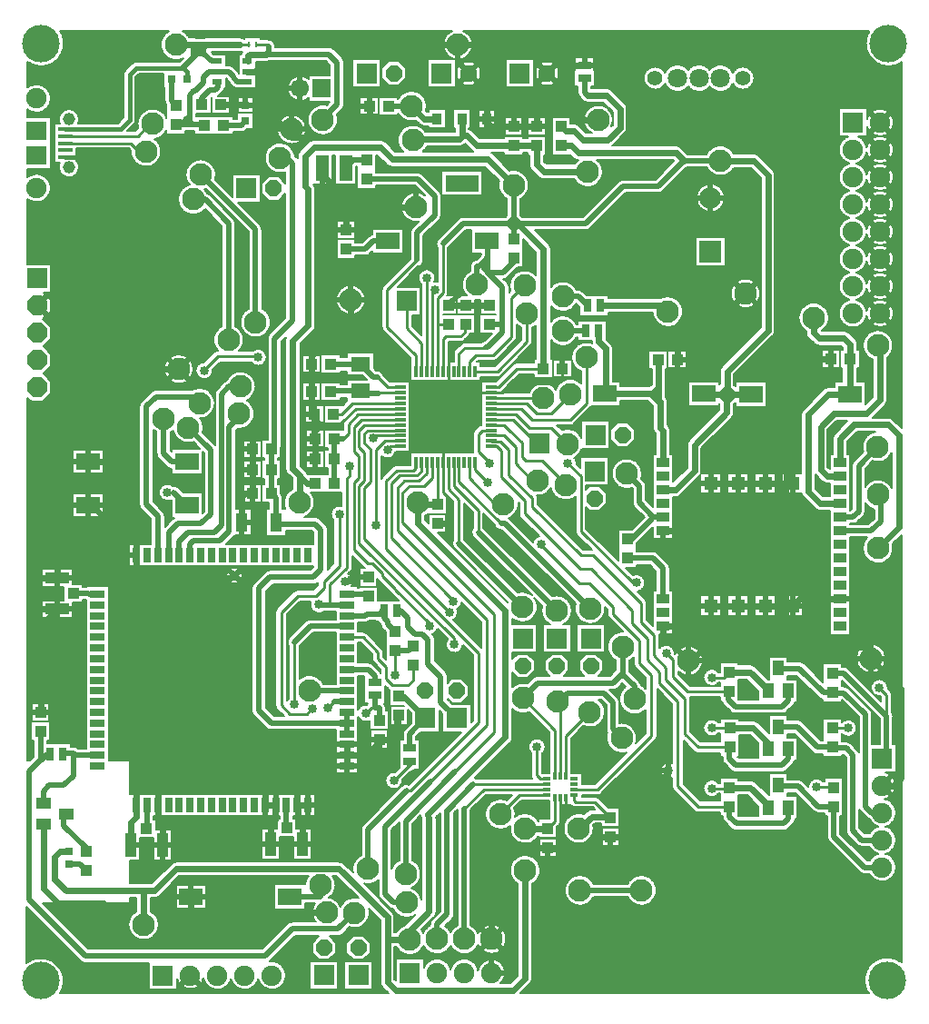
<source format=gtl>
%FSLAX35Y35*%
%MOMM*%
G04 EasyPC Gerber Version 18.0.9 Build 3640 *
%AMT28*0 Octagon Pad at angle 0*4,1,8,-0.31560,-0.76200,0.31560,-0.76200,0.76200,-0.31560,0.76200,0.31560,0.31560,0.76200,-0.31560,0.76200,-0.76200,0.31560,-0.76200,-0.31560,-0.31560,-0.76200,0*%
%ADD28T28*%
%AMT82*0 Octagon Pad at angle 0*4,1,8,-0.39350,-0.95000,0.39350,-0.95000,0.95000,-0.39350,0.95000,0.39350,0.39350,0.95000,-0.39350,0.95000,-0.95000,0.39350,-0.95000,-0.39350,-0.39350,-0.95000,0*%
%ADD82T82*%
%ADD24R,0.21000X0.47000*%
%ADD79R,0.32000X1.05000*%
%ADD78R,1.05000X0.32000*%
%ADD89R,0.35000X0.77500*%
%ADD90R,0.77500X0.35000*%
%ADD17R,1.35000X0.40000*%
%ADD85R,0.72000X1.35000*%
%ADD71R,0.90000X0.55000*%
%ADD23R,0.80000X0.80000*%
%ADD84R,1.35000X0.72000*%
%ADD20R,0.80000X0.80000*%
%ADD86R,0.80000X1.20000*%
%ADD73R,1.20000X0.80000*%
%ADD29R,0.90000X1.05000*%
%ADD87R,1.20000X0.90000*%
%ADD95R,1.00000X1.00000*%
%ADD21R,1.00000X1.09000*%
%ADD93R,1.00000X1.00000*%
%ADD22R,1.09000X1.00000*%
%ADD97R,1.00000X1.40000*%
%ADD91R,1.40000X1.00000*%
%ADD94R,1.05000X2.20000*%
%ADD96R,1.11400X1.80200*%
%ADD81R,1.21000X2.40000*%
%ADD88R,1.27000X1.27000*%
%ADD92R,2.20000X1.05000*%
%ADD83R,1.75000X1.40000*%
%ADD72R,3.10000X1.55000*%
%ADD80R,2.18000X1.60000*%
%ADD18R,1.90000X1.80000*%
%ADD26R,1.70000X1.70000*%
%ADD27R,1.90000X1.90000*%
%ADD74R,2.00000X2.00000*%
%ADD11C,0.12700*%
%ADD101C,0.26000*%
%ADD99C,0.40000*%
%ADD14C,0.50000*%
%ADD100C,0.60000*%
%ADD98C,0.85000*%
%ADD70C,1.15000*%
%ADD77C,1.40000*%
%ADD25C,1.70000*%
%ADD76C,1.80000*%
%ADD19C,1.90000*%
%ADD75C,2.00000*%
%ADD15C,2.10000*%
%ADD16C,3.50000*%
X0Y0D02*
D02*
D11*
X342940Y510020D02*
X353100Y517740D01*
X363710Y524830*
X374720Y531270*
X386100Y537030*
X397810Y542090*
X409800Y546440*
X422030Y550060*
X434460Y552930*
X447040Y555050*
X459730Y556400*
X472470Y556990*
X485230Y556810*
X497950Y555860*
X510590Y554140*
X523100Y551660*
X535440Y548430*
X547560Y544460*
X559420Y539770*
X570980Y534370*
X582190Y528280*
X593010Y521530*
X603410Y514140*
X613340Y506140*
X622770Y497550*
X631670Y488410*
X640000Y478750*
X647730Y468600*
X654830Y458000*
X661280Y446990*
X667060Y435620*
X672140Y423920*
X676500Y411930*
X680130Y399700*
X683020Y387270*
X685150Y374690*
X686520Y362010*
X687120Y349270*
X686950Y336510*
X686010Y323790*
X684310Y311150*
X681850Y298630*
X678640Y286290*
X674690Y274160*
X670010Y262290*
X664630Y250730*
X658560Y239510*
X651780Y228590*
X3716620*
X3659130Y286070*
X3654760Y290890*
X3650880Y296120*
X3647530Y301710*
X3644750Y307600*
X3642560Y313730*
X3640980Y320050*
X3640030Y326490*
X3639700Y332990*
Y714350*
X3638650Y720260*
X3638120Y726240*
Y732240*
X3638650Y738220*
X3639700Y744130*
Y911280*
X3535230Y1015750*
X3537520Y1005560*
X3539050Y995230*
X3539820Y984810*
X3539810Y974360*
X3539030Y963940*
X3537480Y953610*
X3535180Y943420*
X3532130Y933430*
X3528350Y923690*
X3523860Y914260*
X3518690Y905180*
X3512860Y896510*
X3506410Y888290*
X3499370Y880570*
X3491770Y873390*
X3483670Y866800*
X3475100Y860820*
X3466110Y855490*
X3456750Y850840*
X3447080Y846890*
X3437140Y843670*
X3426990Y841190*
X3416680Y839470*
X3406270Y838510*
X3395820Y838330*
X3385390Y838920*
X3375030Y840280*
X3364800Y842400*
X3354730Y845290*
X3292120Y783990*
X3287390Y779790*
X3282280Y776060*
X3276830Y772850*
X3271100Y770180*
X3265130Y768080*
X3258990Y766560*
X3252730Y765640*
X3246400Y765330*
X3163610*
X3228980Y699960*
Y606760*
X3163030Y540810*
X3069830*
X3003880Y606760*
Y699960*
X3069250Y765330*
X2845520*
X2611060Y530870*
X2608110Y528100*
X2605000Y525520*
X2614910Y526980*
X2624900Y527680*
X2634920Y527610*
X2644900Y526780*
X2654790Y525190*
X2664530Y522850*
X2674060Y519780*
X2683330Y515990*
X2692290Y511510*
X2700880Y506360*
X2709050Y500570*
X2716760Y494170*
X2723960Y487200*
X2730600Y479700*
X2736650Y471720*
X2742080Y463300*
X2746850Y454490*
X2750940Y445340*
X2754320Y435910*
X2756970Y426250*
X2758870Y416410*
X2760020Y406460*
X2760400Y396390*
X2760000Y386160*
X2758810Y376000*
X2756830Y365960*
X2754070Y356100*
X2750550Y346490*
X2746300Y337180*
X2741330Y328230*
X2735680Y319700*
X2729390Y311630*
X2722490Y304080*
X2715020Y297090*
X2707030Y290700*
X2698570Y284950*
X2689680Y279880*
X2680430Y275510*
X2670860Y271880*
X2661040Y269000*
X2651030Y266900*
X2640880Y265580*
X2630660Y265060*
X2620430Y265330*
X2610250Y266400*
X2600190Y268260*
X2590300Y270900*
X2580650Y274300*
X2571290Y278440*
X2562280Y283290*
X2553680Y288830*
X2545540Y295020*
X2537900Y301830*
X2530820Y309210*
X2524330Y317120*
X2518480Y325510*
X2513300Y334330*
X2508820Y343530*
X2505070Y353050*
X2502050Y362870*
X2499090Y353170*
X2495390Y343730*
X2490970Y334600*
X2485860Y325840*
X2480090Y317500*
X2473690Y309630*
X2466700Y302280*
X2459170Y295490*
X2451140Y289300*
X2442650Y283750*
X2433760Y278870*
X2424520Y274690*
X2414990Y271240*
X2405220Y268530*
X2395270Y266580*
X2385200Y265410*
X2375070Y265020*
X2364940Y265410*
X2354870Y266580*
X2344920Y268520*
X2335150Y271230*
X2325610Y274680*
X2316370Y278860*
X2307480Y283740*
X2298990Y289290*
X2290960Y295480*
X2283430Y302270*
X2276440Y309620*
X2270040Y317480*
X2264270Y325820*
X2259160Y334580*
X2254740Y343700*
X2251030Y353140*
X2248050Y362870*
X2245080Y353150*
X2241370Y343690*
X2236940Y334550*
X2231810Y325780*
X2226020Y317430*
X2219600Y309550*
X2212590Y302190*
X2205040Y295400*
X2196980Y289210*
X2188470Y283660*
X2179560Y278790*
X2170300Y274620*
X2160740Y271180*
X2150940Y268490*
X2140960Y266560*
X2130870Y265410*
X2120720Y265040*
X2110570Y265460*
X2100480Y266660*
X2090510Y268640*
X2080730Y271380*
X2071190Y274870*
X2061950Y279090*
X2053060Y284010*
X2044580Y289600*
X2036550Y295830*
X2029030Y302660*
X2022060Y310050*
X2015680Y317960*
X2009930Y326340*
X2004850Y335140*
X2000460Y344300*
X1996790Y353780*
X1993870Y363510*
X1991710Y373480*
X1989570Y363930*
X1986700Y354570*
X1983120Y345460*
X1978840Y336660*
X1973900Y328210*
X1968320Y320170*
X1962140Y312580*
X1955390Y305490*
X1948110Y298950*
X1940350Y292990*
X1932150Y287640*
X1923570Y282940*
X1914650Y278920*
X1905440Y275600*
X1896010Y273000*
X1886400Y271130*
X1876680Y270010*
X1866900Y269640*
X1857120Y270030*
X1847400Y271170*
X1837800Y273060*
X1828370Y275680*
X1819170Y279020*
X1810260Y283060*
X1801690Y287780*
X1793510Y293150*
X1785760Y299130*
X1778500Y305690*
X1771770Y312790*
X1765600Y320390*
X1760040Y328440*
X1755120Y336900*
X1750860Y345710*
X1747300Y354830*
X1744440Y364260*
Y265040*
X1481740*
Y511730*
X890860*
X884450Y512040*
X878110Y512980*
X871890Y514540*
X865850Y516700*
X860050Y519440*
X854550Y522740*
X849400Y526560*
X844650Y530870*
X342940Y1032580*
Y510020*
X3247740Y267990D02*
X2985040D01*
Y530690*
X3247740*
Y267990*
X3549150Y606760D02*
X3483200Y540810D01*
X3390000*
X3324050Y606760*
Y699960*
X3390000Y765910*
X3483200*
X3549150Y699960*
Y606760*
X3567940Y267990D02*
X3305240D01*
Y530690*
X3567940*
Y267990*
X2760370Y399340D02*
G36*
X2760400Y396390D01*
X2760000Y386160*
X2758810Y376000*
X2756830Y365960*
X2754070Y356100*
X2750550Y346490*
X2746300Y337180*
X2741330Y328230*
X2735680Y319700*
X2729390Y311630*
X2722490Y304080*
X2715020Y297090*
X2707030Y290700*
X2698570Y284950*
X2689680Y279880*
X2680430Y275510*
X2670860Y271880*
X2661040Y269000*
X2651030Y266900*
X2640880Y265580*
X2630660Y265060*
X2620430Y265330*
X2610250Y266400*
X2600190Y268260*
X2590300Y270900*
X2580650Y274300*
X2571290Y278440*
X2562280Y283290*
X2553680Y288830*
X2545540Y295020*
X2537900Y301830*
X2530820Y309210*
X2524330Y317120*
X2518480Y325510*
X2513300Y334330*
X2508820Y343530*
X2505070Y353050*
X2502050Y362870*
X2499090Y353170*
X2495390Y343730*
X2490970Y334600*
X2485860Y325840*
X2480090Y317500*
X2473690Y309630*
X2466700Y302280*
X2459170Y295490*
X2451140Y289300*
X2442650Y283750*
X2433760Y278870*
X2424520Y274690*
X2414990Y271240*
X2405220Y268530*
X2395270Y266580*
X2385200Y265410*
X2375070Y265020*
X2364940Y265410*
X2354870Y266580*
X2344920Y268520*
X2335150Y271230*
X2325610Y274680*
X2316370Y278860*
X2307480Y283740*
X2298990Y289290*
X2290960Y295480*
X2283430Y302270*
X2276440Y309620*
X2270040Y317480*
X2264270Y325820*
X2259160Y334580*
X2254740Y343700*
X2251030Y353140*
X2248050Y362870*
X2245080Y353150*
X2241370Y343690*
X2236940Y334550*
X2231810Y325780*
X2226020Y317430*
X2219600Y309550*
X2212590Y302190*
X2205040Y295400*
X2196980Y289210*
X2188470Y283660*
X2179560Y278790*
X2170300Y274620*
X2160740Y271180*
X2150940Y268490*
X2140960Y266560*
X2130870Y265410*
X2120720Y265040*
X2110570Y265460*
X2100480Y266660*
X2090510Y268640*
X2080730Y271380*
X2071190Y274870*
X2061950Y279090*
X2053060Y284010*
X2044580Y289600*
X2036550Y295830*
X2029030Y302660*
X2022060Y310050*
X2015680Y317960*
X2009930Y326340*
X2004850Y335140*
X2000460Y344300*
X1996790Y353780*
X1993870Y363510*
X1991710Y373480*
X1989570Y363930*
X1986700Y354570*
X1983120Y345460*
X1978840Y336660*
X1973900Y328210*
X1968320Y320170*
X1962140Y312580*
X1955390Y305490*
X1948110Y298950*
X1940350Y292990*
X1932150Y287640*
X1923570Y282940*
X1914650Y278920*
X1905440Y275600*
X1896010Y273000*
X1886400Y271130*
X1876680Y270010*
X1866900Y269640*
X1857120Y270030*
X1847400Y271170*
X1837800Y273060*
X1828370Y275680*
X1819170Y279020*
X1810260Y283060*
X1801690Y287780*
X1793510Y293150*
X1785760Y299130*
X1778500Y305690*
X1771770Y312790*
X1765600Y320390*
X1760040Y328440*
X1755120Y336900*
X1750860Y345710*
X1747300Y354830*
X1744440Y364260*
Y265040*
X1481740*
Y511730*
X890860*
X884450Y512040*
X878110Y512980*
X871890Y514540*
X865850Y516700*
X860050Y519440*
X854550Y522740*
X849400Y526560*
X844650Y530870*
X342940Y1032580*
Y510020*
X353100Y517740*
X363710Y524830*
X374720Y531270*
X386100Y537030*
X397810Y542090*
X409800Y546440*
X422030Y550060*
X434460Y552930*
X447040Y555050*
X459730Y556400*
X472470Y556990*
X485230Y556810*
X497950Y555860*
X510590Y554140*
X523100Y551660*
X535440Y548430*
X547560Y544460*
X559420Y539770*
X570980Y534370*
X582190Y528280*
X593010Y521530*
X603410Y514140*
X613340Y506140*
X622770Y497550*
X631670Y488410*
X640000Y478750*
X647730Y468600*
X654830Y458000*
X661280Y446990*
X667060Y435620*
X672140Y423920*
X676500Y411930*
X680130Y399700*
X683020Y387270*
X685150Y374690*
X686520Y362010*
X687120Y349270*
X686950Y336510*
X686010Y323790*
X684310Y311150*
X681850Y298630*
X678640Y286290*
X674690Y274160*
X670010Y262290*
X664630Y250730*
X658560Y239510*
X651780Y228590*
X3716620*
X3659130Y286070*
X3654760Y290890*
X3650880Y296120*
X3647530Y301710*
X3644750Y307600*
X3642560Y313730*
X3640980Y320050*
X3640030Y326490*
X3639700Y332990*
Y399340*
X3567940*
Y267990*
X3305240*
Y399340*
X3247740*
Y267990*
X2985040*
Y399340*
X2760370*
G37*
X2985040D02*
G36*
Y530690D01*
X3247740*
Y399340*
X3305240*
Y530690*
X3567940*
Y399340*
X3639700*
Y653360*
X3549150*
Y606760*
X3483200Y540810*
X3390000*
X3324050Y606760*
Y653360*
X3228980*
Y606760*
X3163030Y540810*
X3069830*
X3003880Y606760*
Y699960*
X3069250Y765330*
X2845520*
X2611060Y530870*
X2608110Y528100*
X2605000Y525520*
X2614780Y526960*
X2624640Y527660*
X2634530Y527620*
X2644390Y526840*
X2654160Y525320*
X2663790Y523070*
X2673220Y520100*
X2682400Y516430*
X2691280Y512080*
X2699810Y507070*
X2707940Y501430*
X2715620Y495200*
X2722810Y488410*
X2729470Y481090*
X2735560Y473290*
X2741040Y465060*
X2745890Y456440*
X2750080Y447480*
X2753580Y438230*
X2756380Y428740*
X2758450Y419070*
X2759790Y409270*
X2760370Y399340*
X2985040*
G37*
X3324050Y653360D02*
G36*
Y699960D01*
X3390000Y765910*
X3483200*
X3549150Y699960*
Y653360*
X3639700*
Y714350*
X3638650Y720260*
X3638120Y726240*
Y732240*
X3638650Y738220*
X3639700Y744130*
Y911280*
X3535230Y1015750*
X3537520Y1005560*
X3539050Y995230*
X3539820Y984810*
X3539810Y974360*
X3539030Y963940*
X3537480Y953610*
X3535180Y943420*
X3532130Y933430*
X3528350Y923690*
X3523860Y914260*
X3518690Y905180*
X3512860Y896510*
X3506410Y888290*
X3499370Y880570*
X3491770Y873390*
X3483670Y866800*
X3475100Y860820*
X3466110Y855490*
X3456750Y850840*
X3447080Y846890*
X3437140Y843670*
X3426990Y841190*
X3416680Y839470*
X3406270Y838510*
X3395820Y838330*
X3385390Y838920*
X3375030Y840280*
X3364800Y842400*
X3354730Y845290*
X3292120Y783990*
X3287390Y779790*
X3282280Y776060*
X3276830Y772850*
X3271100Y770180*
X3265130Y768080*
X3258990Y766560*
X3252730Y765640*
X3246400Y765330*
X3163610*
X3228980Y699960*
Y653360*
X3324050*
G37*
X352190Y5778740D02*
Y2399830D01*
X376830*
X411070Y2434070*
Y2581490*
X386040*
Y2763190*
X558740*
Y2581490*
X533770*
Y2556390*
X754590*
Y2528240*
X779910*
X786280Y2527930*
X792590Y2527000*
X798780Y2525460*
X804790Y2523320*
X810560Y2520610*
X816040Y2517350*
X821180Y2513570*
X825920Y2509300*
X899040*
Y3892920*
X895260Y3894950*
X862440*
Y3869990*
X767840*
Y3724590*
X484340*
Y3893090*
X689740*
Y4019590*
X484340*
Y4188090*
X767840*
Y4042690*
X862440*
Y4017650*
X899040*
Y4020290*
X1106740*
Y2399830*
X1303190*
Y2084690*
X1393040*
Y2089290*
X1537740*
Y2084690*
X1593040*
Y2089290*
X2537740*
Y2084690*
X2693040*
Y2089290*
X2837740*
Y2084690*
X3033140*
Y1886190*
X2837740*
Y1881590*
X2830780*
Y1857690*
X2853140*
Y1763090*
X2998540*
Y1479590*
X2830040*
Y1684990*
X2703540*
Y1479590*
X2535040*
Y1763090*
X2680440*
Y1857690*
X2700080*
Y1881590*
X2693040*
Y1886190*
X2537740*
Y1881590*
X1593040*
Y1886190*
X1537740*
Y1881590*
X1526780*
Y1848190*
X1547090*
Y1753590*
X1692490*
Y1470090*
X1523990*
Y1675490*
X1397490*
Y1470090*
X1303190*
Y1252070*
X1409780*
X1416300Y1254020*
X1422980Y1255330*
X1429760Y1255990*
X1436570*
X1443350Y1255330*
X1450030Y1254020*
X1456540Y1252070*
X1507120*
X1690560Y1435520*
X1695380Y1439890*
X1700610Y1443770*
X1706200Y1447120*
X1712090Y1449900*
X1718220Y1452090*
X1724540Y1453670*
X1730980Y1454620*
X1737480Y1454950*
X3256210*
X3262710Y1454630*
X3269150Y1453680*
X3275470Y1452100*
X3281600Y1449910*
X3287490Y1447130*
X3293080Y1443780*
X3298310Y1439900*
X3303130Y1435520*
X3385310Y1353330*
X3383120Y1363310*
X3381660Y1373420*
X3380930Y1383610*
X3380940Y1393830*
X3381690Y1404020*
X3383170Y1414130*
X3385380Y1424110*
X3388300Y1433900*
X3391920Y1443450*
X3396220Y1452720*
X3401180Y1461650*
X3406770Y1470200*
X3412970Y1478330*
X3419740Y1485990*
X3427040Y1493140*
X3434840Y1499740*
X3443100Y1505760*
X3451770Y1511170*
X3460840Y1515940*
Y1756320*
X3461230Y1763190*
X3462380Y1769970*
X3464280Y1776580*
X3466910Y1782940*
X3470240Y1788960*
X3474220Y1794570*
X3478810Y1799700*
X3840190Y2161080*
X3845150Y2165530*
X3850570Y2169420*
X3856380Y2172700*
X3862510Y2175330*
X3868890Y2177280*
X3875440Y2178520*
X3882090Y2179040*
X3888760Y2178840*
X3895360Y2177920*
X3901830Y2176290*
X3908070Y2173950*
X4395510Y2661390*
X4221740*
Y2831520*
X4198780Y2854440*
X4189640Y2863580*
Y2661390*
X4013740*
X3973450Y2621100*
Y2590090*
X4008440*
Y2317390*
X3957530*
X3952540Y2312480*
X3947020Y2308170*
X3941050Y2304520*
X3934700Y2301570*
X3928060Y2299370*
X3921220Y2297950*
X3844660Y2221390*
X3845010Y2217100*
X3845130Y2212800*
X3844750Y2205070*
X3843610Y2197420*
X3841730Y2189910*
X3839120Y2182620*
X3835810Y2175630*
X3831830Y2168990*
X3827220Y2162780*
X3822020Y2157050*
X3816290Y2151850*
X3810080Y2147240*
X3803440Y2143260*
X3796440Y2139950*
X3789150Y2137340*
X3781640Y2135460*
X3773990Y2134330*
X3766260Y2133950*
X3758530Y2134330*
X3750880Y2135470*
X3743370Y2137350*
X3736080Y2139960*
X3729090Y2143270*
X3722450Y2147250*
X3716240Y2151860*
X3710510Y2157060*
X3705320Y2162790*
X3700710Y2169010*
X3696730Y2175650*
X3693420Y2182650*
X3690820Y2189940*
X3688940Y2197450*
X3687810Y2205100*
X3687430Y2212800*
X3687810Y2220580*
X3688960Y2228280*
X3690860Y2235830*
X3693500Y2243160*
X3696850Y2250190*
X3700880Y2256860*
X3705550Y2263100*
X3710810Y2268850*
X3716610Y2274050*
X3722900Y2278650*
X3729610Y2282610*
X3736680Y2285890*
X3744040Y2288450*
X3751610Y2290280*
X3759330Y2291350*
X3767110Y2291650*
X3774870Y2291180*
X3815740Y2332050*
Y2590090*
X3850750*
Y2646510*
X3851140Y2653380*
X3852290Y2660160*
X3854190Y2666770*
X3856820Y2673130*
X3860150Y2679150*
X3864130Y2684760*
X3868720Y2689890*
X3926940Y2748110*
Y2837310*
X3895540Y2868710*
Y2731890*
X3732040*
Y2904390*
X3859860*
X3859160Y2905090*
X3727440*
Y3056730*
X3723180Y3059250*
X3719200Y3062180*
X3715530Y3065500*
X3685140Y3095900*
Y2932390*
X3675420*
X3679500Y2927390*
X3683030Y2921990*
X3685970Y2916250*
X3688290Y2910230*
X3689970Y2904000*
X3690980Y2897630*
X3691320Y2891180*
Y2864890*
X3716340*
Y2683190*
X3543640*
Y2772790*
X3536800Y2769140*
X3529630Y2766180*
X3522210Y2763940*
X3514600Y2762440*
X3506880Y2761690*
X3499130Y2761710*
X3491420Y2762490*
X3483820Y2764020*
X3476410Y2766290*
X3469260Y2769280*
X3462430Y2772950*
X3456000Y2777280*
X3450020Y2782220*
X3444560Y2787720*
X3439660Y2793730*
X3435380Y2800190*
X3431740Y2807070*
Y2575590*
X3427140*
Y2280190*
X3228640*
Y2575590*
X3224040*
Y2683180*
X2621910*
X2615500Y2683490*
X2609160Y2684430*
X2602940Y2685990*
X2596900Y2688150*
X2591100Y2690890*
X2585600Y2694190*
X2580450Y2698010*
X2575700Y2702320*
X2461580Y2816440*
X2457270Y2821190*
X2453450Y2826340*
X2450150Y2831840*
X2447410Y2837640*
X2445250Y2843680*
X2443690Y2849900*
X2442750Y2856240*
X2442440Y2862650*
Y4003850*
X2442750Y4010260*
X2443690Y4016600*
X2445250Y4022820*
X2447410Y4028860*
X2450150Y4034660*
X2453450Y4040160*
X2457270Y4045310*
X2461580Y4050060*
X2566190Y4154670*
X2570940Y4158980*
X2576090Y4162800*
X2581590Y4166100*
X2587390Y4168840*
X2593430Y4171000*
X2599650Y4172560*
X2605990Y4173500*
X2612400Y4173810*
X2991090*
X3019380Y4202100*
Y4206590*
X1393040*
Y4211190*
X1297640*
Y4409690*
X1393040*
Y4414290*
X1500950*
Y4648820*
X1412310Y4737460*
X1408000Y4742210*
X1404180Y4747360*
X1400880Y4752860*
X1398140Y4758660*
X1395980Y4764700*
X1394420Y4770920*
X1393480Y4777260*
X1393170Y4783670*
Y5696630*
X1393480Y5703040*
X1394420Y5709380*
X1395980Y5715600*
X1398140Y5721640*
X1400880Y5727440*
X1404180Y5732940*
X1408000Y5738090*
X1412310Y5742840*
X1504240Y5834770*
X1508990Y5839080*
X1514140Y5842900*
X1519640Y5846200*
X1525440Y5848940*
X1531480Y5851100*
X1537700Y5852660*
X1544040Y5853600*
X1550450Y5853910*
X1891330*
X1900680Y5858310*
X1910330Y5862020*
X1920220Y5865010*
X1930300Y5867270*
X1940520Y5868790*
X1950820Y5869560*
X1961150Y5869580*
X1971460Y5868840*
X1981690Y5867350*
X1991780Y5865120*
X2001680Y5862160*
X2011340Y5858480*
X2020700Y5854100*
X2029720Y5849050*
X2038340Y5843360*
X2046530Y5837050*
X2054230Y5830160*
X2061410Y5822730*
X2068030Y5814790*
X2074050Y5806390*
X2079440Y5797570*
X2084170Y5788380*
X2088220Y5778870*
X2091560Y5769090*
X2094180Y5759090*
X2096060Y5748930*
X2097190Y5738660*
X2097560Y5728330*
X2097180Y5717940*
X2096040Y5707610*
X2094140Y5697390*
X2091490Y5687340*
X2088110Y5677510*
X2084020Y5667960*
X2079240Y5658730*
X2073790Y5649880*
X2067710Y5641450*
X2061020Y5633490*
X2053770Y5626040*
X2045990Y5619150*
X2037720Y5612850*
X2029010Y5607170*
X2019910Y5602150*
X2010470Y5597810*
X2000730Y5594180*
X1990750Y5591270*
X1980590Y5589100*
X1970290Y5587680*
X1959880Y5587030*
X1965790Y5578860*
X1971110Y5570290*
X1975800Y5561370*
X1979840Y5552130*
X1983220Y5542630*
X1985910Y5532910*
X1987900Y5523030*
X1989180Y5513030*
X1989740Y5502960*
X1989590Y5492880*
X1988720Y5482840*
X1987130Y5472880*
X1984840Y5463060*
X1981860Y5453430*
X2097740Y5337540*
Y5810750*
X2098130Y5817620*
X2099280Y5824400*
X2101180Y5831010*
X2103810Y5837370*
X2107140Y5843390*
X2111120Y5849000*
X2115710Y5854130*
X2188620Y5927040*
X2192720Y5930780*
X2197140Y5934140*
X2201850Y5937080*
X2206800Y5939590*
X2211280Y5949020*
X2216450Y5958090*
X2222270Y5966760*
X2228720Y5974970*
X2235760Y5982690*
X2243350Y5989870*
X2251450Y5996470*
X2260010Y6002450*
X2268990Y6007780*
X2278340Y6012430*
X2288010Y6016380*
X2297940Y6019610*
X2308080Y6022090*
X2318380Y6023820*
X2328780Y6024780*
X2339220Y6024970*
X2349650Y6024390*
X2360000Y6023040*
X2370230Y6020930*
X2380270Y6018070*
X2390070Y6014480*
X2399580Y6010180*
X2408750Y6005190*
X2417530Y5999530*
X2425860Y5993240*
X2433710Y5986350*
X2441030Y5978900*
X2447780Y5970930*
X2453920Y5962480*
X2459420Y5953600*
X2464250Y5944340*
X2468380Y5934750*
X2471790Y5924880*
X2474460Y5914790*
X2476380Y5904530*
X2477540Y5894150*
X2477960Y5883660*
X2477600Y5873630*
X2476530Y5863650*
X2474760Y5853770*
X2472290Y5844040*
X2469140Y5834510*
X2465320Y5825230*
X2460850Y5816240*
X2455750Y5807590*
X2450050Y5799330*
X2443780Y5791490*
X2436970Y5784120*
X2429650Y5777250*
X2421860Y5770920*
X2413650Y5765160*
X2405050Y5759990*
X2396100Y5755440*
X2404900Y5749880*
X2413270Y5743690*
X2421160Y5736900*
X2428530Y5729550*
X2435340Y5721670*
X2441550Y5713310*
X2447130Y5704520*
X2452050Y5695340*
X2456280Y5685830*
X2459800Y5676030*
X2462580Y5666000*
X2464620Y5655790*
X2465900Y5645460*
X2466420Y5635060*
X2466170Y5624650*
X2465160Y5614290*
X2463390Y5604030*
X2460870Y5593930*
X2457610Y5584040*
X2453630Y5574420*
X2448950Y5565120*
X2443600Y5556190*
X2437610Y5547680*
X2431010Y5539630*
X2423830Y5532090*
X2416120Y5525100*
X2407910Y5518690*
X2399250Y5512900*
X2390190Y5507770*
X2380780Y5503320*
X2371070Y5499570*
X2361110Y5496550*
X2350950Y5494270*
X2340650Y5492740*
X2330270Y5491980*
X2319860*
X2309400Y5492750*
X2293350Y5476700*
Y4740690*
X2437840*
Y4496990*
X2283670*
X2279800Y4491620*
X2275380Y4486690*
X2202980Y4414290*
X3019380*
Y4522020*
X3003770Y4537630*
X2757240*
Y4492390*
X2573140*
Y4745290*
X2603840*
Y4802690*
X2532740*
Y4975390*
X2562220*
Y5024590*
X2532740*
Y5197290*
X2562220*
Y5213990*
X2532740*
Y5386690*
X2593770*
Y6308120*
X2591760Y6314630*
X2590440Y6321310*
X2589820Y6328090*
X2589910Y6334900*
X2590710Y6341660*
X2592210Y6348300*
X2594390Y6354750*
X2597230Y6360940*
X2600700Y6366800*
X2604760Y6372270*
X2609360Y6377280*
X2756290Y6521400*
Y7681440*
X2690900Y7616050*
X2597700*
X2531750Y7682000*
Y7775200*
X2597700Y7841150*
X2690900*
X2756290Y7775760*
Y7882450*
X2746310Y7878930*
X2736090Y7876170*
X2725700Y7874180*
X2715190Y7872970*
X2704610Y7872550*
X2694030Y7872930*
X2683510Y7874100*
X2673110Y7876050*
X2662880Y7878770*
X2652890Y7882250*
X2643180Y7886470*
X2633820Y7891400*
X2624850Y7897020*
X2616330Y7903290*
X2608300Y7910180*
X2600810Y7917660*
X2593900Y7925680*
X2587610Y7934190*
X2581970Y7943150*
X2577020Y7952500*
X2572780Y7962200*
X2569280Y7972190*
X2566540Y7982410*
X2564570Y7992810*
X2563380Y8003330*
X2562980Y8013900*
X2563380Y8024520*
X2564580Y8035080*
X2566570Y8045520*
X2569330Y8055780*
X2572860Y8065800*
X2577130Y8075530*
X2582120Y8084910*
X2587800Y8093890*
X2594140Y8102420*
X2601100Y8110450*
X2608640Y8117930*
X2616720Y8124820*
X2625300Y8131090*
X2634320Y8136690*
X2643740Y8141600*
X2653500Y8145790*
X2663550Y8149230*
X2673830Y8151910*
X2684280Y8153810*
X2694840Y8154920*
X2705460Y8155230*
X2716070Y8154750*
X2726610Y8153470*
X2737030Y8151400*
X2747260Y8148560*
X2757250Y8144960*
X2766940Y8140620*
X2776280Y8135560*
X2785210Y8129810*
X2793690Y8123410*
X2801660Y8116390*
X2809080Y8108790*
X2815910Y8100660*
X2822110Y8092040*
X2827650Y8082970*
X2832490Y8073510*
X2836600Y8063720*
X2839970Y8053650*
X2842570Y8043350*
X2844410Y8032820*
X2867840Y8009400*
X2868560Y8008670*
Y8029750*
X2868900Y8036650*
X2869910Y8043480*
X2871590Y8050180*
X2873920Y8056680*
X2876870Y8062920*
X2880420Y8068840*
X2884530Y8074390*
X2889170Y8079500*
X2971590Y8161920*
X2976700Y8166560*
X2982250Y8170670*
X2988170Y8174220*
X2994410Y8177170*
X3000910Y8179500*
X3007610Y8181180*
X3014440Y8182190*
X3021330Y8182520*
X3639040*
X3645940Y8182180*
X3652770Y8181170*
X3659470Y8179490*
X3665970Y8177160*
X3672210Y8174210*
X3678130Y8170660*
X3683670Y8166550*
X3688790Y8161920*
X3778760Y8071940*
X3852000*
X3844510Y8078820*
X3837540Y8086220*
X3831120Y8094100*
X3825280Y8102430*
X3820050Y8111150*
X3815460Y8120230*
X3811540Y8129610*
X3808300Y8139250*
X3805760Y8149100*
X3803940Y8159110*
X3802840Y8169220*
X3802490Y8179390*
X3802890Y8189970*
X3804080Y8200490*
X3806050Y8210900*
X3808800Y8221130*
X3812300Y8231120*
X3816540Y8240820*
X3821500Y8250180*
X3827140Y8259140*
X3833440Y8267650*
X3840360Y8275670*
X3847860Y8283150*
X3855900Y8290050*
X3864430Y8296320*
X3873410Y8301940*
X3882780Y8306870*
X3892500Y8311080*
X3902500Y8314550*
X3912740Y8317270*
X3923150Y8319210*
X3933680Y8320370*
X3944260Y8320730*
X3954840Y8320300*
X3965360Y8319080*
X3975760Y8317080*
X3985980Y8314300*
X3995960Y8310770*
X4005650Y8306500*
X4014990Y8301520*
X4023930Y8295850*
X4032430Y8289530*
X4040430Y8282590*
X4047890Y8275070*
X4054760Y8267010*
X4061020Y8258440*
X4334690*
Y8288940*
X4319690*
Y8466640*
X4482390*
Y8288940*
X4467390*
Y8286470*
X4472920Y8284250*
X4478230Y8281550*
X4483270Y8278380*
X4488010Y8274770*
X4492410Y8270760*
X4568220Y8194940*
X4797290*
Y8219440*
X4969990*
Y8194940*
X5013190*
Y8219440*
X5185890*
Y8037740*
X5169890*
Y7979930*
X5192180Y7957640*
X5452570*
X5458130Y7966050*
X5464280Y7974050*
X5470980Y7981590*
X5478210Y7988630*
X5485930Y7995140*
X5484420*
X5477920Y7995460*
X5471480Y7996410*
X5465170Y7997990*
X5459040Y8000180*
X5453160Y8002960*
X5447580Y8006300*
X5442350Y8010170*
X5437520Y8014560*
X5414320Y8037740*
X5241790*
Y8397240*
X5414490*
Y8334640*
X5442440*
X5448940Y8334320*
X5455380Y8333370*
X5461700Y8331790*
X5467830Y8329600*
X5473720Y8326820*
X5479310Y8323470*
X5484540Y8319590*
X5489360Y8315210*
X5558820Y8245740*
X5613700*
X5604450Y8250440*
X5595590Y8255830*
X5587160Y8261880*
X5579210Y8268550*
X5571790Y8275800*
X5564940Y8283590*
X5558700Y8291880*
X5553110Y8300620*
X5548200Y8309760*
X5544000Y8319240*
X5540530Y8329010*
X5537810Y8339020*
X5535850Y8349210*
X5534670Y8359520*
X5534290Y8369890*
X5534670Y8380110*
X5535810Y8390270*
X5537710Y8400320*
X5540360Y8410200*
X5543740Y8419850*
X5547830Y8429220*
X5552610Y8438260*
X5558050Y8446920*
X5564120Y8455150*
X5570790Y8462900*
X5578020Y8470130*
X5585770Y8476800*
X5594000Y8482870*
X5602660Y8488310*
X5611700Y8493090*
X5621070Y8497180*
X5630720Y8500560*
X5640600Y8503210*
X5650650Y8505110*
X5660810Y8506260*
X5671030Y8506640*
X5681250Y8506260*
X5691410Y8505120*
X5701460Y8503220*
X5711340Y8500570*
X5720990Y8497190*
X5730360Y8493100*
X5739400Y8488320*
X5748060Y8482880*
X5756290Y8476810*
X5764040Y8470140*
X5771270Y8462910*
X5777940Y8455160*
X5784010Y8446930*
X5789450Y8438270*
X5794230Y8429230*
X5798320Y8419860*
X5801700Y8410210*
X5804350Y8400330*
X5806250Y8390280*
X5807400Y8380120*
X5807790Y8369890*
X5807440Y8360130*
X5806400Y8350420*
X5804670Y8340810*
X5802250Y8331350*
X5799170Y8322090*
X5795430Y8313070*
X5791050Y8304340*
X5807890Y8321170*
Y8444010*
X5719760Y8532140*
X5569440*
X5562360Y8532520*
X5555360Y8533650*
X5548520Y8535520*
X5541920Y8538110*
X5535630Y8541390*
X5529730Y8545320*
X5524280Y8549860*
X5519350Y8554960*
X5514990Y8560550*
X5511250Y8566580*
X5508190Y8572980*
X5500660Y8580510*
X5496080Y8585640*
X5492100Y8591250*
X5488770Y8597270*
X5486140Y8603630*
X5484240Y8610240*
X5483090Y8617020*
X5482690Y8623890*
Y8680890*
X5447690*
Y8833590*
X5452290*
Y8948990*
X5635790*
Y8833590*
X5640390*
Y8680890*
X5605390*
Y8664840*
X5747240*
X5753740Y8664520*
X5760180Y8663570*
X5766500Y8661990*
X5772630Y8659800*
X5778520Y8657020*
X5784110Y8653670*
X5789340Y8649790*
X5794160Y8645410*
X5921160Y8518410*
X5925530Y8513590*
X5929410Y8508360*
X5932760Y8502770*
X5935540Y8496880*
X5937730Y8490750*
X5939310Y8484430*
X5940260Y8477990*
X5940590Y8471490*
Y8293690*
X5940270Y8287190*
X5939320Y8280750*
X5937740Y8274430*
X5935550Y8268300*
X5932770Y8262410*
X5929420Y8256820*
X5925540Y8251590*
X5921160Y8246770*
X5806860Y8132470*
X5801710Y8127840*
X6398580*
X6405080Y8127520*
X6411520Y8126560*
X6417840Y8124980*
X6423970Y8122790*
X6429860Y8120010*
X6435450Y8116660*
X6440680Y8112780*
X6445510Y8108390*
X6503630Y8050240*
X6683500*
X6688350Y8059420*
X6693860Y8068220*
X6700000Y8076590*
X6706740Y8084490*
X6714040Y8091870*
X6721860Y8098700*
X6730160Y8104930*
X6738890Y8110540*
X6748010Y8115490*
X6757470Y8119760*
X6767220Y8123320*
X6777200Y8126160*
X6787370Y8128260*
X6797660Y8129610*
X6808020Y8130200*
X6818400Y8130030*
X6828740Y8129090*
X6838980Y8127400*
X6849070Y8124960*
X6858950Y8121790*
X6868570Y8117900*
X6877880Y8113310*
X6886830Y8108050*
X6895370Y8102150*
X6903450Y8095640*
X6911040Y8088550*
X6918080Y8080930*
X6924550Y8072810*
X6930400Y8064240*
X6935650Y8055240*
X7119790*
X7126290Y8054920*
X7132730Y8053970*
X7139050Y8052390*
X7145180Y8050200*
X7151070Y8047420*
X7156660Y8044070*
X7161890Y8040190*
X7166710Y8035810*
X7300200Y7902320*
X7304570Y7897500*
X7308450Y7892270*
X7311800Y7886680*
X7314580Y7880790*
X7316770Y7874660*
X7318350Y7868340*
X7319300Y7861900*
X7319630Y7855400*
Y6406710*
X7319310Y6400210*
X7318360Y6393770*
X7316780Y6387450*
X7314590Y6381320*
X7311810Y6375430*
X7308460Y6369840*
X7304580Y6364610*
X7300200Y6359790*
X6939230Y5998830*
Y5898460*
X6952240Y5885450*
Y5927090*
X7242940*
Y5694390*
X6952240*
Y5736050*
X6936060Y5719870*
Y5657630*
X6937230Y5650780*
X6937700Y5643850*
X6937460Y5636900*
X6936510Y5630020*
X6934860Y5623270*
X6932530Y5616720*
X6929550Y5610440*
X6925940Y5604500*
X6921740Y5598960*
X6917000Y5593880*
X6911770Y5589310*
X6906100Y5585290*
X6634090Y5313310*
Y5097500*
X6633780Y5091080*
X6632850Y5084720*
X6631310Y5078490*
X6815340*
Y4887990*
X6624840*
Y5063710*
X6621820Y5059050*
X6618420Y5054660*
X6614660Y5050580*
X6437960Y4873870*
X6433140Y4869500*
X6427910Y4865620*
X6422320Y4862270*
X6416430Y4859490*
X6410300Y4857300*
X6403980Y4855720*
X6397540Y4854770*
X6391040Y4854440*
X6371940*
Y4585390*
X6367340*
Y4462990*
X6183840*
Y4575300*
X6030440Y4421900*
Y4348020*
X6181960*
X6188370Y4347710*
X6194710Y4346770*
X6200930Y4345210*
X6206970Y4343050*
X6212770Y4340310*
X6218270Y4337010*
X6223420Y4333190*
X6228170Y4328880*
X6319960Y4237090*
X6324270Y4232340*
X6328090Y4227190*
X6331390Y4221690*
X6334130Y4215890*
X6336290Y4209850*
X6337850Y4203630*
X6338790Y4197290*
X6339100Y4190880*
Y3986090*
X6371940*
Y3696390*
X6367340*
Y3573990*
X6241330*
X6241510Y3569560*
Y3444520*
X6246470Y3450710*
X6252030Y3456370*
X6258130Y3461440*
X6264710Y3465880*
X6271700Y3469630*
X6279030Y3472660*
X6286630Y3474940*
X6294420Y3476440*
X6302320Y3477150*
X6310250Y3477070*
X6318130Y3476190*
X6325880Y3474520*
X6333430Y3472080*
X6340690Y3468900*
X6347600Y3465000*
X6354080Y3460430*
X6360070Y3455230*
X6365510Y3449450*
X6370340Y3443160*
X6374510Y3436410*
X6377980Y3429280*
X6380720Y3421840*
X6382700Y3414160*
X6383890Y3406320*
X6384300Y3398380*
X6384180Y3394070*
X6383830Y3389780*
X6387440Y3386170*
X6392110Y3395330*
X6397460Y3404110*
X6403450Y3412460*
X6410050Y3420340*
X6417220Y3427700*
X6424930Y3434500*
X6433130Y3440700*
X6441770Y3446270*
X6450800Y3451180*
X6460180Y3455390*
X6469850Y3458890*
X6479750Y3461650*
X6489830Y3463660*
X6500030Y3464910*
X6510300Y3465390*
X6520580Y3465090*
X6530800Y3464020*
X6540910Y3462190*
X6550860Y3459600*
X6560590Y3456270*
X6570040Y3452220*
X6579160Y3447470*
X6587900Y3442050*
X6596200Y3435990*
X6604020Y3429320*
X6611320Y3422090*
X6618060Y3414330*
X6624200Y3406080*
X6629700Y3397400*
X6634530Y3388330*
X6638670Y3378920*
X6642090Y3369230*
X6644770Y3359310*
X6646700Y3349210*
X6647860Y3339000*
X6648250Y3328640*
X6647870Y3318410*
X6646720Y3308240*
X6644810Y3298180*
X6642160Y3288290*
X6638770Y3278630*
X6634670Y3269250*
X6629880Y3260200*
X6624430Y3251530*
X6618340Y3243300*
X6611660Y3235550*
X6604410Y3228320*
X6596640Y3221650*
X6588400Y3215580*
X6579730Y3210140*
X6570670Y3205370*
X6561280Y3201290*
X6551610Y3197920*
X6541720Y3195290*
X6531660Y3193400*
X6521480Y3192270*
X6511250Y3191910*
X6501020Y3192310*
X6490850Y3193480*
X6480790Y3195400*
X6470910Y3198070*
X6461250Y3201470*
X6451880Y3205590*
X6442840Y3210400*
X6434190Y3215870*
X6425970Y3221970*
X6418190Y3228670*
Y3200090*
X6525740Y3092540*
X6805540*
Y3123960*
X6791730*
X6786570Y3118140*
X6780860Y3112860*
X6774660Y3108170*
X6768030Y3104110*
X6761030Y3100720*
X6753730Y3098040*
X6746210Y3096090*
X6738530Y3094890*
X6730770Y3094450*
X6723000Y3094780*
X6715300Y3095870*
X6707750Y3097720*
X6700420Y3100300*
X6693380Y3103590*
X6686690Y3107560*
X6680430Y3112170*
X6674650Y3117370*
X6669410Y3123110*
X6664760Y3129340*
X6660750Y3136000*
X6657410Y3143020*
X6654780Y3150340*
X6652890Y3157880*
X6651750Y3165570*
X6651380Y3173310*
X6651760Y3181070*
X6652910Y3188760*
X6654810Y3196300*
X6657440Y3203610*
X6660780Y3210630*
X6664790Y3217290*
X6669440Y3223520*
X6674680Y3229260*
X6680460Y3234460*
X6686720Y3239060*
X6693400Y3243020*
X6700440Y3246310*
X6707770Y3248890*
X6715320Y3250730*
X6723010Y3251820*
X6730770Y3252150*
X6738530Y3251710*
X6746210Y3250510*
X6753730Y3248560*
X6761020Y3245880*
X6768020Y3242500*
X6774650Y3238440*
X6780850Y3233750*
X6786550Y3228470*
X6791730Y3222660*
X6805540*
Y3311890*
X6978240*
Y3294340*
X7085270*
X7092160Y3294000*
X7098990Y3292990*
X7105680Y3291310*
X7112180Y3288990*
X7118420Y3286040*
X7124340Y3282490*
X7129880Y3278380*
X7135000Y3273750*
X7253170Y3155640*
X7262840*
Y3365640*
X7435540*
Y3321040*
X7548090*
X7554500Y3320730*
X7560840Y3319790*
X7567060Y3318230*
X7573100Y3316070*
X7578900Y3313330*
X7584400Y3310030*
X7589550Y3306210*
X7594300Y3301900*
X7769240Y3126990*
Y3302340*
X7941940*
Y3272840*
X7960050*
X7966920Y3272450*
X7973700Y3271300*
X7980310Y3269400*
X7986670Y3266770*
X7992690Y3263440*
X7998300Y3259460*
X8003430Y3254870*
X8310260Y2948040*
Y2991200*
X8301630Y2999830*
X8293860Y2999360*
X8286080Y2999660*
X8278360Y3000730*
X8270790Y3002560*
X8263430Y3005120*
X8256360Y3008400*
X8249650Y3012360*
X8243360Y3016960*
X8237560Y3022160*
X8232300Y3027910*
X8227630Y3034150*
X8223600Y3040820*
X8220250Y3047850*
X8217610Y3055180*
X8215710Y3062730*
X8214560Y3070430*
X8214190Y3078210*
X8214570Y3085940*
X8215710Y3093590*
X8217590Y3101100*
X8220200Y3108390*
X8223510Y3115380*
X8227490Y3122020*
X8232100Y3128230*
X8237300Y3133960*
X8243030Y3139160*
X8249240Y3143770*
X8255880Y3147750*
X8262880Y3151060*
X8270170Y3153670*
X8277680Y3155550*
X8285330Y3156680*
X8293060Y3157060*
X8300790Y3156680*
X8308440Y3155540*
X8315950Y3153660*
X8323240Y3151050*
X8330230Y3147740*
X8336870Y3143760*
X8343080Y3139150*
X8348810Y3133950*
X8354000Y3128220*
X8358610Y3122000*
X8362590Y3115360*
X8365900Y3108360*
X8368500Y3101070*
X8370380Y3093560*
X8371510Y3085910*
X8371890Y3078210*
X8371770Y3073910*
X8371420Y3069620*
X8394510Y3046540*
X8398200Y3042410*
X8401400Y3037900*
X8404080Y3033060*
X8406200Y3027950*
X8407730Y3022630*
X8408660Y3017170*
X8408960Y3011640*
Y2850770*
X8412930Y2845100*
X8416260Y2839030*
X8418900Y2832630*
X8420820Y2825980*
X8421990Y2819160*
X8422410Y2812250*
X8422060Y2805340*
X8420960Y2798510*
Y2550990*
X8449740*
Y2288290*
X8350420*
X8359790Y2285450*
X8368910Y2281900*
X8377730Y2277650*
X8386200Y2272740*
X8394260Y2267190*
X8401870Y2261030*
X8408980Y2254300*
X8415550Y2247040*
X8421540Y2239300*
X8426920Y2231120*
X8431650Y2222550*
X8435700Y2213640*
X8439050Y2204440*
X8441680Y2195010*
X8443580Y2185410*
X8444730Y2175690*
X8445130Y2165910*
X8444770Y2156130*
X8443660Y2146400*
X8441800Y2136790*
X8439200Y2127350*
X8435880Y2118140*
X8431860Y2109210*
X8427160Y2100620*
X8421820Y2092420*
X8415860Y2084660*
X8409320Y2077380*
X8402240Y2070630*
X8394660Y2064440*
X8386620Y2058860*
X8378170Y2053910*
X8369370Y2049630*
X8360260Y2046040*
X8350900Y2043170*
X8341310Y2040990*
X8351240Y2038830*
X8360970Y2035910*
X8370450Y2032250*
X8379620Y2027870*
X8388420Y2022790*
X8396800Y2017050*
X8404710Y2010670*
X8412110Y2003700*
X8418940Y1996180*
X8425170Y1988160*
X8430760Y1979680*
X8435680Y1970790*
X8439900Y1961550*
X8443390Y1952010*
X8446140Y1942230*
X8448120Y1932270*
X8449330Y1922180*
X8449750Y1912030*
X8449390Y1901880*
X8448240Y1891780*
X8446320Y1881800*
X8443630Y1872000*
X8440190Y1862440*
X8436020Y1853170*
X8431150Y1844250*
X8425600Y1835740*
X8419410Y1827680*
X8412620Y1820120*
X8405260Y1813110*
X8397380Y1806690*
X8389030Y1800900*
X8380260Y1795770*
X8371120Y1791340*
X8361660Y1787630*
X8351920Y1784650*
X8361620Y1781690*
X8371060Y1777990*
X8380190Y1773570*
X8388950Y1768460*
X8397290Y1762690*
X8405160Y1756290*
X8412510Y1749300*
X8419300Y1741770*
X8425490Y1733740*
X8431040Y1725250*
X8435920Y1716360*
X8440100Y1707120*
X8443550Y1697590*
X8446260Y1687820*
X8448210Y1677870*
X8449380Y1667800*
X8449770Y1657670*
X8449380Y1647540*
X8448210Y1637470*
X8446270Y1627520*
X8443560Y1617750*
X8440110Y1608210*
X8435930Y1598970*
X8431050Y1590080*
X8425500Y1581590*
X8419310Y1573560*
X8412520Y1566030*
X8405170Y1559040*
X8397310Y1552640*
X8388970Y1546870*
X8380210Y1541760*
X8371090Y1537340*
X8361650Y1533630*
X8351920Y1530650*
X8361710Y1527660*
X8371230Y1523910*
X8380430Y1519430*
X8389260Y1514250*
X8397660Y1508400*
X8405570Y1501910*
X8412950Y1494830*
X8419760Y1487190*
X8425960Y1479050*
X8431500Y1470450*
X8436360Y1461440*
X8440500Y1452080*
X8443900Y1442430*
X8446540Y1432540*
X8448400Y1422480*
X8449470Y1412300*
X8449750Y1402070*
X8449230Y1391850*
X8447910Y1381700*
X8445810Y1371680*
X8442930Y1361860*
X8439300Y1352290*
X8434930Y1343030*
X8429860Y1334140*
X8424110Y1325670*
X8417720Y1317680*
X8410730Y1310210*
X8403180Y1303310*
X8395110Y1297010*
X8386580Y1291360*
X8377630Y1286390*
X8368320Y1282130*
X8358710Y1278610*
X8348850Y1275850*
X8338810Y1273870*
X8328640Y1272670*
X8318400Y1272300*
X8308230Y1272690*
X8298120Y1273870*
X8288140Y1275830*
X8278340Y1278560*
X8268780Y1282040*
X8259520Y1286250*
X8250610Y1291160*
X8242110Y1296740*
X8234060Y1302970*
X8226520Y1309800*
X8219530Y1317190*
X8213130Y1325100*
X8207370Y1333480*
X8202260Y1342300*
X8154360*
X8147490Y1342690*
X8140710Y1343840*
X8134100Y1345740*
X8127740Y1348370*
X8121720Y1351700*
X8116110Y1355680*
X8110980Y1360270*
X7824880Y1646370*
X7820300Y1651500*
X7816320Y1657110*
X7812990Y1663130*
X7810360Y1669490*
X7808460Y1676100*
X7807310Y1682880*
X7806910Y1689750*
Y1879790*
X7781940*
Y1909340*
X7726810*
X7719940Y1909730*
X7713160Y1910880*
X7706550Y1912780*
X7700190Y1915410*
X7694170Y1918740*
X7688560Y1922720*
X7683430Y1927310*
X7513170Y2097540*
X7435540*
Y2067290*
X7530540*
Y1854590*
X7509430*
X7508680Y1847860*
X7507240Y1841240*
X7505120Y1834810*
X7502340Y1828630*
X7498940Y1822770*
X7494950Y1817300*
X7490410Y1812270*
X7445310Y1767170*
X7440560Y1762860*
X7435410Y1759040*
X7429910Y1755740*
X7424110Y1753000*
X7418070Y1750840*
X7411850Y1749280*
X7405510Y1748340*
X7399100Y1748030*
X6958470*
X6952060Y1748340*
X6945720Y1749280*
X6939500Y1750840*
X6933460Y1753000*
X6927660Y1755740*
X6922160Y1759040*
X6917010Y1762860*
X6912260Y1767170*
X6848860Y1830570*
X6844550Y1835320*
X6840730Y1840470*
X6837430Y1845970*
X6834690Y1851770*
X6832530Y1857810*
X6830970Y1864030*
X6830030Y1870370*
X6829720Y1876780*
Y1879790*
X6805540*
Y1917330*
X6601460*
X6595490Y1917670*
X6589590Y1918670*
X6583840Y1920330*
X6578310Y1922620*
X6573080Y1925520*
X6568200Y1928980*
X6563740Y1932960*
X6375510Y2121190*
X6371520Y2125650*
X6368060Y2130530*
X6365170Y2135770*
X6362880Y2141300*
X6361220Y2147050*
X6360220Y2152950*
X6359880Y2158910*
Y2239470*
X6352960Y2236160*
X6345730Y2233590*
X6338270Y2231780*
X6330670Y2230750*
X6323000Y2230510*
X6315350Y2231060*
X6307800Y2232390*
X6300420Y2234500*
X6293300Y2237360*
X6286510Y2240940*
X6280130Y2245200*
X6274220Y2250090*
X6268850Y2255570*
X6264070Y2261570*
X6259940Y2268030*
X6256500Y2274890*
X6253780Y2282060*
X6251820Y2289480*
X6250630Y2297060*
X6250220Y2304730*
X6250620Y2312390*
X6251800Y2319970*
X6253760Y2327390*
X6256480Y2334570*
X6259920Y2341430*
X6264050Y2347900*
X6268830Y2353910*
X6274200Y2359390*
X6280110Y2364290*
X6286490Y2368550*
X6293280Y2372130*
X6300400Y2374990*
X6307780Y2377100*
X6315340Y2378440*
X6323000Y2378990*
X6330670Y2378750*
X6338280Y2377710*
X6345740Y2375890*
X6352970Y2373310*
X6359880Y2369990*
Y2926140*
X6222490Y3063530*
Y2631240*
X6222150Y2625270*
X6221150Y2619370*
X6219490Y2613620*
X6217200Y2608090*
X6214300Y2602860*
X6210840Y2597980*
X6206860Y2593520*
X6048350Y2435000*
X5702820Y2089830*
X5698360Y2085850*
X5693480Y2082390*
X5688250Y2079500*
X5682730Y2077210*
X5676980Y2075550*
X5671080Y2074550*
X5665110Y2074220*
X5520040*
Y2062440*
X5639890*
X5645420Y2062130*
X5650880Y2061200*
X5656200Y2059670*
X5661310Y2057550*
X5666150Y2054870*
X5670660Y2051670*
X5674790Y2047990*
X5764480Y1958290*
X5871940*
Y1776590*
X5699240*
Y1810440*
X5638710*
X5625430Y1797150*
X5627380Y1786810*
X5628550Y1776350*
X5628940Y1765830*
X5628540Y1755270*
X5627360Y1744770*
X5625400Y1734390*
X5622670Y1724180*
X5619180Y1714200*
X5614950Y1704510*
X5610010Y1695170*
X5604390Y1686220*
X5598120Y1677720*
X5591230Y1669710*
X5583760Y1662230*
X5575750Y1655330*
X5567250Y1649050*
X5558300Y1643420*
X5548960Y1638480*
X5539270Y1634250*
X5529290Y1630760*
X5519080Y1628020*
X5508700Y1626050*
X5498200Y1624860*
X5487640Y1624460*
X5477080Y1624850*
X5466580Y1626030*
X5456190Y1627990*
X5445980Y1630720*
X5436000Y1634210*
X5426310Y1638430*
X5416960Y1643360*
X5408010Y1648980*
X5399500Y1655250*
X5391480Y1662140*
X5384000Y1669610*
X5377100Y1677620*
X5370820Y1686120*
X5365190Y1695070*
X5360250Y1704410*
X5356020Y1714100*
X5352520Y1724080*
X5349780Y1734290*
X5347810Y1744680*
X5346620Y1755180*
X5346240Y1765830*
X5346630Y1776360*
X5347810Y1786830*
X5349760Y1797180*
X5352480Y1807360*
X5355950Y1817310*
X5360150Y1826970*
X5365060Y1836290*
X5370650Y1845220*
X5376890Y1853710*
X5383740Y1861710*
X5391170Y1869180*
X5399130Y1876070*
X5407590Y1882350*
X5416490Y1887980*
X5425780Y1892940*
X5435420Y1897190*
X5445350Y1900710*
X5455510Y1903480*
X5465850Y1905490*
X5476310Y1906720*
X5486830Y1907170*
X5497360Y1906830*
X5507830Y1905710*
X5518190Y1903810*
X5528380Y1901150*
X5538360Y1897750*
X5564290Y1923700*
X5569110Y1928070*
X5574340Y1931950*
X5579930Y1935300*
X5585820Y1938080*
X5591950Y1940270*
X5598270Y1941850*
X5604710Y1942810*
X5611220Y1943140*
X5640050*
X5619450Y1963740*
X5459060*
X5453530Y1964050*
X5448070Y1964980*
X5442750Y1966510*
X5437630Y1968630*
X5432780Y1971310*
X5428260Y1974520*
X5424140Y1978220*
X5417940Y1984430*
Y1980790*
X5322540*
Y1976190*
X5318020*
Y1832350*
X5317710Y1826820*
X5316780Y1821360*
X5315250Y1816040*
X5313130Y1810930*
X5310450Y1806090*
X5307250Y1801580*
X5303570Y1797450*
X5288640Y1782530*
Y1675090*
X5115940*
Y1699620*
X5114710*
X5109410Y1690490*
X5103440Y1681780*
X5096840Y1673540*
X5089640Y1665820*
X5081890Y1658660*
X5073620Y1652090*
X5064890Y1646160*
X5055740Y1640900*
X5046220Y1636340*
X5036390Y1632500*
X5026300Y1629400*
X5016010Y1627060*
X5005570Y1625500*
X4995040Y1624720*
X4984480Y1624730*
X4973950Y1625530*
X4963510Y1627110*
X4953220Y1629470*
X4943140Y1632590*
X4933320Y1636450*
X4923810Y1641030*
X4914670Y1646310*
X4905950Y1652260*
X4897700Y1658840*
X4889960Y1666020*
X4882780Y1673760*
X4876200Y1682010*
X4870250Y1690730*
X4864970Y1699870*
X4860390Y1709380*
X4856530Y1719200*
X4853410Y1729280*
X4851050Y1739570*
X4849470Y1750010*
X4848670Y1760530*
X4848660Y1771090*
X4849440Y1781620*
X4850980Y1792080*
X4842860Y1785560*
X4834280Y1779660*
X4825290Y1774410*
X4815940Y1769830*
X4806280Y1765950*
X4796360Y1762790*
X4786230Y1760370*
X4775950Y1758700*
X4765580Y1757800*
X4755170Y1757660*
X4744780Y1758290*
X4734460Y1759680*
X4724270Y1761830*
X4714270Y1764720*
X4704510Y1768340*
X4695040Y1772670*
X4685920Y1777680*
X4677190Y1783350*
X4668900Y1789650*
X4661100Y1796540*
X4653820Y1803990*
X4647110Y1811950*
X4641010Y1820380*
X4635540Y1829240*
X4630740Y1838480*
X4626630Y1848050*
X4623240Y1857890*
X4620580Y1867960*
X4618670Y1878190*
X4617520Y1888540*
X4617140Y1898970*
X4617530Y1909430*
X4618690Y1919830*
X4620620Y1930120*
X4623300Y1940240*
X4626720Y1950130*
X4630870Y1959740*
X4635720Y1969020*
X4641240Y1977910*
X4647400Y1986370*
X4654170Y1994350*
X4661510Y2001810*
X4669380Y2008700*
X4677740Y2014990*
X4686550Y2020650*
X4695750Y2025640*
X4705290Y2029930*
X4715130Y2033510*
X4725200Y2036350*
X4735460Y2038440*
X4745840Y2039760*
X4756290Y2040310*
X4766750Y2040090*
X4777170Y2039090*
X4787490Y2037320*
X4797650Y2034800*
X4807590Y2031530*
X4817250Y2027530*
X4867950Y2078220*
X4623600*
X4483820Y1938440*
Y862920*
X4492720Y858240*
X4501260Y852940*
X4509400Y847040*
X4517100Y840580*
X4524320Y833590*
X4531030Y826100*
X4537190Y818160*
X4542770Y809800*
X4547740Y801060*
X4552090Y791970*
X4556700Y801200*
X4561990Y810060*
X4567930Y818490*
X4574490Y826450*
X4581630Y833890*
X4589310Y840770*
X4597490Y847060*
X4606120Y852710*
X4615150Y857690*
X4624530Y861980*
X4634210Y865550*
X4644130Y868380*
X4654230Y870460*
X4664460Y871770*
X4674760Y872300*
X4685070Y872050*
X4695330Y871030*
X4705490Y869240*
X4715480Y866690*
X4725250Y863390*
X4734750Y859360*
X4743920Y854630*
X4752700Y849220*
X4761050Y843170*
X4768920Y836500*
X4776260Y829260*
X4783040Y821490*
X4789210Y813230*
X4794740Y804530*
X4799600Y795430*
X4803760Y785990*
X4807200Y776270*
X4809900Y766320*
X4811840Y756190*
X4813010Y745940*
X4813420Y735580*
X4813030Y725270*
X4811860Y715020*
X4809930Y704890*
X4807240Y694930*
X4803800Y685200*
X4799640Y675760*
X4794780Y666660*
X4789250Y657950*
X4783080Y649680*
X4776300Y641900*
X4768960Y634660*
X4761090Y627990*
X4752740Y621930*
X4743960Y616520*
X4734790Y611790*
X4725290Y607760*
X4715520Y604460*
X4705530Y601900*
X4695370Y600100*
X4685100Y599080*
X4674790Y598830*
X4664490Y599360*
X4654260Y600670*
X4644150Y602740*
X4634230Y605570*
X4624550Y609140*
X4615170Y613430*
X4606140Y618410*
X4597510Y624060*
X4589330Y630340*
X4581650Y637220*
X4574510Y644660*
X4567950Y652620*
X4562010Y661050*
X4556720Y669900*
X4552090Y679190*
X4547610Y669840*
X4542450Y660840*
X4536650Y652240*
X4530230Y644090*
X4523230Y636430*
X4515690Y629310*
X4507650Y622760*
X4499150Y616820*
X4490240Y611520*
X4480960Y606880*
X4471370Y602940*
X4461510Y599710*
X4451440Y597210*
X4441220Y595460*
X4430900Y594460*
X4420530Y594220*
X4410170Y594740*
X4399880Y596020*
X4389710Y598050*
X4379710Y600820*
X4369940Y604320*
X4360460Y608530*
X4351310Y613420*
X4342540Y618970*
X4334200Y625140*
X4326340Y631910*
X4319000Y639240*
X4312210Y647090*
X4306020Y655410*
X4300450Y664160*
X4295570Y673320*
X4290650Y664160*
X4285070Y655390*
X4278860Y647050*
X4272060Y639190*
X4264700Y631850*
X4256820Y625070*
X4248460Y618890*
X4239670Y613340*
X4230500Y608450*
X4220990Y604250*
X4211200Y600760*
X4201180Y598000*
X4190980Y595980*
X4180660Y594720*
X4170280Y594220*
X4159890Y594480*
X4149550Y595510*
X4139310Y597290*
X4129230Y599820*
X4119360Y603090*
X4109760Y607070*
X4100480Y611750*
X4091570Y617100*
X4083070Y623090*
X4075040Y629680*
X4067510Y636850*
X4060530Y644550*
X4054130Y652740*
X4048350Y661380*
X4043220Y670460*
X4038510Y661100*
X4033120Y652120*
X4027080Y643560*
X4020430Y635470*
X4013200Y627900*
X4005420Y620880*
X3997150Y614460*
X3988420Y608670*
X3979290Y603540*
X3969800Y599100*
X3960010Y595370*
X3949970Y592380*
X3939740Y590140*
X3929370Y588670*
X3918920Y587970*
X3908450Y588040*
X3898010Y588890*
X3887660Y590510*
X3877460Y592890*
X3867460Y596020*
X3857720Y599880*
X3848300Y604450*
X3839240Y609710*
X3830600Y615620*
X3822420Y622160*
X3814740Y629290*
X3807610Y636960*
X3801070Y645140*
X3795150Y653780*
X3789860Y662890*
X3772400*
Y360470*
X3783340Y349530*
Y553090*
X4046040*
Y468810*
X4049980Y478020*
X4054610Y486900*
X4059910Y495400*
X4065840Y503470*
X4072370Y511070*
X4079460Y518150*
X4087060Y524670*
X4095140Y530590*
X4103650Y535880*
X4112540Y540500*
X4121750Y544430*
X4131230Y547650*
X4140930Y550140*
X4150790Y551880*
X4160760Y552860*
X4170770Y553080*
X4180770Y552540*
X4190700Y551240*
X4200500Y549180*
X4210120Y546380*
X4219500Y542860*
X4228580Y538630*
X4237310Y533730*
X4245640Y528170*
X4253530Y522000*
X4260920Y515240*
X4267780Y507940*
X4274060Y500140*
X4279730Y491880*
X4284750Y483210*
X4289100Y474190*
X4292750Y464860*
X4295670Y455270*
X4298640Y464990*
X4302350Y474450*
X4306780Y483590*
X4311910Y492360*
X4317700Y500710*
X4324120Y508590*
X4331130Y515950*
X4338680Y522740*
X4346740Y528930*
X4355250Y534480*
X4364160Y539350*
X4373420Y543520*
X4382980Y546960*
X4392780Y549650*
X4402760Y551580*
X4412850Y552730*
X4423000Y553100*
X4433150Y552680*
X4443240Y551480*
X4453210Y549500*
X4462990Y546760*
X4472530Y543270*
X4481770Y539050*
X4490660Y534130*
X4499140Y528540*
X4507170Y522310*
X4514690Y515480*
X4521660Y508090*
X4528040Y500180*
X4533790Y491800*
X4538870Y483000*
X4543260Y473840*
X4546930Y464360*
X4549850Y454630*
X4552010Y444660*
X4554170Y454290*
X4557070Y463720*
X4560700Y472900*
X4565030Y481770*
X4570040Y490270*
X4575690Y498360*
X4581960Y505980*
X4588800Y513090*
X4596170Y519650*
X4604030Y525620*
X4612330Y530960*
X4621020Y535630*
X4630050Y539610*
X4639360Y542880*
X4648900Y545420*
X4658610Y547210*
X4668430Y548230*
X4678290Y548490*
X4688150Y547980*
X4697940Y546700*
X4707600Y544670*
X4717070Y541890*
X4726290Y538380*
X4735210Y534170*
X4743780Y529270*
X4751940Y523720*
X4759640Y517560*
X4766840Y510810*
X4773500Y503530*
X4779570Y495750*
X4785020Y487520*
X4789810Y478890*
X4793910Y469910*
X4797300Y460640*
X4799960Y451140*
X4801870Y441460*
X4803020Y431660*
X4803420Y421750*
X4803070Y412360*
X4802030Y403020*
X4800300Y393780*
X4797890Y384700*
X4794810Y375820*
X4791080Y367190*
X4786720Y358860*
X4781760Y350880*
X4776220Y343290*
X4770130Y336130*
X4763530Y329440*
X4756450Y323260*
X4851470*
X4923550Y395340*
Y1251110*
X4914730Y1256220*
X4906300Y1261950*
X4898300Y1268270*
X4890780Y1275150*
X4883780Y1282560*
X4877330Y1290450*
X4871460Y1298790*
X4866210Y1307530*
X4861600Y1316620*
X4857660Y1326020*
X4854410Y1335680*
X4851860Y1345550*
X4850030Y1355580*
X4848930Y1365710*
X4848550Y1375920*
X4848950Y1386480*
X4850130Y1396980*
X4852090Y1407360*
X4854820Y1417570*
X4858310Y1427550*
X4862540Y1437240*
X4867480Y1446580*
X4873100Y1455530*
X4879370Y1464030*
X4886260Y1472040*
X4893730Y1479520*
X4901740Y1486420*
X4910240Y1492700*
X4919190Y1498330*
X4928530Y1503270*
X4938220Y1507500*
X4948200Y1510990*
X4958410Y1513730*
X4968790Y1515700*
X4979290Y1516890*
X4989850Y1517290*
X5000410Y1516900*
X5010910Y1515720*
X5021300Y1513760*
X5031510Y1511030*
X5041490Y1507540*
X5051180Y1503320*
X5060530Y1498390*
X5069480Y1492770*
X5077990Y1486500*
X5086010Y1479610*
X5093490Y1472140*
X5100390Y1464130*
X5106670Y1455630*
X5112300Y1446680*
X5117240Y1437340*
X5121470Y1427650*
X5124970Y1417670*
X5127710Y1407460*
X5129680Y1397070*
X5130870Y1386570*
X5131250Y1375920*
X5130880Y1365730*
X5129780Y1355600*
X5127950Y1345570*
X5125400Y1335700*
X5122150Y1326040*
X5118210Y1316640*
X5113600Y1307550*
X5108350Y1298810*
X5102480Y1290470*
X5096030Y1282580*
X5089030Y1275170*
X5081510Y1268290*
X5073510Y1261970*
X5065080Y1256240*
X5056250Y1251110*
Y367860*
X5055930Y361360*
X5054980Y354920*
X5053400Y348600*
X5051210Y342470*
X5048430Y336580*
X5045080Y330990*
X5041200Y325760*
X5036820Y320940*
X4944460Y228590*
X8194920*
X8187710Y239290*
X8181160Y250410*
X8175300Y261910*
X8170160Y273750*
X8165750Y285880*
X8162090Y298260*
X8159190Y310840*
X8157060Y323570*
X8155710Y336410*
X8155150Y349310*
X8155380Y362220*
X8156400Y375090*
X8158200Y387870*
X8160780Y400520*
X8164130Y412990*
X8168230Y425230*
X8173070Y437200*
X8178630Y448850*
X8184890Y460140*
X8191830Y471020*
X8199420Y481460*
X8207630Y491420*
X8216440Y500860*
X8225810Y509740*
X8235700Y518030*
X8246080Y525700*
X8256910Y532730*
X8268150Y539080*
X8279750Y544730*
X8291680Y549670*
X8303890Y553870*
X8316330Y557320*
X8328960Y560000*
X8341730Y561900*
X8354590Y563020*
X8367490Y563350*
X8380390Y562890*
X8393240Y561650*
X8405990Y559630*
X8418590Y556830*
X8431000Y553270*
X8443170Y548960*
X8455050Y543910*
X8466600Y538150*
X8477780Y531690*
X8488540Y524560*
X8498840Y516790*
Y4502560*
X8415530Y4419250*
X8418220Y4409120*
X8420150Y4398810*
X8421310Y4388390*
X8421710Y4377910*
X8421310Y4367350*
X8420130Y4356850*
X8418170Y4346470*
X8415440Y4336260*
X8411950Y4326280*
X8407720Y4316590*
X8402780Y4307250*
X8397160Y4298300*
X8390890Y4289800*
X8384000Y4281790*
X8376530Y4274310*
X8368520Y4267410*
X8360020Y4261130*
X8351070Y4255500*
X8341730Y4250560*
X8332040Y4246330*
X8322060Y4242840*
X8311850Y4240100*
X8301470Y4238130*
X8290970Y4236940*
X8280410Y4236540*
X8269850Y4236930*
X8259350Y4238110*
X8248960Y4240070*
X8238750Y4242800*
X8228770Y4246290*
X8219080Y4250510*
X8209730Y4255440*
X8200780Y4261060*
X8192270Y4267330*
X8184250Y4274220*
X8176770Y4281690*
X8169870Y4289700*
X8163590Y4298200*
X8157960Y4307150*
X8153020Y4316490*
X8148790Y4326180*
X8145290Y4336160*
X8142550Y4346370*
X8140580Y4356760*
X8139390Y4367260*
X8139010Y4377910*
X8139370Y4388070*
X8140460Y4398180*
X8142280Y4408180*
X8144810Y4418020*
X8148040Y4427660*
X8151960Y4437040*
X8156540Y4446110*
X8161760Y4454830*
X8167590Y4463150*
X8174010Y4471030*
X8180990Y4478440*
X8022940*
Y3950390*
X8018340*
Y3859090*
X8022940*
Y3569390*
X7830240*
Y3859090*
X7834840*
Y3950390*
X7830240*
Y4727430*
X7740860*
X7734360Y4727750*
X7727920Y4728700*
X7721600Y4730280*
X7715470Y4732470*
X7709580Y4735250*
X7703990Y4738600*
X7698760Y4742480*
X7693940Y4746860*
X7583590Y4857210*
X7578810Y4862540*
X7574630Y4868350*
X7571100Y4874580*
X7568260Y4881150*
X7566150Y4887990*
X7386840*
Y5078490*
X7564160*
Y5623720*
X7564480Y5630220*
X7565430Y5636660*
X7567010Y5642980*
X7569200Y5649110*
X7571980Y5655000*
X7575330Y5660590*
X7579210Y5665820*
X7583590Y5670640*
X7770620Y5857670*
X7775440Y5862040*
X7780670Y5865920*
X7786260Y5869270*
X7792150Y5872050*
X7798280Y5874240*
X7804600Y5875820*
X7811040Y5876770*
X7817540Y5877100*
X7872240*
Y5927090*
X7947040*
Y6054090*
X7926540*
Y6226790*
X7950070*
Y6244430*
X7931050Y6263450*
X7735120*
X7728490Y6263760*
X7721920Y6264700*
X7715470Y6266250*
X7709190Y6268400*
X7703140Y6271130*
X7697380Y6274420*
X7691950Y6278240*
X7686900Y6282570*
X7633010Y6333290*
X7628050Y6338460*
X7623640Y6344110*
X7619830Y6350180*
X7616650Y6356610*
X7614150Y6363330*
X7612340Y6370270*
X7611250Y6377360*
X7610880Y6384520*
Y6401400*
X7601890Y6407010*
X7593350Y6413280*
X7585300Y6420170*
X7577790Y6427650*
X7570860Y6435670*
X7564550Y6444190*
X7558900Y6453150*
X7553940Y6462510*
X7549690Y6472220*
X7546180Y6482220*
X7543430Y6492450*
X7541450Y6502860*
X7540260Y6513390*
X7539880Y6524000*
X7540280Y6534560*
X7541460Y6545060*
X7543420Y6555440*
X7546150Y6565650*
X7549640Y6575630*
X7553870Y6585320*
X7558810Y6594660*
X7564430Y6603610*
X7570700Y6612110*
X7577590Y6620120*
X7585060Y6627600*
X7593070Y6634500*
X7601570Y6640780*
X7610520Y6646410*
X7619860Y6651350*
X7629550Y6655580*
X7639530Y6659070*
X7649740Y6661810*
X7660120Y6663780*
X7670620Y6664970*
X7681180Y6665370*
X7691740Y6664980*
X7702240Y6663800*
X7712630Y6661840*
X7722840Y6659110*
X7732820Y6655620*
X7742510Y6651400*
X7751860Y6646470*
X7760810Y6640850*
X7769320Y6634580*
X7777340Y6627690*
X7784820Y6620220*
X7791720Y6612210*
X7798000Y6603710*
X7803630Y6594760*
X7808570Y6585420*
X7812800Y6575730*
X7816300Y6565750*
X7819040Y6555540*
X7821010Y6545150*
X7822200Y6534650*
X7822580Y6524000*
X7822180Y6513380*
X7820980Y6502820*
X7818990Y6492380*
X7816220Y6482120*
X7812690Y6472100*
X7808420Y6462370*
X7803430Y6452990*
X7797750Y6444010*
X7791410Y6435480*
X7784450Y6427450*
X7776900Y6419970*
X7768810Y6413080*
X7760220Y6406780*
X7763020Y6404150*
X7960190*
X7967090Y6403810*
X7973920Y6402800*
X7980620Y6401120*
X7987120Y6398790*
X7993360Y6395840*
X7999280Y6392290*
X8004820Y6388180*
X8009940Y6383550*
X8070170Y6323320*
X8074810Y6318200*
X8078920Y6312650*
X8082470Y6306730*
X8085420Y6300490*
X8087740Y6293990*
X8089420Y6287290*
X8090430Y6280460*
X8090770Y6273570*
Y6226790*
X8108240*
Y6054090*
X8087740*
Y5927090*
X8162940*
Y5717420*
X8233030Y5787510*
Y6134040*
X8223530Y6137810*
X8214330Y6142250*
X8205470Y6147350*
X8197000Y6153070*
X8188970Y6159390*
X8181420Y6166270*
X8174380Y6173680*
X8167900Y6181580*
X8162010Y6189930*
X8156730Y6198680*
X8152100Y6207790*
X8148140Y6217210*
X8144870Y6226890*
X8142310Y6236780*
X8140470Y6246830*
X8139360Y6256990*
X8139010Y6267230*
X8139410Y6277790*
X8140590Y6288290*
X8142550Y6298670*
X8145280Y6308880*
X8148770Y6318860*
X8153000Y6328550*
X8157940Y6337890*
X8163560Y6346840*
X8169830Y6355340*
X8176720Y6363350*
X8184190Y6370830*
X8192200Y6377730*
X8200700Y6384010*
X8209650Y6389640*
X8218990Y6394580*
X8228680Y6398810*
X8238660Y6402300*
X8248870Y6405040*
X8259250Y6407010*
X8269750Y6408200*
X8280310Y6408600*
X8290870Y6408210*
X8301370Y6407030*
X8311760Y6405070*
X8321970Y6402340*
X8331950Y6398850*
X8341640Y6394630*
X8350990Y6389700*
X8359940Y6384080*
X8368450Y6377810*
X8376470Y6370920*
X8383950Y6363450*
X8390850Y6355440*
X8397130Y6346940*
X8402760Y6337990*
X8407700Y6328650*
X8411930Y6318960*
X8415430Y6308980*
X8418170Y6298770*
X8420140Y6288380*
X8421330Y6277880*
X8421710Y6267230*
X8421350Y6257210*
X8420290Y6247240*
X8418520Y6237370*
X8416060Y6227650*
X8412910Y6218130*
X8409100Y6208860*
X8404640Y6199880*
X8399550Y6191240*
X8393860Y6182980*
X8387600Y6175150*
X8380800Y6167780*
X8373500Y6160910*
X8365730Y6154570*
Y5760030*
X8365410Y5753530*
X8364460Y5747090*
X8362880Y5740770*
X8360690Y5734640*
X8357910Y5728750*
X8354560Y5723160*
X8350680Y5717930*
X8346300Y5713110*
X8228150Y5594970*
X8372290*
X8378790Y5594650*
X8385230Y5593700*
X8391550Y5592120*
X8397680Y5589930*
X8403570Y5587150*
X8409160Y5583800*
X8414390Y5579920*
X8419210Y5575540*
X8498840Y5495900*
Y8907260*
X8488010Y8900250*
X8476780Y8893910*
X8465180Y8888270*
X8453260Y8883350*
X8441060Y8879170*
X8428630Y8875740*
X8416010Y8873070*
X8403250Y8871180*
X8390400Y8870070*
X8377510Y8869750*
X8364620Y8870210*
X8351780Y8871460*
X8339040Y8873490*
X8326450Y8876290*
X8314050Y8879850*
X8301890Y8884160*
X8290020Y8889210*
X8278480Y8894970*
X8267310Y8901430*
X8256560Y8908550*
X8246260Y8916320*
X8236460Y8924700*
X8227180Y8933660*
X8218470Y8943170*
X8210360Y8953200*
X8202870Y8963700*
X8196040Y8974640*
X8189890Y8985980*
X8184440Y8997670*
X8179710Y9009670*
X8175720Y9021940*
X8172490Y9034430*
X8170030Y9047090*
X8168340Y9059880*
X8167440Y9072750*
X8167320Y9085650*
X8167990Y9098530*
X8169450Y9111350*
X8171680Y9124050*
X8174690Y9136590*
X8178450Y9148930*
X8182960Y9161010*
X8188200Y9172800*
X8194150Y9184240*
X8200850Y9195390*
X4413650*
X4422950Y9191270*
X4431920Y9186470*
X4440510Y9181010*
X4448670Y9174930*
X4456350Y9168260*
X4463520Y9161040*
X4470130Y9153310*
X4476150Y9145110*
X4481540Y9136480*
X4486270Y9127470*
X4490320Y9118140*
X4493670Y9108530*
X4496290Y9098700*
X4498170Y9088700*
X4499310Y9078590*
X4499690Y9068390*
X4499310Y9058170*
X4498170Y9048010*
X4496270Y9037960*
X4493620Y9028080*
X4490240Y9018430*
X4486150Y9009060*
X4481370Y9000020*
X4475930Y8991360*
X4469860Y8983130*
X4463190Y8975380*
X4455960Y8968150*
X4448210Y8961480*
X4439980Y8955410*
X4431320Y8949970*
X4422280Y8945190*
X4412910Y8941100*
X4403260Y8937720*
X4393380Y8935070*
X4383330Y8933170*
X4373170Y8932020*
X4362950Y8931640*
X4352730Y8932020*
X4342570Y8933160*
X4332520Y8935060*
X4322640Y8937710*
X4312990Y8941090*
X4303620Y8945180*
X4294580Y8949960*
X4285920Y8955400*
X4277690Y8961470*
X4269940Y8968140*
X4262710Y8975370*
X4256040Y8983120*
X4249970Y8991350*
X4244530Y9000010*
X4239750Y9009050*
X4235660Y9018420*
X4232280Y9028070*
X4229630Y9037950*
X4227730Y9048000*
X4226580Y9058160*
X4226190Y9068390*
X4226570Y9078560*
X4227700Y9088670*
X4229580Y9098670*
X4232200Y9108500*
X4235540Y9118110*
X4239590Y9127440*
X4244320Y9136450*
X4249710Y9145080*
X4255730Y9153290*
X4262340Y9161030*
X4269510Y9168250*
X4277190Y9174920*
X4285350Y9181000*
X4293940Y9186460*
X4302910Y9191260*
X4312230Y9195390*
X1796100*
X1804800Y9190760*
X1813150Y9185530*
X1821120Y9179730*
X1828660Y9173390*
X1835740Y9166540*
X1842330Y9159220*
X1848390Y9151450*
X1853900Y9143280*
X1858850Y9134740*
X1884250*
X1890630Y9135860*
X1897080Y9136360*
X1903550Y9136250*
X1909980Y9135520*
X1916310Y9134190*
X1922490Y9132260*
X1928470Y9129740*
X1990930*
X1997700Y9132490*
X2004730Y9134490*
X2011930Y9135730*
X2019220Y9136180*
X2026520Y9135850*
X2033740Y9134740*
X2330940*
X2337430Y9134420*
X2343860Y9133470*
X2350160Y9131890*
X2356280Y9129710*
X2362160Y9126940*
X2367740Y9123600*
Y9134590*
X2527440*
Y9124090*
X2578590*
X2584070Y9123790*
X2589490Y9122880*
X2594770Y9121370*
X2599850Y9119280*
X2604670Y9116640*
X2611440Y9115470*
X2618030Y9113550*
X2624370Y9110910*
X2630370Y9107580*
X2635960Y9103600*
X2641070Y9099020*
X2645640Y9093900*
X2649610Y9088300*
X2652930Y9082290*
X2655560Y9075940*
X2657460Y9069340*
X2658610Y9062570*
X2658990Y9055690*
Y9046100*
X3160810*
X3167220Y9045790*
X3173560Y9044850*
X3179780Y9043290*
X3185820Y9041130*
X3191620Y9038390*
X3197120Y9035090*
X3202270Y9031270*
X3207020Y9026960*
X3283100Y8950880*
X3287410Y8946130*
X3291230Y8940980*
X3294530Y8935480*
X3297270Y8929680*
X3299430Y8923640*
X3300990Y8917420*
X3301930Y8911080*
X3302240Y8904670*
Y8511590*
X3301930Y8505180*
X3300990Y8498840*
X3299430Y8492620*
X3297270Y8486580*
X3294530Y8480780*
X3291230Y8475280*
X3287410Y8470130*
X3283100Y8465380*
X3236150Y8418430*
X3239350Y8408840*
X3241860Y8399050*
X3243660Y8389100*
X3244740Y8379050*
X3245100Y8368940*
X3244700Y8358380*
X3243520Y8347880*
X3241560Y8337500*
X3238830Y8327290*
X3235340Y8317310*
X3231110Y8307620*
X3226170Y8298280*
X3220550Y8289330*
X3214280Y8280830*
X3207390Y8272820*
X3199920Y8265340*
X3191910Y8258440*
X3183410Y8252160*
X3174460Y8246530*
X3165120Y8241590*
X3155430Y8237360*
X3145450Y8233870*
X3135240Y8231130*
X3124860Y8229160*
X3114360Y8227970*
X3103800Y8227570*
X3093240Y8227960*
X3082740Y8229140*
X3072350Y8231100*
X3062140Y8233830*
X3052160Y8237320*
X3042470Y8241540*
X3033120Y8246470*
X3024170Y8252090*
X3015660Y8258360*
X3007640Y8265250*
X3000160Y8272720*
X2993260Y8280730*
X2986980Y8289230*
X2981350Y8298180*
X2976410Y8307520*
X2972180Y8317210*
X2968680Y8327190*
X2965940Y8337400*
X2963970Y8347790*
X2962780Y8358290*
X2962400Y8368940*
X2962770Y8379230*
X2963890Y8389460*
X2965750Y8399580*
X2968350Y8409540*
X2971660Y8419290*
X2975670Y8428770*
X2980360Y8437930*
X2985710Y8446730*
X2991680Y8455110*
X2998250Y8463040*
X3005380Y8470470*
X3013030Y8477360*
X3021160Y8483670*
X3029730Y8489380*
X3038690Y8494450*
X3048000Y8498850*
X3057600Y8502560*
X3067450Y8505560*
X3077490Y8507840*
X3087670Y8509380*
X3097930Y8510180*
X3108220Y8510230*
X3118490Y8509530*
X3128680Y8508080*
X3138770Y8505880*
X3171540Y8538660*
Y8540640*
X2969990*
Y8575710*
X2962610Y8569520*
X2954750Y8563960*
X2946460Y8559070*
X2937790Y8554880*
X2928810Y8551420*
X2919570Y8548710*
X2910140Y8546770*
X2900580Y8545610*
X2890960Y8545240*
X2881340Y8545670*
X2871790Y8546890*
X2862370Y8548890*
X2853150Y8551660*
X2844190Y8555180*
X2835550Y8559430*
X2827290Y8564380*
X2819470Y8569990*
X2812130Y8576220*
X2805330Y8583040*
X2799120Y8590390*
X2793530Y8598230*
X2788610Y8606510*
X2784390Y8615160*
X2780900Y8624130*
X2778160Y8633360*
X2776190Y8642780*
X2775000Y8652330*
X2774590Y8661990*
X2774990Y8671610*
X2776180Y8681160*
X2778150Y8690580*
X2780890Y8699810*
X2784380Y8708780*
X2788600Y8717430*
X2793520Y8725710*
X2799100Y8733550*
X2805310Y8740910*
X2812100Y8747730*
X2819430Y8753970*
X2827250Y8759580*
X2835510Y8764530*
X2844150Y8768780*
X2853110Y8772300*
X2862330Y8775070*
X2871750Y8777080*
X2881300Y8778300*
X2890920Y8778730*
X2900540Y8778370*
X2910100Y8777220*
X2919530Y8775280*
X2928770Y8772570*
X2937750Y8769110*
X2946420Y8764920*
X2954710Y8760030*
X2962570Y8754480*
X2969990Y8748270*
Y8783340*
X3171540*
Y8877600*
X3133740Y8915400*
X2591070*
X2584550Y8913830*
X2577900Y8912930*
X2571200Y8912700*
X2564500Y8913140*
X2482140*
Y8851890*
X2477540*
Y8789590*
X2482140*
Y8661890*
X2319440*
Y8664390*
X2305290*
X2298420Y8664780*
X2291640Y8665930*
X2285030Y8667830*
X2278670Y8670460*
X2272650Y8673790*
X2267040Y8677770*
X2261910Y8682360*
X2224060Y8720210*
X2219580Y8725220*
X2215670Y8730680*
X2212380Y8736540*
X2209750Y8742720*
X2207810Y8749160*
X2203930Y8753040*
X2202740*
Y8661890*
X2187740*
X2186240Y8656210*
X2184200Y8650690*
X2181640Y8645400*
X2178590Y8640370*
X2175070Y8635660*
X2171120Y8631310*
X2145720Y8605910*
X2140570Y8601310*
X2134930Y8597310*
X2128880Y8593970*
X2122480Y8591340*
X2239390*
Y8427840*
X2066890*
Y8577880*
X2066190Y8577180*
Y8423240*
X1922390*
Y8405440*
X2269390*
Y8380440*
X2305390*
Y8433390*
X2458090*
Y8280690*
X2392150*
X2387170Y8275710*
X2382040Y8271130*
X2376430Y8267150*
X2370410Y8263820*
X2364050Y8261190*
X2357440Y8259290*
X2350660Y8258140*
X2343790Y8257740*
X2269390*
Y8232740*
X1909890*
Y8264090*
X1899860*
X1893190Y8263000*
X1886440Y8262640*
X1879690Y8263000*
X1873020Y8264090*
X1849060*
X1842390Y8263000*
X1835640Y8262640*
X1828890Y8263000*
X1822220Y8264090*
X1820390*
Y8234590*
X1647690*
Y8275250*
X1643120Y8265770*
X1637860Y8256650*
X1631940Y8247950*
X1625390Y8239710*
X1618240Y8231980*
X1610540Y8224810*
X1602320Y8218230*
X1593640Y8212280*
X1584540Y8206990*
X1575070Y8202390*
X1565280Y8198510*
X1555230Y8195370*
X1544980Y8192990*
X1534540Y8191390*
X1543010Y8185110*
X1550990Y8178220*
X1558430Y8170750*
X1565290Y8162750*
X1571540Y8154260*
X1577140Y8145320*
X1582060Y8135990*
X1586270Y8126320*
X1589750Y8116360*
X1592470Y8106170*
X1594430Y8095810*
X1595610Y8085330*
X1595990Y8074790*
X1595590Y8064230*
X1594410Y8053730*
X1592450Y8043350*
X1589720Y8033140*
X1586230Y8023160*
X1582000Y8013470*
X1577060Y8004130*
X1571440Y7995180*
X1565170Y7986680*
X1558280Y7978670*
X1550810Y7971190*
X1542800Y7964290*
X1534300Y7958010*
X1525350Y7952380*
X1516010Y7947440*
X1506320Y7943210*
X1496340Y7939720*
X1486130Y7936980*
X1475750Y7935010*
X1465250Y7933820*
X1454690Y7933420*
X1444130Y7933810*
X1433630Y7934990*
X1423240Y7936950*
X1413030Y7939680*
X1403050Y7943170*
X1393360Y7947390*
X1384010Y7952320*
X1375060Y7957940*
X1366550Y7964210*
X1358530Y7971100*
X1351050Y7978570*
X1344150Y7986580*
X1337870Y7995080*
X1332240Y8004030*
X1327300Y8013370*
X1323070Y8023060*
X1319570Y8033040*
X1316830Y8043250*
X1314860Y8053640*
X1313670Y8064140*
X1313290Y8074790*
X1313560Y8083510*
X1295430Y8101640*
X807940*
Y8029640*
X803340*
Y7994430*
X809020Y7988130*
X814110Y7981350*
X818560Y7974140*
X822350Y7966550*
X825430Y7958650*
X827790Y7950510*
X829410Y7942190*
X830270Y7933750*
X830360Y7925270*
X829690Y7916820*
X828260Y7908460*
X826080Y7900270*
X823170Y7892310*
X819550Y7884640*
X815250Y7877330*
X810310Y7870440*
X804770Y7864020*
X798670Y7858130*
X792070Y7852810*
X785010Y7848110*
X777560Y7844070*
X769770Y7840710*
X761710Y7838070*
X753450Y7836170*
X745050Y7835020*
X736560Y7834640*
X727960Y7835040*
X719430Y7836220*
X711040Y7838180*
X702870Y7840900*
X694980Y7844360*
X687440Y7848530*
X680320Y7853370*
X673670Y7858840*
X667550Y7864900*
X662010Y7871490*
X657100Y7878560*
X652860Y7886050*
X649320Y7893900*
X646520Y7902040*
X644470Y7910410*
X643200Y7918930*
X642720Y7927530*
X643030Y7936140*
X644130Y7944680*
X646000Y7953090*
X648640Y7961290*
X652020Y7969240*
X604840*
Y8029640*
X600240*
Y8337340*
X649950*
X647070Y8345210*
X644900Y8353310*
X643460Y8361570*
X642770Y8369930*
X642830Y8378310*
X643630Y8386660*
X645180Y8394900*
X647460Y8402970*
X650450Y8410800*
X654120Y8418340*
X658450Y8425520*
X663400Y8432280*
X668940Y8438570*
X675020Y8444340*
X681590Y8449550*
X688600Y8454150*
X695990Y8458110*
X703700Y8461390*
X711680Y8463970*
X719850Y8465830*
X728160Y8466950*
X736560Y8467340*
X744940Y8466970*
X753250Y8465850*
X761430Y8463990*
X769410Y8461410*
X777130Y8458130*
X784520Y8454170*
X791530Y8449570*
X798100Y8444360*
X804180Y8438590*
X809720Y8432300*
X814680Y8425540*
X819010Y8418360*
X822690Y8410820*
X825680Y8402980*
X827960Y8394910*
X829510Y8386670*
X830320Y8378320*
X830380Y8369930*
X829690Y8361570*
X828250Y8353310*
X826080Y8345210*
X823170Y8337340*
X1193950*
X1246840Y8390230*
Y8792340*
X1247190Y8798650*
X1248250Y8804880*
X1250000Y8810950*
X1252420Y8816790*
X1255480Y8822320*
X1259140Y8827470*
X1263340Y8832190*
X1323490Y8892340*
X1328200Y8896550*
X1333350Y8900210*
X1338880Y8903270*
X1344720Y8905690*
X1350790Y8907440*
X1357020Y8908500*
X1363340Y8908840*
X1767130*
X1803670Y8945380*
X1794320Y8940540*
X1784640Y8936410*
X1774680Y8933010*
X1764490Y8930360*
X1754130Y8928480*
X1743660Y8927370*
X1733140Y8927050*
X1722620Y8927510*
X1712170Y8928750*
X1701840Y8930760*
X1691690Y8933540*
X1681770Y8937070*
X1672140Y8941320*
X1662850Y8946280*
X1653960Y8951920*
X1645510Y8958200*
X1637550Y8965090*
X1630130Y8972560*
X1623290Y8980560*
X1617060Y8989050*
X1611480Y8997980*
X1606580Y9007300*
X1602390Y9016960*
X1598930Y9026900*
X1596220Y9037070*
X1594270Y9047410*
X1593100Y9057870*
X1592690Y9068390*
X1593080Y9078900*
X1594250Y9089350*
X1596190Y9099680*
X1598900Y9109840*
X1602360Y9119770*
X1606540Y9129420*
X1611430Y9138730*
X1617000Y9147650*
X1623220Y9156130*
X1630050Y9164130*
X1637450Y9171600*
X1645390Y9178490*
X1653820Y9184780*
X1662690Y9190420*
X1671990Y9195390*
X656770*
X663360Y9184420*
X669270Y9173070*
X674490Y9161390*
X678990Y9149410*
X682760Y9137180*
X685780Y9124750*
X688040Y9112160*
X689540Y9099450*
X690270Y9086680*
X690220Y9073890*
X689400Y9061120*
X687810Y9048430*
X685450Y9035850*
X682330Y9023440*
X678470Y9011240*
X673880Y8999300*
X668570Y8987660*
X662570Y8976360*
X655900Y8965440*
X648580Y8954950*
X640640Y8944920*
X632100Y8935390*
X623000Y8926390*
X613380Y8917960*
X603260Y8910130*
X592690Y8902920*
X581700Y8896370*
X570330Y8890490*
X558630Y8885310*
X546640Y8880850*
X534400Y8877120*
X521960Y8874140*
X509360Y8871920*
X496650Y8870470*
X483870Y8869790*
X471080Y8869880*
X458310Y8870750*
X445620Y8872390*
X433050Y8874790*
X420650Y8877950*
X408470Y8881850*
X396540Y8886480*
X384920Y8891830*
X373640Y8897870*
X362750Y8904580*
X352190Y8912000*
Y8669160*
X360240Y8675390*
X368740Y8680980*
X377650Y8685890*
X386920Y8690100*
X396480Y8693580*
X406280Y8696310*
X416270Y8698270*
X426380Y8699450*
X436560Y8699840*
X446610Y8699450*
X456600Y8698300*
X466480Y8696390*
X476180Y8693720*
X485650Y8690320*
X494830Y8686200*
X503670Y8681390*
X512120Y8675920*
X520120Y8669820*
X527630Y8663130*
X534610Y8655880*
X541010Y8648120*
X546800Y8639890*
X551940Y8631240*
X556400Y8622220*
X560160Y8612890*
X563200Y8603300*
X565490Y8593500*
X567030Y8583560*
X567800Y8573530*
Y8563470*
X567030Y8553440*
X565500Y8543500*
X563210Y8533700*
X560180Y8524110*
X556420Y8514780*
X551960Y8505760*
X546820Y8497110*
X541030Y8488880*
X534630Y8481120*
X527650Y8473870*
X520140Y8467180*
X512140Y8461080*
X503700Y8455610*
X494860Y8450800*
X485680Y8446680*
X476210Y8443280*
X466510Y8440610*
X456630Y8438690*
X446640Y8437530*
X436560Y8437140*
X426390Y8437530*
X416280Y8438710*
X406290Y8440670*
X396490Y8443400*
X386930Y8446880*
X377660Y8451090*
X368750Y8456000*
X360250Y8461590*
X352190Y8467820*
Y8392340*
X567940*
Y7909640*
X352190*
Y7834160*
X360240Y7840390*
X368740Y7845980*
X377650Y7850890*
X386920Y7855100*
X396480Y7858580*
X406280Y7861310*
X416270Y7863270*
X426380Y7864450*
X436560Y7864840*
X446610Y7864450*
X456600Y7863300*
X466480Y7861390*
X476180Y7858720*
X485650Y7855320*
X494830Y7851200*
X503670Y7846390*
X512120Y7840920*
X520120Y7834820*
X527630Y7828130*
X534610Y7820880*
X541010Y7813120*
X546800Y7804890*
X551940Y7796240*
X556400Y7787220*
X560160Y7777890*
X563200Y7768300*
X565490Y7758500*
X567030Y7748560*
X567800Y7738530*
Y7728470*
X567030Y7718440*
X565500Y7708500*
X563210Y7698700*
X560180Y7689110*
X556420Y7679780*
X551960Y7670760*
X546820Y7662110*
X541030Y7653880*
X534630Y7646120*
X527650Y7638870*
X520140Y7632180*
X512140Y7626080*
X503700Y7620610*
X494860Y7615800*
X485680Y7611680*
X476210Y7608280*
X466510Y7605610*
X456630Y7603690*
X446640Y7602530*
X436560Y7602140*
X426390Y7602530*
X416280Y7603710*
X406290Y7605670*
X396490Y7608400*
X386930Y7611880*
X377660Y7616090*
X368750Y7621000*
X360250Y7626590*
X352190Y7632820*
Y7023090*
X572340*
Y6760390*
X497510*
X567700Y6690200*
Y6585240*
X496440Y6513980*
X572300Y6438110*
Y6329330*
X499690Y6256720*
X572300Y6184110*
Y6075330*
X499690Y6002720*
X572300Y5930110*
Y5821330*
X495340Y5744370*
X386560*
X352190Y5778740*
X390640Y2763890D02*
Y2936390D01*
X554140*
Y2763890*
X390640*
X775340Y4889090D02*
X1056840D01*
Y4665590*
X775340*
Y4889090*
Y5297990D02*
X1056840D01*
Y5074490*
X775340*
Y5297990*
X1622920Y6045330D02*
X1623300Y6055550D01*
X1624440Y6065710*
X1626340Y6075760*
X1628990Y6085640*
X1632370Y6095290*
X1636460Y6104660*
X1641240Y6113700*
X1646680Y6122360*
X1652750Y6130590*
X1659420Y6138340*
X1666650Y6145570*
X1674400Y6152240*
X1682630Y6158310*
X1691290Y6163750*
X1700330Y6168530*
X1709700Y6172620*
X1719350Y6176000*
X1729230Y6178650*
X1739280Y6180550*
X1749440Y6181700*
X1759660Y6182080*
X1769880Y6181700*
X1780040Y6180560*
X1790090Y6178660*
X1799970Y6176010*
X1809620Y6172630*
X1818990Y6168540*
X1828030Y6163760*
X1836690Y6158320*
X1844920Y6152250*
X1852670Y6145580*
X1859900Y6138350*
X1866570Y6130600*
X1872640Y6122370*
X1878080Y6113710*
X1882860Y6104670*
X1886950Y6095300*
X1890330Y6085650*
X1892980Y6075770*
X1894880Y6065720*
X1896030Y6055560*
X1896420Y6045330*
X1896040Y6035110*
X1894900Y6024950*
X1893000Y6014900*
X1890350Y6005020*
X1886970Y5995370*
X1882880Y5986000*
X1878100Y5976960*
X1872660Y5968300*
X1866590Y5960070*
X1859920Y5952320*
X1852690Y5945090*
X1844940Y5938420*
X1836710Y5932350*
X1828050Y5926910*
X1819010Y5922130*
X1809640Y5918040*
X1799990Y5914660*
X1790110Y5912010*
X1780060Y5910110*
X1769900Y5908960*
X1759680Y5908580*
X1749460Y5908960*
X1739300Y5910100*
X1729250Y5912000*
X1719370Y5914650*
X1709720Y5918030*
X1700350Y5922120*
X1691310Y5926900*
X1682650Y5932340*
X1674420Y5938410*
X1666670Y5945080*
X1659440Y5952310*
X1652770Y5960060*
X1646700Y5968290*
X1641260Y5976950*
X1636480Y5985990*
X1632390Y5995360*
X1629010Y6005010*
X1626360Y6014890*
X1624460Y6024940*
X1623310Y6035100*
X1622920Y6045330*
X1860650Y7764020D02*
X1854010Y7771970D01*
X1847970Y7780380*
X1842560Y7789210*
X1837810Y7798410*
X1833750Y7807930*
X1830400Y7817730*
X1827770Y7827750*
X1825880Y7837930*
X1824740Y7848220*
X1824370Y7858570*
X1824770Y7869130*
X1825950Y7879630*
X1827910Y7890010*
X1830640Y7900220*
X1834130Y7910200*
X1838360Y7919890*
X1843300Y7929230*
X1848920Y7938180*
X1855190Y7946680*
X1862080Y7954690*
X1869550Y7962170*
X1877560Y7969070*
X1886060Y7975350*
X1895010Y7980980*
X1904350Y7985920*
X1914040Y7990150*
X1924020Y7993640*
X1934230Y7996380*
X1944610Y7998350*
X1955110Y7999540*
X1965670Y7999940*
X1976230Y7999550*
X1986730Y7998370*
X1997120Y7996410*
X2007330Y7993680*
X2017310Y7990190*
X2027000Y7985970*
X2036350Y7981040*
X2045300Y7975420*
X2053810Y7969150*
X2061830Y7962260*
X2069310Y7954790*
X2076210Y7946780*
X2082490Y7938280*
X2088120Y7929330*
X2093060Y7919990*
X2097290Y7910300*
X2100790Y7900320*
X2103530Y7890110*
X2105500Y7879720*
X2106690Y7869220*
X2107070Y7858570*
X2106750Y7849070*
X2105790Y7839610*
X2104200Y7830240*
X2101980Y7820990*
X2099150Y7811910*
X2258940Y7652110*
Y7859990*
X2521640*
Y7597290*
X2313760*
X2519470Y7391580*
X2524050Y7386450*
X2528030Y7380840*
X2531360Y7374820*
X2533990Y7368460*
X2535890Y7361850*
X2537040Y7355070*
X2537440Y7348200*
Y6610130*
X2546780Y6605190*
X2555730Y6599570*
X2564230Y6593290*
X2572240Y6586400*
X2579710Y6578930*
X2586600Y6570920*
X2592880Y6562420*
X2598500Y6553470*
X2603440Y6544130*
X2607670Y6534440*
X2611160Y6524460*
X2613900Y6514250*
X2615870Y6503870*
X2617050Y6493370*
X2617440Y6482790*
X2617040Y6472230*
X2615860Y6461730*
X2613900Y6451350*
X2611170Y6441140*
X2607680Y6431160*
X2603450Y6421470*
X2598510Y6412130*
X2592890Y6403180*
X2586620Y6394680*
X2579730Y6386670*
X2572260Y6379190*
X2564250Y6372290*
X2555750Y6366010*
X2546800Y6360380*
X2537460Y6355440*
X2527770Y6351210*
X2517790Y6347720*
X2507580Y6344980*
X2497200Y6343010*
X2486700Y6341820*
X2476140Y6341420*
X2465580Y6341810*
X2455080Y6342990*
X2444690Y6344950*
X2434480Y6347680*
X2424500Y6351170*
X2414810Y6355390*
X2405460Y6360320*
X2396510Y6365940*
X2388000Y6372210*
X2379980Y6379100*
X2372500Y6386570*
X2365600Y6394580*
X2359320Y6403080*
X2353690Y6412030*
X2348750Y6421370*
X2344520Y6431060*
X2341020Y6441040*
X2338280Y6451250*
X2336310Y6461640*
X2335120Y6472140*
X2334740Y6482790*
X2335140Y6493350*
X2336320Y6503850*
X2338280Y6514230*
X2341010Y6524440*
X2344500Y6534420*
X2348730Y6544110*
X2353670Y6553450*
X2359290Y6562400*
X2365560Y6570900*
X2372450Y6578910*
X2379920Y6586390*
X2387930Y6593290*
X2396430Y6599570*
X2405380Y6605200*
X2414740Y6610130*
Y7322790*
X2012380Y7725140*
X2006750Y7723310*
X2001050Y7721710*
X2006770Y7714940*
X2012050Y7707820*
X2016880Y7700390*
X2021230Y7692670*
X2025100Y7684680*
X2031150Y7682060*
X2036880Y7678800*
X2042230Y7674950*
X2047140Y7670540*
X2269040Y7448640*
X2273620Y7443510*
X2277600Y7437900*
X2280930Y7431880*
X2283560Y7425520*
X2285460Y7418910*
X2286610Y7412130*
X2287010Y7405260*
Y6445290*
X2296270Y6440400*
X2305150Y6434830*
X2313590Y6428620*
X2321550Y6421800*
X2328980Y6414410*
X2335840Y6406490*
X2342100Y6398090*
X2347720Y6389240*
X2352670Y6380000*
X2356920Y6370420*
X2360450Y6360550*
X2363240Y6350450*
X2365270Y6340170*
X2366530Y6329770*
X2367020Y6319300*
X2366730Y6308830*
X2365670Y6298410*
X2363840Y6288090*
X2361250Y6277940*
X2357910Y6268010*
X2353850Y6258350*
X2349080Y6249020*
X2343640Y6240070*
X2337550Y6231540*
X2330840Y6223490*
X2323510Y6215940*
X2449890*
X2456060Y6220760*
X2462670Y6224940*
X2469670Y6228450*
X2476980Y6231240*
X2484530Y6233300*
X2492250Y6234600*
X2500060Y6235130*
X2507880Y6234880*
X2515640Y6233860*
X2523260Y6232070*
X2530660Y6229540*
X2537780Y6226280*
X2544540Y6222330*
X2550870Y6217730*
X2556720Y6212530*
X2562020Y6206780*
X2566730Y6200530*
X2570790Y6193840*
X2574170Y6186780*
X2576830Y6179420*
X2578750Y6171840*
X2579910Y6164100*
X2580300Y6156280*
X2579910Y6148400*
X2578730Y6140600*
X2576780Y6132960*
X2574070Y6125550*
X2570640Y6118450*
X2566510Y6111730*
X2561730Y6105450*
X2556350Y6099680*
X2550420Y6094480*
X2544000Y6089900*
X2537160Y6085980*
X2529960Y6082760*
X2522470Y6080280*
X2514770Y6078560*
X2506940Y6077620*
X2499050Y6077470*
X2491190Y6078100*
X2483430Y6079520*
X2475850Y6081700*
X2468530Y6084630*
X2461540Y6088280*
X2454950Y6092610*
X2448820Y6097570*
X2443220Y6103120*
X2438170Y6109240*
X2145920*
X2075840Y6040910*
X2076160Y6036790*
X2076270Y6032650*
X2075890Y6024920*
X2074750Y6017270*
X2072870Y6009760*
X2070260Y6002470*
X2066950Y5995480*
X2062970Y5988840*
X2058360Y5982630*
X2053160Y5976900*
X2047430Y5971700*
X2041220Y5967090*
X2034580Y5963110*
X2027580Y5959800*
X2020290Y5957190*
X2012780Y5955310*
X2005130Y5954180*
X1997400Y5953800*
X1989670Y5954180*
X1982020Y5955320*
X1974510Y5957200*
X1967220Y5959810*
X1960230Y5963120*
X1953590Y5967100*
X1947380Y5971710*
X1941650Y5976910*
X1936460Y5982640*
X1931850Y5988860*
X1927870Y5995500*
X1924560Y6002500*
X1921960Y6009790*
X1920080Y6017300*
X1918950Y6024950*
X1918570Y6032650*
X1918940Y6040250*
X1920040Y6047780*
X1921860Y6055170*
X1924380Y6062350*
X1927580Y6069250*
X1931430Y6075810*
X1935900Y6081970*
X1940940Y6087670*
X1946510Y6092860*
X1952550Y6097490*
X1959010Y6101510*
X1965830Y6104890*
X1972940Y6107600*
X1980280Y6109610*
X1987780Y6110900*
X1995360Y6111470*
X2086980Y6200790*
X2091410Y6204660*
X2096240Y6208020*
X2101410Y6210830*
X2106860Y6213050*
X2112520Y6214660*
X2118330Y6215630*
X2124220Y6215940*
X2127810*
X2120520Y6223470*
X2113810Y6231520*
X2107720Y6240040*
X2102270Y6248990*
X2097500Y6258320*
X2093440Y6267980*
X2090100Y6277910*
X2087510Y6288060*
X2085680Y6298380*
X2084610Y6308800*
X2084320Y6319270*
X2084810Y6329740*
X2086070Y6340140*
X2088100Y6350420*
X2090880Y6360520*
X2094400Y6370390*
X2098650Y6379970*
X2103590Y6389210*
X2109200Y6398060*
X2115450Y6406470*
X2122310Y6414390*
X2129740Y6421780*
X2137690Y6428600*
X2146130Y6434810*
X2155000Y6440380*
X2164310Y6445290*
Y7379850*
X2005880Y7538270*
X1998950Y7530330*
X1991450Y7522930*
X1983420Y7516110*
X1974900Y7509900*
X1965940Y7504350*
X1956600Y7499480*
X1946920Y7495320*
X1936960Y7491890*
X1926770Y7489210*
X1916410Y7487300*
X1905930Y7486170*
X1895400Y7485820*
X1884870Y7486260*
X1874400Y7487480*
X1864050Y7489480*
X1853880Y7492240*
X1843940Y7495750*
X1834290Y7499990*
X1824990Y7504940*
X1816080Y7510570*
X1807620Y7516850*
X1799650Y7523740*
X1792210Y7531200*
X1785350Y7539200*
X1779100Y7547690*
X1773500Y7556620*
X1768580Y7565940*
X1764370Y7575600*
X1760890Y7585550*
X1758170Y7595730*
X1756210Y7606090*
X1755030Y7616560*
X1754630Y7627160*
X1755010Y7637500*
X1756140Y7647780*
X1758020Y7657950*
X1760640Y7667960*
X1763990Y7677750*
X1768040Y7687270*
X1772780Y7696470*
X1778180Y7705300*
X1784210Y7713710*
X1790840Y7721650*
X1798030Y7729090*
X1805750Y7735980*
X1813950Y7742290*
X1822590Y7747980*
X1831620Y7753020*
X1841000Y7757390*
X1850670Y7761060*
X1860650Y7764020*
X2205300Y4121140D02*
X2205680Y4128650D01*
X2206820Y4136080*
X2208700Y4143360*
X2211310Y4150410*
X2214620Y4157160*
X2218600Y4163540*
X2223200Y4169490*
X2228380Y4174940*
X2234080Y4179840*
X2240250Y4184140*
X2246820Y4187790*
X2253730Y4190760*
X2260910Y4193010*
X2268280Y4194530*
X2275760Y4195290*
X2283280*
X2290760Y4194530*
X2298130Y4193020*
X2305310Y4190770*
X2312220Y4187810*
X2318800Y4184160*
X2324970Y4179870*
X2330680Y4174970*
X2335860Y4169520*
X2340470Y4163580*
X2344450Y4157200*
X2347760Y4150450*
X2350380Y4143400*
X2352270Y4136120*
X2353410Y4128690*
X2353800Y4121140*
X2353420Y4113630*
X2352280Y4106200*
X2350400Y4098920*
X2347790Y4091870*
X2344480Y4085120*
X2340500Y4078740*
X2335900Y4072790*
X2330720Y4067340*
X2325020Y4062440*
X2318850Y4058140*
X2312280Y4054490*
X2305370Y4051520*
X2298190Y4049270*
X2290820Y4047750*
X2283340Y4046990*
X2275820*
X2268340Y4047750*
X2260970Y4049260*
X2253790Y4051510*
X2246880Y4054470*
X2240300Y4058120*
X2234130Y4062410*
X2228420Y4067310*
X2223240Y4072760*
X2218630Y4078700*
X2214650Y4085080*
X2211340Y4091830*
X2208720Y4098880*
X2206830Y4106160*
X2205690Y4113590*
X2205300Y4121140*
X2309990Y8435290D02*
Y8578790D01*
X2453490*
Y8435290*
X2309990*
X2359540Y5382090D02*
X2532040D01*
Y5218590*
X2359540*
Y5382090*
X2532040Y4807290D02*
X2359540D01*
Y4970790*
X2532040*
Y4807290*
Y5029190D02*
X2359540D01*
Y5192690*
X2532040*
Y5029190*
X2675360Y8280180D02*
X2675740Y8290400D01*
X2676880Y8300560*
X2678780Y8310610*
X2681430Y8320490*
X2684810Y8330140*
X2688900Y8339510*
X2693680Y8348550*
X2699120Y8357210*
X2705190Y8365440*
X2711860Y8373190*
X2719090Y8380420*
X2726840Y8387090*
X2735070Y8393160*
X2743730Y8398600*
X2752770Y8403380*
X2762140Y8407470*
X2771790Y8410850*
X2781670Y8413500*
X2791720Y8415400*
X2801880Y8416550*
X2812100Y8416930*
X2822320Y8416550*
X2832480Y8415410*
X2842530Y8413510*
X2852410Y8410860*
X2862060Y8407480*
X2871430Y8403390*
X2880470Y8398610*
X2889130Y8393170*
X2897360Y8387100*
X2905110Y8380430*
X2912340Y8373200*
X2919010Y8365450*
X2925080Y8357220*
X2930520Y8348560*
X2935300Y8339520*
X2939390Y8330150*
X2942770Y8320500*
X2945420Y8310620*
X2947320Y8300570*
X2948470Y8290410*
X2948860Y8280180*
X2948480Y8269960*
X2947340Y8259800*
X2945440Y8249750*
X2942790Y8239870*
X2939410Y8230220*
X2935320Y8220850*
X2930540Y8211810*
X2925100Y8203150*
X2919030Y8194920*
X2912360Y8187170*
X2905130Y8179940*
X2897380Y8173270*
X2889150Y8167200*
X2880490Y8161760*
X2871450Y8156980*
X2862080Y8152890*
X2852430Y8149510*
X2842550Y8146860*
X2832500Y8144960*
X2822340Y8143810*
X2812120Y8143430*
X2801900Y8143810*
X2791740Y8144950*
X2781690Y8146850*
X2771810Y8149500*
X2762160Y8152880*
X2752790Y8156970*
X2743750Y8161750*
X2735090Y8167190*
X2726860Y8173260*
X2719110Y8179930*
X2711880Y8187160*
X2705210Y8194910*
X2699140Y8203140*
X2693700Y8211800*
X2688920Y8220840*
X2684830Y8230210*
X2681450Y8239860*
X2678800Y8249740*
X2676900Y8259790*
X2675750Y8269950*
X2675360Y8280180*
X3380690Y8670340D02*
Y8933040D01*
X3643390*
Y8670340*
X3380690*
X3623690Y8415140D02*
X3451190D01*
Y8578640*
X3623690*
Y8415140*
X3711740Y2682490D02*
Y2509990D01*
X3548240*
Y2682490*
X3711740*
X3719440Y8689140D02*
X3653490Y8755090D01*
Y8848290*
X3719440Y8914240*
X3812640*
X3878590Y8848290*
Y8755090*
X3812640Y8689140*
X3719440*
X3806090Y8430990D02*
Y8410540D01*
X3624390*
Y8583240*
X3806090*
Y8562790*
X3811290Y8571830*
X3817140Y8580470*
X3823620Y8588650*
X3830680Y8596330*
X3838290Y8603470*
X3846400Y8610030*
X3854980Y8615970*
X3863970Y8621260*
X3873330Y8625880*
X3883000Y8629790*
X3892930Y8632980*
X3903070Y8635430*
X3913370Y8637120*
X3923760Y8638050*
X3934190Y8638210*
X3944610Y8637600*
X3954950Y8636220*
X3965160Y8634080*
X3975190Y8631200*
X3984980Y8627580*
X3994470Y8623250*
X4003620Y8618230*
X4012370Y8612550*
X4020680Y8606240*
X4028500Y8599340*
X4035790Y8591880*
X4042510Y8583900*
X4048620Y8575450*
X4054090Y8566570*
X4058890Y8557310*
X4063000Y8547720*
X4066390Y8537860*
X4069040Y8527770*
X4070940Y8517510*
X4072080Y8507140*
X4072450Y8496720*
X4072050Y8486300*
X4070890Y8475940*
X4068960Y8465690*
X4066310Y8455550*
X4077720Y8444140*
X4089690*
Y8466640*
X4252390*
Y8288940*
X4089690*
Y8311440*
X4050240*
X4043740Y8311760*
X4037300Y8312710*
X4030980Y8314290*
X4024850Y8316480*
X4018960Y8319260*
X4013370Y8322610*
X4008140Y8326490*
X4003320Y8330870*
X3972480Y8361720*
X3962540Y8359070*
X3952440Y8357150*
X3942220Y8355970*
X3931950Y8355540*
X3921670Y8355860*
X3911440Y8356920*
X3901320Y8358720*
X3891350Y8361250*
X3881590Y8364500*
X3872100Y8368450*
X3862920Y8373080*
X3854100Y8378370*
X3845690Y8384280*
X3837730Y8390790*
X3830260Y8397860*
X3823330Y8405460*
X3816970Y8413540*
X3811210Y8422060*
X3806090Y8430990*
X4079190Y8670340D02*
Y8933040D01*
X4341890*
Y8670340*
X4079190*
X4419850Y8693740D02*
X4356590Y8757000D01*
Y8846380*
X4419850Y8909640*
X4509230*
X4572490Y8846380*
Y8757000*
X4509230Y8693740*
X4419850*
X4707790Y8462040D02*
Y8293540D01*
X4554290*
Y8462040*
X4707790*
X4801890Y8220140D02*
Y8392640D01*
X4965390*
Y8220140*
X4801890*
X4809440Y8670340D02*
Y8933040D01*
X5072140*
Y8670340*
X4809440*
X5017790Y8220140D02*
Y8392640D01*
X5181290*
Y8220140*
X5017790*
X5120540Y1501890D02*
Y1674390D01*
X5284040*
Y1501890*
X5120540*
X5150100Y8693740D02*
X5086840Y8757000D01*
Y8846380*
X5150100Y8909640*
X5239480*
X5302740Y8846380*
Y8757000*
X5239480Y8693740*
X5150100*
X5627610Y1127540D02*
X5622670Y1118200D01*
X5617050Y1109250*
X5610770Y1100750*
X5603880Y1092740*
X5596410Y1085270*
X5588400Y1078380*
X5579900Y1072100*
X5570950Y1066480*
X5561610Y1061540*
X5551920Y1057310*
X5541940Y1053820*
X5531730Y1051080*
X5521350Y1049110*
X5510850Y1047930*
X5500290Y1047530*
X5489730Y1047920*
X5479230Y1049100*
X5468840Y1051060*
X5458630Y1053790*
X5448650Y1057280*
X5438960Y1061500*
X5429610Y1066440*
X5420660Y1072060*
X5412150Y1078330*
X5404140Y1085220*
X5396660Y1092690*
X5389760Y1100700*
X5383480Y1109200*
X5377850Y1118150*
X5372910Y1127490*
X5368680Y1137180*
X5365180Y1147160*
X5362440Y1157370*
X5360470Y1167760*
X5359280Y1178260*
X5358920Y1188890*
X5359320Y1199450*
X5360500Y1209950*
X5362460Y1220330*
X5365190Y1230540*
X5368680Y1240520*
X5372910Y1250210*
X5377850Y1259550*
X5383470Y1268500*
X5389740Y1277000*
X5396630Y1285010*
X5404100Y1292490*
X5412110Y1299390*
X5420610Y1305670*
X5429560Y1311300*
X5438900Y1316240*
X5448590Y1320470*
X5458570Y1323960*
X5468780Y1326700*
X5479160Y1328670*
X5489660Y1329860*
X5500220Y1330260*
X5510780Y1329870*
X5521280Y1328690*
X5531670Y1326730*
X5541880Y1324000*
X5551860Y1320510*
X5561550Y1316290*
X5570900Y1311360*
X5579850Y1305740*
X5588360Y1299470*
X5596380Y1292580*
X5603860Y1285110*
X5610760Y1277100*
X5617040Y1268600*
X5622670Y1259650*
X5627610Y1250240*
X5946700*
X5951640Y1259580*
X5957260Y1268530*
X5963540Y1277030*
X5970430Y1285040*
X5977900Y1292510*
X5985910Y1299400*
X5994410Y1305680*
X6003360Y1311300*
X6012700Y1316240*
X6022390Y1320470*
X6032370Y1323960*
X6042580Y1326700*
X6052960Y1328670*
X6063460Y1329850*
X6074020Y1330250*
X6084580Y1329860*
X6095080Y1328680*
X6105470Y1326720*
X6115680Y1323990*
X6125660Y1320500*
X6135350Y1316280*
X6144700Y1311340*
X6153650Y1305720*
X6162160Y1299450*
X6170170Y1292560*
X6177650Y1285090*
X6184550Y1277080*
X6190830Y1268580*
X6196460Y1259630*
X6201400Y1250290*
X6205630Y1240600*
X6209130Y1230620*
X6211870Y1220410*
X6213840Y1210020*
X6215030Y1199520*
X6215390Y1188890*
X6214990Y1178330*
X6213810Y1167830*
X6211850Y1157450*
X6209120Y1147240*
X6205630Y1137260*
X6201400Y1127570*
X6196460Y1118230*
X6190840Y1109280*
X6184570Y1100780*
X6177680Y1092770*
X6170210Y1085290*
X6162200Y1078390*
X6153700Y1072110*
X6144750Y1066480*
X6135410Y1061540*
X6125720Y1057310*
X6115740Y1053820*
X6105530Y1051080*
X6095150Y1049110*
X6084650Y1047920*
X6074090Y1047520*
X6063530Y1047910*
X6053030Y1049090*
X6042640Y1051050*
X6032430Y1053780*
X6022450Y1057270*
X6012760Y1061490*
X6003410Y1066420*
X5994460Y1072040*
X5985950Y1078310*
X5977930Y1085200*
X5970450Y1092670*
X5963550Y1100680*
X5957270Y1109180*
X5951640Y1118130*
X5946700Y1127540*
X5627610*
X5703840Y1603390D02*
Y1775890D01*
X5867340*
Y1603390*
X5703840*
X6294760Y8707340D02*
X6290150Y8699500D01*
X6284890Y8692080*
X6279010Y8685130*
X6272560Y8678710*
X6265590Y8672870*
X6258140Y8667640*
X6250270Y8663070*
X6242040Y8659190*
X6233510Y8656030*
X6224740Y8653610*
X6215800Y8651950*
X6206750Y8651060*
X6197650Y8650940*
X6188580Y8651600*
X6179600Y8653030*
X6170770Y8655230*
X6162160Y8658170*
X6153830Y8661840*
X6145850Y8666210*
X6138270Y8671240*
X6131150Y8676900*
X6124540Y8683150*
X6118490Y8689940*
X6113040Y8697220*
X6108230Y8704940*
X6104100Y8713050*
X6100680Y8721480*
X6097990Y8730170*
X6096050Y8739060*
X6094880Y8748080*
X6094490Y8757240*
X6094880Y8766330*
X6096040Y8775350*
X6097970Y8784240*
X6100650Y8792930*
X6104070Y8801360*
X6108190Y8809470*
X6112990Y8817200*
X6118440Y8824490*
X6124490Y8831290*
X6131100Y8837540*
X6138220Y8843210*
X6145800Y8848250*
X6153780Y8852620*
X6162100Y8856290*
X6170710Y8859240*
X6179540Y8861440*
X6188520Y8862880*
X6197590Y8863550*
X6206690Y8863440*
X6215750Y8862550*
X6224700Y8860890*
X6233470Y8858470*
X6242000Y8855310*
X6250230Y8851430*
X6258100Y8846860*
X6265550Y8841640*
X6272530Y8835800*
X6278980Y8829390*
X6284860Y8822450*
X6290130Y8815030*
X6294760Y8807140*
X6298940Y8815920*
X6303780Y8824350*
X6309260Y8832380*
X6315340Y8839970*
X6321980Y8847070*
X6329150Y8853640*
X6336800Y8859630*
X6344890Y8865020*
X6353370Y8869770*
X6362190Y8873860*
X6371300Y8877250*
X6380640Y8879930*
X6390160Y8881890*
X6399800Y8883110*
X6409510Y8883590*
X6419230Y8883320*
X6428900Y8882300*
X6438460Y8880540*
X6447860Y8878050*
X6457040Y8874850*
X6465940Y8870950*
X6474520Y8866380*
X6482720Y8861160*
X6490500Y8855330*
X6497800Y8848920*
X6504590Y8841960*
X6510840Y8834470*
X6517280Y8842160*
X6524310Y8849310*
X6531880Y8855880*
X6539950Y8861830*
X6548470Y8867120*
X6557380Y8871720*
X6566630Y8875600*
X6576160Y8878730*
X6585900Y8881100*
X6595800Y8882690*
X6605800Y8883490*
X6615830*
X6625830Y8882700*
X6635730Y8881120*
X6645480Y8878760*
X6655010Y8875630*
X6664260Y8871750*
X6673170Y8867150*
X6681690Y8861860*
X6689760Y8855910*
X6697340Y8849340*
X6704370Y8842190*
X6710840Y8834470*
X6717070Y8841930*
X6723860Y8848890*
X6731160Y8855310*
X6738930Y8861150*
X6747130Y8866370*
X6755710Y8870940*
X6764610Y8874840*
X6773790Y8878050*
X6783190Y8880540*
X6792750Y8882300*
X6802420Y8883320*
X6812140Y8883590*
X6821850Y8883120*
X6831490Y8881900*
X6841010Y8879940*
X6850350Y8877260*
X6859460Y8873870*
X6868280Y8869790*
X6876760Y8865040*
X6884850Y8859650*
X6892500Y8853660*
X6899670Y8847100*
X6906320Y8840010*
X6912400Y8832420*
X6917880Y8824390*
X6922730Y8815960*
X6926920Y8807140*
X6931530Y8814980*
X6936790Y8822400*
X6942670Y8829350*
X6949120Y8835770*
X6956090Y8841610*
X6963540Y8846840*
X6971410Y8851410*
X6979640Y8855290*
X6988170Y8858450*
X6996940Y8860870*
X7005880Y8862530*
X7014930Y8863420*
X7024030Y8863540*
X7033100Y8862880*
X7042080Y8861450*
X7050910Y8859250*
X7059520Y8856310*
X7067850Y8852640*
X7075830Y8848270*
X7083410Y8843240*
X7090530Y8837580*
X7097140Y8831330*
X7103190Y8824540*
X7108640Y8817260*
X7113450Y8809540*
X7117580Y8801430*
X7121000Y8793000*
X7123690Y8784310*
X7125630Y8775420*
X7126800Y8766400*
X7127190Y8757240*
X7126800Y8748150*
X7125640Y8739130*
X7123710Y8730240*
X7121030Y8721550*
X7117610Y8713120*
X7113490Y8705010*
X7108690Y8697280*
X7103240Y8689990*
X7097190Y8683190*
X7090580Y8676940*
X7083460Y8671270*
X7075880Y8666230*
X7067900Y8661860*
X7059580Y8658190*
X7050970Y8655240*
X7042140Y8653040*
X7033160Y8651600*
X7024090Y8650930*
X7014990Y8651040*
X7005930Y8651930*
X6996980Y8653590*
X6988210Y8656010*
X6979680Y8659170*
X6971450Y8663050*
X6963580Y8667620*
X6956130Y8672840*
X6949150Y8678680*
X6942700Y8685090*
X6936820Y8692030*
X6931550Y8699450*
X6926920Y8707340*
X6922740Y8698560*
X6917900Y8690130*
X6912420Y8682100*
X6906340Y8674510*
X6899700Y8667410*
X6892530Y8660840*
X6884880Y8654850*
X6876790Y8649460*
X6868310Y8644710*
X6859490Y8640620*
X6850380Y8637230*
X6841040Y8634550*
X6831520Y8632590*
X6821880Y8631370*
X6812170Y8630890*
X6802450Y8631160*
X6792780Y8632180*
X6783220Y8633940*
X6773820Y8636430*
X6764640Y8639630*
X6755740Y8643530*
X6747160Y8648100*
X6738960Y8653320*
X6731180Y8659150*
X6723880Y8665560*
X6717090Y8672520*
X6710840Y8680010*
X6704400Y8672320*
X6697370Y8665170*
X6689800Y8658600*
X6681730Y8652650*
X6673210Y8647360*
X6664300Y8642760*
X6655050Y8638880*
X6645520Y8635750*
X6635780Y8633380*
X6625880Y8631790*
X6615880Y8630990*
X6605850*
X6595850Y8631780*
X6585950Y8633360*
X6576200Y8635720*
X6566670Y8638850*
X6557420Y8642730*
X6548510Y8647330*
X6539990Y8652620*
X6531920Y8658570*
X6524340Y8665140*
X6517310Y8672290*
X6510840Y8680010*
X6504610Y8672550*
X6497820Y8665590*
X6490520Y8659170*
X6482750Y8653330*
X6474550Y8648110*
X6465970Y8643540*
X6457070Y8639640*
X6447890Y8636430*
X6438490Y8633940*
X6428930Y8632180*
X6419260Y8631160*
X6409540Y8630890*
X6399830Y8631360*
X6390190Y8632580*
X6380670Y8634540*
X6371330Y8637220*
X6362220Y8640610*
X6353400Y8644690*
X6344920Y8649440*
X6336830Y8654830*
X6329180Y8660820*
X6322010Y8667380*
X6315360Y8674470*
X6309280Y8682060*
X6303800Y8690090*
X6298950Y8698520*
X6294760Y8707340*
X6624840Y3746990D02*
Y3937490D01*
X6815340*
Y3746990*
X6624840*
X6878840D02*
Y3937490D01*
X7069340*
Y3746990*
X6878840*
Y4887990D02*
Y5078490D01*
X7069340*
Y4887990*
X6878840*
X7132840Y3746990D02*
Y3937490D01*
X7323340*
Y3746990*
X7132840*
Y4887990D02*
Y5078490D01*
X7323340*
Y4887990*
X7132840*
X7386840Y3746990D02*
Y3937490D01*
X7577340*
Y3746990*
X7386840*
X7753340Y6222190D02*
X7925840D01*
Y6058690*
X7753340*
Y6222190*
X7998930Y8213140D02*
X7914590D01*
Y8475840*
X8177290*
Y8376470*
X8180130Y8385860*
X8183690Y8395000*
X8187940Y8403840*
X8192860Y8412320*
X8198420Y8420400*
X8204590Y8428020*
X8211330Y8435140*
X8218600Y8441720*
X8226360Y8447720*
X8234560Y8453100*
X8243150Y8457830*
X8252080Y8461880*
X8261300Y8465230*
X8270750Y8467860*
X8280380Y8469750*
X8290120Y8470890*
X8299940Y8471240*
X8309880Y8470850*
X8319760Y8469680*
X8329520Y8467740*
X8339100Y8465040*
X8348440Y8461600*
X8357480Y8457430*
X8366160Y8452570*
X8374440Y8447040*
X8382260Y8440880*
X8389570Y8434120*
X8396330Y8426810*
X8402490Y8418990*
X8408020Y8410710*
X8412880Y8402030*
X8417050Y8392990*
X8420490Y8383650*
X8423190Y8374070*
X8425130Y8364310*
X8426300Y8354430*
X8426690Y8344490*
X8426300Y8334550*
X8425130Y8324670*
X8423190Y8314910*
X8420490Y8305330*
X8417050Y8295990*
X8412880Y8286950*
X8408020Y8278270*
X8402490Y8269990*
X8396330Y8262170*
X8389570Y8254860*
X8382260Y8248100*
X8374440Y8241940*
X8366160Y8236410*
X8357480Y8231550*
X8348440Y8227380*
X8339100Y8223940*
X8329520Y8221240*
X8319760Y8219300*
X8309880Y8218130*
X8299940Y8217740*
X8290140Y8218120*
X8280400Y8219260*
X8270780Y8221150*
X8261330Y8223770*
X8252110Y8227120*
X8243180Y8231170*
X8234590Y8235900*
X8226390Y8241280*
X8218630Y8247280*
X8211360Y8253860*
X8204620Y8260980*
X8198450Y8268600*
X8192890Y8276670*
X8187970Y8285150*
X8183720Y8293980*
X8180160Y8303120*
X8177290Y8312510*
Y8213140*
X8092950*
X8101830Y8209360*
X8110410Y8204930*
X8118640Y8199880*
X8126480Y8194240*
X8133880Y8188040*
X8140810Y8181320*
X8147230Y8174100*
X8153100Y8166430*
X8158390Y8158350*
X8163070Y8149910*
X8167120Y8141140*
X8170510Y8132100*
X8173230Y8122840*
X8175280Y8113400*
X8177420Y8122940*
X8180290Y8132290*
X8183870Y8141390*
X8188140Y8150190*
X8193070Y8158630*
X8198640Y8166670*
X8204810Y8174250*
X8211550Y8181330*
X8218820Y8187870*
X8226570Y8193830*
X8234750Y8199180*
X8243320Y8203880*
X8252230Y8207910*
X8261420Y8211240*
X8270840Y8213850*
X8280440Y8215730*
X8290150Y8216860*
X8299940Y8217240*
X8309880Y8216850*
X8319760Y8215680*
X8329520Y8213740*
X8339100Y8211040*
X8348440Y8207600*
X8357480Y8203430*
X8366160Y8198570*
X8374440Y8193040*
X8382260Y8186880*
X8389570Y8180120*
X8396330Y8172810*
X8402490Y8164990*
X8408020Y8156710*
X8412880Y8148030*
X8417050Y8138990*
X8420490Y8129650*
X8423190Y8120070*
X8425130Y8110310*
X8426300Y8100430*
X8426690Y8090490*
X8426300Y8080550*
X8425130Y8070670*
X8423190Y8060910*
X8420490Y8051330*
X8417050Y8041990*
X8412880Y8032950*
X8408020Y8024270*
X8402490Y8015990*
X8396330Y8008170*
X8389570Y8000860*
X8382260Y7994100*
X8374440Y7987940*
X8366160Y7982410*
X8357480Y7977550*
X8348440Y7973380*
X8339100Y7969940*
X8329520Y7967240*
X8319760Y7965300*
X8309880Y7964130*
X8299940Y7963740*
X8290170Y7964120*
X8280460Y7965250*
X8270860Y7967120*
X8261440Y7969730*
X8252250Y7973060*
X8243340Y7977090*
X8234770Y7981790*
X8226580Y7987140*
X8218830Y7993100*
X8211560Y7999640*
X8204820Y8006720*
X8198650Y8014300*
X8193080Y8022330*
X8188140Y8030770*
X8183870Y8039570*
X8180290Y8048670*
X8177420Y8058020*
X8175280Y8067580*
X8173170Y8057850*
X8170330Y8048310*
X8166780Y8039010*
X8162530Y8030000*
X8157610Y8021340*
X8152050Y8013080*
X8145880Y8005270*
X8139140Y7997940*
X8131860Y7991150*
X8124090Y7984930*
X8115870Y7979310*
X8107250Y7974330*
X8098280Y7970020*
X8089000Y7966400*
X8079460Y7963490*
X8088980Y7960590*
X8098260Y7956970*
X8107240Y7952660*
X8115860Y7947680*
X8124080Y7942060*
X8131850Y7935840*
X8139130Y7929050*
X8145870Y7921730*
X8152040Y7913920*
X8157600Y7905660*
X8162520Y7897000*
X8166770Y7888000*
X8170320Y7878700*
X8173160Y7869160*
X8175280Y7859400*
X8177420Y7868940*
X8180290Y7878290*
X8183870Y7887390*
X8188140Y7896190*
X8193070Y7904630*
X8198640Y7912670*
X8204810Y7920250*
X8211550Y7927330*
X8218820Y7933870*
X8226570Y7939830*
X8234750Y7945180*
X8243320Y7949880*
X8252230Y7953910*
X8261420Y7957240*
X8270840Y7959850*
X8280440Y7961730*
X8290150Y7962860*
X8299940Y7963240*
X8309880Y7962850*
X8319760Y7961680*
X8329520Y7959740*
X8339100Y7957040*
X8348440Y7953600*
X8357480Y7949430*
X8366160Y7944570*
X8374440Y7939040*
X8382260Y7932880*
X8389570Y7926120*
X8396330Y7918810*
X8402490Y7910990*
X8408020Y7902710*
X8412880Y7894030*
X8417050Y7884990*
X8420490Y7875650*
X8423190Y7866070*
X8425130Y7856310*
X8426300Y7846430*
X8426690Y7836490*
X8426300Y7826550*
X8425130Y7816670*
X8423190Y7806910*
X8420490Y7797330*
X8417050Y7787990*
X8412880Y7778950*
X8408020Y7770270*
X8402490Y7761990*
X8396330Y7754170*
X8389570Y7746860*
X8382260Y7740100*
X8374440Y7733940*
X8366160Y7728410*
X8357480Y7723550*
X8348440Y7719380*
X8339100Y7715940*
X8329520Y7713240*
X8319760Y7711300*
X8309880Y7710130*
X8299940Y7709740*
X8290170Y7710120*
X8280460Y7711250*
X8270860Y7713120*
X8261440Y7715730*
X8252250Y7719060*
X8243340Y7723090*
X8234770Y7727790*
X8226580Y7733140*
X8218830Y7739100*
X8211560Y7745640*
X8204820Y7752720*
X8198650Y7760300*
X8193080Y7768330*
X8188140Y7776770*
X8183870Y7785570*
X8180290Y7794670*
X8177420Y7804020*
X8175280Y7813580*
X8173170Y7803850*
X8170330Y7794310*
X8166780Y7785010*
X8162530Y7776000*
X8157610Y7767340*
X8152050Y7759080*
X8145880Y7751270*
X8139140Y7743940*
X8131860Y7737150*
X8124090Y7730930*
X8115870Y7725310*
X8107250Y7720330*
X8098280Y7716020*
X8089000Y7712400*
X8079460Y7709490*
X8088980Y7706590*
X8098260Y7702970*
X8107240Y7698660*
X8115860Y7693680*
X8124080Y7688060*
X8131850Y7681840*
X8139130Y7675050*
X8145870Y7667730*
X8152040Y7659920*
X8157600Y7651660*
X8162520Y7643000*
X8166770Y7634000*
X8170320Y7624700*
X8173160Y7615160*
X8175280Y7605400*
X8177420Y7614940*
X8180290Y7624290*
X8183870Y7633390*
X8188140Y7642190*
X8193070Y7650630*
X8198640Y7658670*
X8204810Y7666250*
X8211550Y7673330*
X8218820Y7679870*
X8226570Y7685830*
X8234750Y7691180*
X8243320Y7695880*
X8252230Y7699910*
X8261420Y7703240*
X8270840Y7705850*
X8280440Y7707730*
X8290150Y7708860*
X8299940Y7709240*
X8309880Y7708850*
X8319760Y7707680*
X8329520Y7705740*
X8339100Y7703040*
X8348440Y7699600*
X8357480Y7695430*
X8366160Y7690570*
X8374440Y7685040*
X8382260Y7678880*
X8389570Y7672120*
X8396330Y7664810*
X8402490Y7656990*
X8408020Y7648710*
X8412880Y7640030*
X8417050Y7630990*
X8420490Y7621650*
X8423190Y7612070*
X8425130Y7602310*
X8426300Y7592430*
X8426690Y7582490*
X8426300Y7572550*
X8425130Y7562670*
X8423190Y7552910*
X8420490Y7543330*
X8417050Y7533990*
X8412880Y7524950*
X8408020Y7516270*
X8402490Y7507990*
X8396330Y7500170*
X8389570Y7492860*
X8382260Y7486100*
X8374440Y7479940*
X8366160Y7474410*
X8357480Y7469550*
X8348440Y7465380*
X8339100Y7461940*
X8329520Y7459240*
X8319760Y7457300*
X8309880Y7456130*
X8299940Y7455740*
X8290170Y7456120*
X8280460Y7457250*
X8270860Y7459120*
X8261440Y7461730*
X8252250Y7465060*
X8243340Y7469090*
X8234770Y7473790*
X8226580Y7479140*
X8218830Y7485100*
X8211560Y7491640*
X8204820Y7498720*
X8198650Y7506300*
X8193080Y7514330*
X8188140Y7522770*
X8183870Y7531570*
X8180290Y7540670*
X8177420Y7550020*
X8175280Y7559580*
X8173170Y7549850*
X8170330Y7540310*
X8166780Y7531010*
X8162530Y7522000*
X8157610Y7513340*
X8152050Y7505080*
X8145880Y7497270*
X8139140Y7489940*
X8131860Y7483150*
X8124090Y7476930*
X8115870Y7471310*
X8107250Y7466330*
X8098280Y7462020*
X8089000Y7458400*
X8079460Y7455490*
X8088980Y7452590*
X8098260Y7448970*
X8107240Y7444660*
X8115860Y7439680*
X8124080Y7434060*
X8131850Y7427840*
X8139130Y7421050*
X8145870Y7413730*
X8152040Y7405920*
X8157600Y7397660*
X8162520Y7389000*
X8166770Y7380000*
X8170320Y7370700*
X8173160Y7361160*
X8175280Y7351400*
X8177420Y7360940*
X8180290Y7370290*
X8183870Y7379390*
X8188140Y7388190*
X8193070Y7396630*
X8198640Y7404670*
X8204810Y7412250*
X8211550Y7419330*
X8218820Y7425870*
X8226570Y7431830*
X8234750Y7437180*
X8243320Y7441880*
X8252230Y7445910*
X8261420Y7449240*
X8270840Y7451850*
X8280440Y7453730*
X8290150Y7454860*
X8299940Y7455240*
X8309880Y7454850*
X8319760Y7453680*
X8329520Y7451740*
X8339100Y7449040*
X8348440Y7445600*
X8357480Y7441430*
X8366160Y7436570*
X8374440Y7431040*
X8382260Y7424880*
X8389570Y7418120*
X8396330Y7410810*
X8402490Y7402990*
X8408020Y7394710*
X8412880Y7386030*
X8417050Y7376990*
X8420490Y7367650*
X8423190Y7358070*
X8425130Y7348310*
X8426300Y7338430*
X8426690Y7328490*
X8426300Y7318550*
X8425130Y7308670*
X8423190Y7298910*
X8420490Y7289330*
X8417050Y7279990*
X8412880Y7270950*
X8408020Y7262270*
X8402490Y7253990*
X8396330Y7246170*
X8389570Y7238860*
X8382260Y7232100*
X8374440Y7225940*
X8366160Y7220410*
X8357480Y7215550*
X8348440Y7211380*
X8339100Y7207940*
X8329520Y7205240*
X8319760Y7203300*
X8309880Y7202130*
X8299940Y7201740*
X8290170Y7202120*
X8280460Y7203250*
X8270860Y7205120*
X8261440Y7207730*
X8252250Y7211060*
X8243340Y7215090*
X8234770Y7219790*
X8226580Y7225140*
X8218830Y7231100*
X8211560Y7237640*
X8204820Y7244720*
X8198650Y7252300*
X8193080Y7260330*
X8188140Y7268770*
X8183870Y7277570*
X8180290Y7286670*
X8177420Y7296020*
X8175280Y7305580*
X8173170Y7295850*
X8170330Y7286310*
X8166780Y7277010*
X8162530Y7268000*
X8157610Y7259340*
X8152050Y7251080*
X8145880Y7243270*
X8139140Y7235940*
X8131860Y7229150*
X8124090Y7222930*
X8115870Y7217310*
X8107250Y7212330*
X8098280Y7208020*
X8089000Y7204400*
X8079460Y7201490*
X8088980Y7198590*
X8098260Y7194970*
X8107240Y7190660*
X8115860Y7185680*
X8124080Y7180060*
X8131850Y7173840*
X8139130Y7167050*
X8145870Y7159730*
X8152040Y7151920*
X8157600Y7143660*
X8162520Y7135000*
X8166770Y7126000*
X8170320Y7116700*
X8173160Y7107160*
X8175280Y7097400*
X8177420Y7106940*
X8180290Y7116290*
X8183870Y7125390*
X8188140Y7134190*
X8193070Y7142630*
X8198640Y7150670*
X8204810Y7158250*
X8211550Y7165330*
X8218820Y7171870*
X8226570Y7177830*
X8234750Y7183180*
X8243320Y7187880*
X8252230Y7191910*
X8261420Y7195240*
X8270840Y7197850*
X8280440Y7199730*
X8290150Y7200860*
X8299940Y7201240*
X8309880Y7200850*
X8319760Y7199680*
X8329520Y7197740*
X8339100Y7195040*
X8348440Y7191600*
X8357480Y7187430*
X8366160Y7182570*
X8374440Y7177040*
X8382260Y7170880*
X8389570Y7164120*
X8396330Y7156810*
X8402490Y7148990*
X8408020Y7140710*
X8412880Y7132030*
X8417050Y7122990*
X8420490Y7113650*
X8423190Y7104070*
X8425130Y7094310*
X8426300Y7084430*
X8426690Y7074490*
X8426300Y7064550*
X8425130Y7054670*
X8423190Y7044910*
X8420490Y7035330*
X8417050Y7025990*
X8412880Y7016950*
X8408020Y7008270*
X8402490Y6999990*
X8396330Y6992170*
X8389570Y6984860*
X8382260Y6978100*
X8374440Y6971940*
X8366160Y6966410*
X8357480Y6961550*
X8348440Y6957380*
X8339100Y6953940*
X8329520Y6951240*
X8319760Y6949300*
X8309880Y6948130*
X8299940Y6947740*
X8290170Y6948120*
X8280460Y6949250*
X8270860Y6951120*
X8261440Y6953730*
X8252250Y6957060*
X8243340Y6961090*
X8234770Y6965790*
X8226580Y6971140*
X8218830Y6977100*
X8211560Y6983640*
X8204820Y6990720*
X8198650Y6998300*
X8193080Y7006330*
X8188140Y7014770*
X8183870Y7023570*
X8180290Y7032670*
X8177420Y7042020*
X8175280Y7051580*
X8173170Y7041850*
X8170330Y7032310*
X8166780Y7023010*
X8162530Y7014000*
X8157610Y7005340*
X8152050Y6997080*
X8145880Y6989270*
X8139140Y6981940*
X8131860Y6975150*
X8124090Y6968930*
X8115870Y6963310*
X8107250Y6958330*
X8098280Y6954020*
X8089000Y6950400*
X8079460Y6947490*
X8088980Y6944590*
X8098260Y6940970*
X8107240Y6936660*
X8115860Y6931680*
X8124080Y6926060*
X8131850Y6919840*
X8139130Y6913050*
X8145870Y6905730*
X8152040Y6897920*
X8157600Y6889660*
X8162520Y6881000*
X8166770Y6872000*
X8170320Y6862700*
X8173160Y6853160*
X8175280Y6843400*
X8177420Y6852940*
X8180290Y6862290*
X8183870Y6871390*
X8188140Y6880190*
X8193070Y6888630*
X8198640Y6896670*
X8204810Y6904250*
X8211550Y6911330*
X8218820Y6917870*
X8226570Y6923830*
X8234750Y6929180*
X8243320Y6933880*
X8252230Y6937910*
X8261420Y6941240*
X8270840Y6943850*
X8280440Y6945730*
X8290150Y6946860*
X8299940Y6947240*
X8309880Y6946850*
X8319760Y6945680*
X8329520Y6943740*
X8339100Y6941040*
X8348440Y6937600*
X8357480Y6933430*
X8366160Y6928570*
X8374440Y6923040*
X8382260Y6916880*
X8389570Y6910120*
X8396330Y6902810*
X8402490Y6894990*
X8408020Y6886710*
X8412880Y6878030*
X8417050Y6868990*
X8420490Y6859650*
X8423190Y6850070*
X8425130Y6840310*
X8426300Y6830430*
X8426690Y6820490*
X8426300Y6810550*
X8425130Y6800670*
X8423190Y6790910*
X8420490Y6781330*
X8417050Y6771990*
X8412880Y6762950*
X8408020Y6754270*
X8402490Y6745990*
X8396330Y6738170*
X8389570Y6730860*
X8382260Y6724100*
X8374440Y6717940*
X8366160Y6712410*
X8357480Y6707550*
X8348440Y6703380*
X8339100Y6699940*
X8329520Y6697240*
X8319760Y6695300*
X8309880Y6694130*
X8299940Y6693740*
X8290170Y6694120*
X8280460Y6695250*
X8270860Y6697120*
X8261440Y6699730*
X8252250Y6703060*
X8243340Y6707090*
X8234770Y6711790*
X8226580Y6717140*
X8218830Y6723100*
X8211560Y6729640*
X8204820Y6736720*
X8198650Y6744300*
X8193080Y6752330*
X8188140Y6760770*
X8183870Y6769570*
X8180290Y6778670*
X8177420Y6788020*
X8175280Y6797580*
X8173170Y6787850*
X8170330Y6778310*
X8166780Y6769010*
X8162530Y6760000*
X8157610Y6751340*
X8152050Y6743080*
X8145880Y6735270*
X8139140Y6727940*
X8131860Y6721150*
X8124090Y6714930*
X8115870Y6709310*
X8107250Y6704330*
X8098280Y6700020*
X8089000Y6696400*
X8079460Y6693490*
X8088980Y6690590*
X8098260Y6686970*
X8107240Y6682660*
X8115860Y6677680*
X8124080Y6672060*
X8131850Y6665840*
X8139130Y6659050*
X8145870Y6651730*
X8152040Y6643920*
X8157600Y6635660*
X8162520Y6627000*
X8166770Y6618000*
X8170320Y6608700*
X8173160Y6599160*
X8175280Y6589400*
X8177420Y6598940*
X8180290Y6608290*
X8183870Y6617390*
X8188140Y6626190*
X8193070Y6634630*
X8198640Y6642670*
X8204810Y6650250*
X8211550Y6657330*
X8218820Y6663870*
X8226570Y6669830*
X8234750Y6675180*
X8243320Y6679880*
X8252230Y6683910*
X8261420Y6687240*
X8270840Y6689850*
X8280440Y6691730*
X8290150Y6692860*
X8299940Y6693240*
X8309880Y6692850*
X8319760Y6691680*
X8329520Y6689740*
X8339100Y6687040*
X8348440Y6683600*
X8357480Y6679430*
X8366160Y6674570*
X8374440Y6669040*
X8382260Y6662880*
X8389570Y6656120*
X8396330Y6648810*
X8402490Y6640990*
X8408020Y6632710*
X8412880Y6624030*
X8417050Y6614990*
X8420490Y6605650*
X8423190Y6596070*
X8425130Y6586310*
X8426300Y6576430*
X8426690Y6566490*
X8426300Y6556550*
X8425130Y6546670*
X8423190Y6536910*
X8420490Y6527330*
X8417050Y6517990*
X8412880Y6508950*
X8408020Y6500270*
X8402490Y6491990*
X8396330Y6484170*
X8389570Y6476860*
X8382260Y6470100*
X8374440Y6463940*
X8366160Y6458410*
X8357480Y6453550*
X8348440Y6449380*
X8339100Y6445940*
X8329520Y6443240*
X8319760Y6441300*
X8309880Y6440130*
X8299940Y6439740*
X8290170Y6440120*
X8280460Y6441250*
X8270860Y6443120*
X8261440Y6445730*
X8252250Y6449060*
X8243340Y6453090*
X8234770Y6457790*
X8226580Y6463140*
X8218830Y6469100*
X8211560Y6475640*
X8204820Y6482720*
X8198650Y6490300*
X8193080Y6498330*
X8188140Y6506770*
X8183870Y6515570*
X8180290Y6524670*
X8177420Y6534020*
X8175280Y6543580*
X8173120Y6533630*
X8170190Y6523880*
X8166520Y6514380*
X8162120Y6505200*
X8157020Y6496390*
X8151260Y6488000*
X8144860Y6480080*
X8137870Y6472680*
X8130330Y6465840*
X8122280Y6459610*
X8113770Y6454020*
X8104860Y6449100*
X8095590Y6444890*
X8086020Y6441410*
X8076210Y6438680*
X8066220Y6436720*
X8056110Y6435540*
X8045940Y6435140*
X8035710Y6435540*
X8025550Y6436730*
X8015510Y6438710*
X8005650Y6441470*
X7996040Y6444990*
X7986730Y6449240*
X7977780Y6454210*
X7969250Y6459860*
X7961180Y6466150*
X7953630Y6473050*
X7946640Y6480520*
X7940250Y6488510*
X7934500Y6496970*
X7929430Y6505860*
X7925060Y6515110*
X7921430Y6524680*
X7918550Y6534500*
X7916450Y6544510*
X7915130Y6554660*
X7914610Y6564880*
X7914880Y6575110*
X7915950Y6585290*
X7917810Y6595350*
X7920450Y6605240*
X7923850Y6614890*
X7927990Y6624250*
X7932840Y6633260*
X7938380Y6641860*
X7944570Y6650000*
X7951380Y6657640*
X7958760Y6664720*
X7966670Y6671210*
X7975060Y6677060*
X7983880Y6682240*
X7993080Y6686720*
X8002600Y6690470*
X8012420Y6693490*
X8002720Y6696450*
X7993280Y6700150*
X7984150Y6704570*
X7975390Y6709680*
X7967050Y6715450*
X7959180Y6721850*
X7951830Y6728840*
X7945040Y6736370*
X7938850Y6744400*
X7933300Y6752890*
X7928420Y6761780*
X7924240Y6771020*
X7920790Y6780550*
X7918080Y6790320*
X7916130Y6800270*
X7914960Y6810340*
X7914570Y6820470*
X7914960Y6830600*
X7916130Y6840670*
X7918070Y6850620*
X7920780Y6860390*
X7924230Y6869930*
X7928410Y6879170*
X7933290Y6888060*
X7938840Y6896550*
X7945030Y6904580*
X7951820Y6912110*
X7959170Y6919100*
X7967030Y6925500*
X7975370Y6931270*
X7984130Y6936380*
X7993250Y6940800*
X8002690Y6944510*
X8012420Y6947490*
X8002720Y6950450*
X7993280Y6954150*
X7984150Y6958570*
X7975390Y6963680*
X7967050Y6969450*
X7959180Y6975850*
X7951830Y6982840*
X7945040Y6990370*
X7938850Y6998400*
X7933300Y7006890*
X7928420Y7015780*
X7924240Y7025020*
X7920790Y7034550*
X7918080Y7044320*
X7916130Y7054270*
X7914960Y7064340*
X7914570Y7074470*
X7914960Y7084600*
X7916130Y7094670*
X7918070Y7104620*
X7920780Y7114390*
X7924230Y7123930*
X7928410Y7133170*
X7933290Y7142060*
X7938840Y7150550*
X7945030Y7158580*
X7951820Y7166110*
X7959170Y7173100*
X7967030Y7179500*
X7975370Y7185270*
X7984130Y7190380*
X7993250Y7194800*
X8002690Y7198510*
X8012420Y7201490*
X8002720Y7204450*
X7993280Y7208150*
X7984150Y7212570*
X7975390Y7217680*
X7967050Y7223450*
X7959180Y7229850*
X7951830Y7236840*
X7945040Y7244370*
X7938850Y7252400*
X7933300Y7260890*
X7928420Y7269780*
X7924240Y7279020*
X7920790Y7288550*
X7918080Y7298320*
X7916130Y7308270*
X7914960Y7318340*
X7914570Y7328470*
X7914960Y7338600*
X7916130Y7348670*
X7918070Y7358620*
X7920780Y7368390*
X7924230Y7377930*
X7928410Y7387170*
X7933290Y7396060*
X7938840Y7404550*
X7945030Y7412580*
X7951820Y7420110*
X7959170Y7427100*
X7967030Y7433500*
X7975370Y7439270*
X7984130Y7444380*
X7993250Y7448800*
X8002690Y7452510*
X8012420Y7455490*
X8002720Y7458450*
X7993280Y7462150*
X7984150Y7466570*
X7975390Y7471680*
X7967050Y7477450*
X7959180Y7483850*
X7951830Y7490840*
X7945040Y7498370*
X7938850Y7506400*
X7933300Y7514890*
X7928420Y7523780*
X7924240Y7533020*
X7920790Y7542550*
X7918080Y7552320*
X7916130Y7562270*
X7914960Y7572340*
X7914570Y7582470*
X7914960Y7592600*
X7916130Y7602670*
X7918070Y7612620*
X7920780Y7622390*
X7924230Y7631930*
X7928410Y7641170*
X7933290Y7650060*
X7938840Y7658550*
X7945030Y7666580*
X7951820Y7674110*
X7959170Y7681100*
X7967030Y7687500*
X7975370Y7693270*
X7984130Y7698380*
X7993250Y7702800*
X8002690Y7706510*
X8012420Y7709490*
X8002720Y7712450*
X7993280Y7716150*
X7984150Y7720570*
X7975390Y7725680*
X7967050Y7731450*
X7959180Y7737850*
X7951830Y7744840*
X7945040Y7752370*
X7938850Y7760400*
X7933300Y7768890*
X7928420Y7777780*
X7924240Y7787020*
X7920790Y7796550*
X7918080Y7806320*
X7916130Y7816270*
X7914960Y7826340*
X7914570Y7836470*
X7914960Y7846600*
X7916130Y7856670*
X7918070Y7866620*
X7920780Y7876390*
X7924230Y7885930*
X7928410Y7895170*
X7933290Y7904060*
X7938840Y7912550*
X7945030Y7920580*
X7951820Y7928110*
X7959170Y7935100*
X7967030Y7941500*
X7975370Y7947270*
X7984130Y7952380*
X7993250Y7956800*
X8002690Y7960510*
X8012420Y7963490*
X8002840Y7966410*
X7993510Y7970060*
X7984480Y7974410*
X7975810Y7979430*
X7967550Y7985100*
X7959750Y7991380*
X7952450Y7998240*
X7945690Y8005630*
X7939510Y8013520*
X7933950Y8021860*
X7929050Y8030590*
X7924820Y8039670*
X7921300Y8049050*
X7918500Y8058670*
X7916450Y8068480*
X7915150Y8078410*
X7914610Y8088410*
X7914830Y8098430*
X7915820Y8108400*
X7917560Y8118260*
X7920050Y8127960*
X7923270Y8137450*
X7927210Y8146660*
X7931840Y8155550*
X7937130Y8164060*
X7943050Y8172140*
X7949570Y8179740*
X7956650Y8186830*
X7964250Y8193350*
X7972330Y8199280*
X7980840Y8204570*
X7989720Y8209200*
X7998930Y8213140*
X8077040Y3350830D02*
X8077420Y3361050D01*
X8078560Y3371210*
X8080460Y3381260*
X8083110Y3391140*
X8086490Y3400790*
X8090580Y3410160*
X8095360Y3419200*
X8100800Y3427860*
X8106870Y3436090*
X8113540Y3443840*
X8120770Y3451070*
X8128520Y3457740*
X8136750Y3463810*
X8145410Y3469250*
X8154450Y3474030*
X8163820Y3478120*
X8173470Y3481500*
X8183350Y3484150*
X8193400Y3486050*
X8203560Y3487200*
X8213780Y3487580*
X8224000Y3487200*
X8234160Y3486060*
X8244210Y3484160*
X8254090Y3481510*
X8263740Y3478130*
X8273110Y3474040*
X8282150Y3469260*
X8290810Y3463820*
X8299040Y3457750*
X8306790Y3451080*
X8314020Y3443850*
X8320690Y3436100*
X8326760Y3427870*
X8332200Y3419210*
X8336980Y3410170*
X8341070Y3400800*
X8344450Y3391150*
X8347100Y3381270*
X8349000Y3371220*
X8350150Y3361060*
X8350540Y3350830*
X8350160Y3340610*
X8349020Y3330450*
X8347120Y3320400*
X8344470Y3310520*
X8341090Y3300870*
X8337000Y3291500*
X8332220Y3282460*
X8326780Y3273800*
X8320710Y3265570*
X8314040Y3257820*
X8306810Y3250590*
X8299060Y3243920*
X8290830Y3237850*
X8282170Y3232410*
X8273130Y3227630*
X8263760Y3223540*
X8254110Y3220160*
X8244230Y3217510*
X8234180Y3215610*
X8224020Y3214460*
X8213800Y3214080*
X8203580Y3214460*
X8193420Y3215600*
X8183370Y3217500*
X8173490Y3220150*
X8163840Y3223530*
X8154470Y3227620*
X8145430Y3232400*
X8136770Y3237840*
X8128540Y3243910*
X8120790Y3250580*
X8113560Y3257810*
X8106890Y3265560*
X8100820Y3273790*
X8095380Y3282450*
X8090600Y3291490*
X8086510Y3300860*
X8083130Y3310510*
X8080480Y3320390*
X8078580Y3330440*
X8077430Y3340600*
X8077040Y3350830*
X352190Y2850140D02*
G36*
Y2399830D01*
X376830*
X411070Y2434070*
Y2581490*
X386040*
Y2763190*
X558740*
Y2581490*
X533770*
Y2556390*
X754590*
Y2528240*
X779910*
X786280Y2527930*
X792590Y2527000*
X798780Y2525460*
X804790Y2523320*
X810560Y2520610*
X816040Y2517350*
X821180Y2513570*
X825920Y2509300*
X899040*
Y2850140*
X554140*
Y2763890*
X390640*
Y2850140*
X352190*
G37*
X390640D02*
G36*
Y2936390D01*
X554140*
Y2850140*
X899040*
Y3892920*
X895260Y3894950*
X862440*
Y3869990*
X767840*
Y3724590*
X484340*
Y3893090*
X689740*
Y4019590*
X484340*
Y4188090*
X767840*
Y4121140*
X2205300*
X2205680Y4128650*
X2206820Y4136080*
X2208700Y4143360*
X2211310Y4150410*
X2214620Y4157160*
X2218600Y4163540*
X2223200Y4169490*
X2228380Y4174940*
X2234080Y4179840*
X2240250Y4184140*
X2246820Y4187790*
X2253730Y4190760*
X2260910Y4193010*
X2268280Y4194530*
X2275760Y4195290*
X2283280*
X2290760Y4194530*
X2298130Y4193020*
X2305310Y4190770*
X2312220Y4187810*
X2318800Y4184160*
X2324970Y4179870*
X2330680Y4174970*
X2335860Y4169520*
X2340470Y4163580*
X2344450Y4157200*
X2347760Y4150450*
X2350380Y4143400*
X2352270Y4136120*
X2353410Y4128690*
X2353800Y4121140*
X2532660*
X2566190Y4154670*
X2570940Y4158980*
X2576090Y4162800*
X2581590Y4166100*
X2587390Y4168840*
X2593430Y4171000*
X2599650Y4172560*
X2605990Y4173500*
X2612400Y4173810*
X2991090*
X3019380Y4202100*
Y4206590*
X1393040*
Y4211190*
X1297640*
Y4409690*
X1393040*
Y4414290*
X1500950*
Y4648820*
X1412310Y4737460*
X1408000Y4742220*
X1404170Y4747380*
X1400870Y4752890*
X1398130Y4758700*
X1395970Y4764750*
X1394410Y4770980*
X1393480Y4777340*
X1056840*
Y4665590*
X775340*
Y4777340*
X352190*
Y2850140*
X390640*
G37*
X775340Y4777340D02*
G36*
Y4889040D01*
X352190*
Y4777340*
X775340*
G37*
X1393480D02*
G36*
X1393170Y4783670D01*
Y4889040*
X1056840*
Y4777340*
X1393480*
G37*
X352190Y5186240D02*
G36*
Y4889040D01*
X775340*
X1056840*
X1393170*
Y5186240*
X1056840*
Y5074490*
X775340*
Y5186240*
X352190*
G37*
X775340D02*
G36*
Y5297990D01*
X1056840*
Y5186240*
X1393170*
Y5696630*
X1393480Y5703040*
X1394420Y5709380*
X1395980Y5715600*
X1398140Y5721640*
X1400880Y5727440*
X1404180Y5732940*
X1408000Y5738090*
X1412310Y5742840*
X1504240Y5834770*
X1508990Y5839080*
X1514140Y5842900*
X1519640Y5846200*
X1525440Y5848940*
X1531480Y5851100*
X1537700Y5852660*
X1544040Y5853600*
X1550450Y5853910*
X1891330*
X1900680Y5858310*
X1910330Y5862020*
X1920220Y5865010*
X1930300Y5867270*
X1940520Y5868790*
X1950820Y5869560*
X1961150Y5869580*
X1971460Y5868840*
X1981690Y5867350*
X1991780Y5865120*
X2001680Y5862160*
X2011340Y5858480*
X2020700Y5854100*
X2029720Y5849050*
X2038340Y5843360*
X2046530Y5837050*
X2054230Y5830160*
X2061410Y5822730*
X2068030Y5814790*
X2074050Y5806390*
X2079440Y5797570*
X2084170Y5788380*
X2088220Y5778870*
X2091560Y5769090*
X2094180Y5759090*
X2096060Y5748930*
X2097190Y5738660*
X2097560Y5728330*
X2097180Y5717940*
X2096040Y5707610*
X2094140Y5697390*
X2091490Y5687340*
X2088110Y5677510*
X2084020Y5667960*
X2079240Y5658730*
X2073790Y5649880*
X2067710Y5641450*
X2061020Y5633490*
X2053770Y5626040*
X2045990Y5619150*
X2037720Y5612850*
X2029010Y5607170*
X2019910Y5602150*
X2010470Y5597810*
X2000730Y5594180*
X1990750Y5591270*
X1980590Y5589100*
X1970290Y5587680*
X1959880Y5587030*
X1965790Y5578860*
X1971110Y5570290*
X1975800Y5561370*
X1979840Y5552130*
X1983220Y5542630*
X1985910Y5532910*
X1987900Y5523030*
X1989180Y5513030*
X1989740Y5502960*
X1989590Y5492880*
X1988720Y5482840*
X1987130Y5472880*
X1984840Y5463060*
X1981860Y5453430*
X2097740Y5337540*
Y5810750*
X2098130Y5817620*
X2099280Y5824400*
X2101180Y5831010*
X2103810Y5837370*
X2107140Y5843390*
X2111120Y5849000*
X2115710Y5854130*
X2188620Y5927040*
X2192720Y5930780*
X2197140Y5934140*
X2201850Y5937080*
X2206800Y5939590*
X2211280Y5949020*
X2216450Y5958090*
X2222270Y5966760*
X2228720Y5974970*
X2235760Y5982690*
X2243350Y5989870*
X2251450Y5996470*
X2260010Y6002450*
X2268990Y6007780*
X2278340Y6012430*
X2288010Y6016380*
X2297940Y6019610*
X2308080Y6022090*
X2318380Y6023820*
X2328780Y6024780*
X2339220Y6024970*
X2349650Y6024390*
X2360000Y6023040*
X2370230Y6020930*
X2380270Y6018070*
X2390070Y6014480*
X2399580Y6010180*
X2408750Y6005190*
X2417530Y5999530*
X2425860Y5993240*
X2433710Y5986350*
X2441030Y5978900*
X2447780Y5970930*
X2453920Y5962480*
X2459420Y5953600*
X2464250Y5944340*
X2468380Y5934750*
X2471790Y5924880*
X2474460Y5914790*
X2476380Y5904530*
X2477540Y5894150*
X2477960Y5883660*
X2477600Y5873630*
X2476530Y5863650*
X2474760Y5853770*
X2472290Y5844040*
X2469140Y5834510*
X2465320Y5825230*
X2460850Y5816240*
X2455750Y5807590*
X2450050Y5799330*
X2443780Y5791490*
X2436970Y5784120*
X2429650Y5777250*
X2421860Y5770920*
X2413650Y5765160*
X2405050Y5759990*
X2396100Y5755440*
X2404900Y5749880*
X2413270Y5743690*
X2421160Y5736900*
X2428530Y5729550*
X2435340Y5721670*
X2441550Y5713310*
X2447130Y5704520*
X2452050Y5695340*
X2456280Y5685830*
X2459800Y5676030*
X2462580Y5666000*
X2464620Y5655790*
X2465900Y5645460*
X2466420Y5635060*
X2466170Y5624650*
X2465160Y5614290*
X2463390Y5604030*
X2460870Y5593930*
X2457610Y5584040*
X2453630Y5574420*
X2448950Y5565120*
X2443600Y5556190*
X2437610Y5547680*
X2431010Y5539630*
X2423830Y5532090*
X2416120Y5525100*
X2407910Y5518690*
X2399250Y5512900*
X2390190Y5507770*
X2380780Y5503320*
X2371070Y5499570*
X2361110Y5496550*
X2350950Y5494270*
X2340650Y5492740*
X2330270Y5491980*
X2319860*
X2309400Y5492750*
X2293350Y5476700*
Y5300340*
X2359540*
Y5382090*
X2532040*
Y5300340*
X2532740*
Y5386690*
X2593770*
Y6045330*
X2080370*
X2075840Y6040910*
X2076160Y6036790*
X2076270Y6032650*
X2075890Y6024920*
X2074750Y6017270*
X2072870Y6009760*
X2070260Y6002470*
X2066950Y5995480*
X2062970Y5988840*
X2058360Y5982630*
X2053160Y5976900*
X2047430Y5971700*
X2041220Y5967090*
X2034580Y5963110*
X2027580Y5959800*
X2020290Y5957190*
X2012780Y5955310*
X2005130Y5954180*
X1997400Y5953800*
X1989670Y5954180*
X1982020Y5955320*
X1974510Y5957200*
X1967220Y5959810*
X1960230Y5963120*
X1953590Y5967100*
X1947380Y5971710*
X1941650Y5976910*
X1936460Y5982640*
X1931850Y5988860*
X1927870Y5995500*
X1924560Y6002500*
X1921960Y6009790*
X1920080Y6017300*
X1918950Y6024950*
X1918570Y6032650*
X1918830Y6039010*
X1919600Y6045330*
X1896420*
X1896040Y6035110*
X1894900Y6024950*
X1893000Y6014900*
X1890350Y6005020*
X1886970Y5995370*
X1882880Y5986000*
X1878100Y5976960*
X1872660Y5968300*
X1866590Y5960070*
X1859920Y5952320*
X1852690Y5945090*
X1844940Y5938420*
X1836710Y5932350*
X1828050Y5926910*
X1819010Y5922130*
X1809640Y5918040*
X1799990Y5914660*
X1790110Y5912010*
X1780060Y5910110*
X1769900Y5908960*
X1759680Y5908580*
X1749460Y5908960*
X1739300Y5910100*
X1729250Y5912000*
X1719370Y5914650*
X1709720Y5918030*
X1700350Y5922120*
X1691310Y5926900*
X1682650Y5932340*
X1674420Y5938410*
X1666670Y5945080*
X1659440Y5952310*
X1652770Y5960060*
X1646700Y5968290*
X1641260Y5976950*
X1636480Y5985990*
X1632390Y5995360*
X1629010Y6005010*
X1626360Y6014890*
X1624460Y6024940*
X1623310Y6035100*
X1622920Y6045330*
X542300*
X499690Y6002720*
X572300Y5930110*
Y5821330*
X495340Y5744370*
X386560*
X352190Y5778740*
Y5186240*
X775340*
G37*
X2293350D02*
G36*
Y4889040D01*
X2359540*
Y4970790*
X2532040*
Y4889040*
X2532740*
Y4975390*
X2562220*
Y5024590*
X2532740*
Y5186240*
X2532040*
Y5029190*
X2359540*
Y5186240*
X2293350*
G37*
X2359540D02*
G36*
Y5192690D01*
X2532040*
Y5186240*
X2532740*
Y5197290*
X2562220*
Y5213990*
X2532740*
Y5300340*
X2532040*
Y5218590*
X2359540*
Y5300340*
X2293350*
Y5186240*
X2359540*
G37*
X1622920Y6045330D02*
G36*
X1623250Y6054880D01*
X1624250Y6064390*
X1625910Y6073800*
X1628230Y6083080*
X1631190Y6092170*
X1634780Y6101030*
X1638980Y6109620*
X1643770Y6117890*
X1649120Y6125810*
X1655010Y6133340*
X1661410Y6140440*
X572300*
Y6075330*
X542300Y6045330*
X1622920*
G37*
X1919600D02*
G36*
X1921230Y6052940D01*
X1923600Y6060360*
X1926690Y6067510*
X1930470Y6074320*
X1934910Y6080720*
X1939960Y6086650*
X1945570Y6092050*
X1951680Y6096870*
X1958240Y6101070*
X1965180Y6104600*
X1972430Y6107430*
X1979930Y6109530*
X1987600Y6110880*
X1995360Y6111470*
X2025080Y6140440*
X1857930*
X1864330Y6133340*
X1870220Y6125810*
X1875570Y6117890*
X1880360Y6109620*
X1884560Y6101030*
X1888150Y6092170*
X1891110Y6083080*
X1893430Y6073810*
X1895090Y6064400*
X1896090Y6054890*
X1896420Y6045330*
X1919600*
G37*
X2593770D02*
G36*
Y6140440D01*
X2578690*
X2576720Y6132810*
X2574000Y6125410*
X2570560Y6118320*
X2566430Y6111610*
X2561650Y6105350*
X2556270Y6099600*
X2550340Y6094410*
X2543920Y6089840*
X2537080Y6085930*
X2529880Y6082720*
X2522390Y6080250*
X2514700Y6078540*
X2506870Y6077610*
X2498990Y6077460*
X2491130Y6078100*
X2483380Y6079520*
X2475810Y6081710*
X2468490Y6084640*
X2461500Y6088290*
X2454910Y6092620*
X2448790Y6097580*
X2443190Y6103130*
X2438170Y6109240*
X2145920*
X2080370Y6045330*
X2593770*
G37*
X767840Y4121140D02*
G36*
Y4042690D01*
X862440*
Y4017650*
X899040*
Y4020290*
X1106740*
Y2399830*
X1303190*
Y2084690*
X1393040*
Y2089290*
X1537740*
Y2084690*
X1593040*
Y2089290*
X2537740*
Y2084690*
X2693040*
Y2089290*
X2837740*
Y2084690*
X3033140*
Y1886190*
X2837740*
Y1881590*
X2830780*
Y1857690*
X2853140*
Y1763090*
X2998540*
Y1479590*
X2830040*
Y1684990*
X2703540*
Y1479590*
X2535040*
Y1763090*
X2680440*
Y1857690*
X2700080*
Y1881590*
X2693040*
Y1886190*
X2537740*
Y1881590*
X1593040*
Y1886190*
X1537740*
Y1881590*
X1526780*
Y1848190*
X1547090*
Y1753590*
X1692490*
Y1470090*
X1523990*
Y1675490*
X1397490*
Y1470090*
X1303190*
Y1252070*
X1409780*
X1416300Y1254020*
X1422980Y1255330*
X1429760Y1255990*
X1436570*
X1443350Y1255330*
X1450030Y1254020*
X1456540Y1252070*
X1507120*
X1690560Y1435520*
X1695380Y1439890*
X1700610Y1443770*
X1706200Y1447120*
X1712090Y1449900*
X1718220Y1452090*
X1724540Y1453670*
X1730980Y1454620*
X1737480Y1454950*
X3256210*
X3262710Y1454630*
X3269150Y1453680*
X3275470Y1452100*
X3281600Y1449910*
X3287490Y1447130*
X3293080Y1443780*
X3298310Y1439900*
X3303130Y1435520*
X3385310Y1353330*
X3383120Y1363310*
X3381660Y1373420*
X3380930Y1383610*
X3380940Y1393830*
X3381690Y1404020*
X3383170Y1414130*
X3385380Y1424110*
X3388300Y1433900*
X3391920Y1443450*
X3396220Y1452720*
X3401180Y1461650*
X3406770Y1470200*
X3412970Y1478330*
X3419740Y1485990*
X3427040Y1493140*
X3434840Y1499740*
X3443100Y1505760*
X3451770Y1511170*
X3460840Y1515940*
Y1756320*
X3461230Y1763190*
X3462380Y1769970*
X3464280Y1776580*
X3466910Y1782940*
X3470240Y1788960*
X3474220Y1794570*
X3478810Y1799700*
X3840190Y2161080*
X3845150Y2165530*
X3850570Y2169420*
X3856380Y2172700*
X3862510Y2175330*
X3868890Y2177280*
X3875440Y2178520*
X3882090Y2179040*
X3888760Y2178840*
X3895360Y2177920*
X3901830Y2176290*
X3908070Y2173950*
X4395510Y2661390*
X4221740*
Y2831520*
X4198780Y2854440*
X4189640Y2863580*
Y2661390*
X4013740*
X3973450Y2621100*
Y2590090*
X4008440*
Y2317390*
X3957530*
X3952540Y2312480*
X3947020Y2308170*
X3941050Y2304520*
X3934700Y2301570*
X3928060Y2299370*
X3921220Y2297950*
X3844660Y2221390*
X3845010Y2217100*
X3845130Y2212800*
X3844750Y2205070*
X3843610Y2197420*
X3841730Y2189910*
X3839120Y2182620*
X3835810Y2175630*
X3831830Y2168990*
X3827220Y2162780*
X3822020Y2157050*
X3816290Y2151850*
X3810080Y2147240*
X3803440Y2143260*
X3796440Y2139950*
X3789150Y2137340*
X3781640Y2135460*
X3773990Y2134330*
X3766260Y2133950*
X3758530Y2134330*
X3750880Y2135470*
X3743370Y2137350*
X3736080Y2139960*
X3729090Y2143270*
X3722450Y2147250*
X3716240Y2151860*
X3710510Y2157060*
X3705320Y2162790*
X3700710Y2169010*
X3696730Y2175650*
X3693420Y2182650*
X3690820Y2189940*
X3688940Y2197450*
X3687810Y2205100*
X3687430Y2212800*
X3687810Y2220580*
X3688960Y2228280*
X3690860Y2235830*
X3693500Y2243160*
X3696850Y2250190*
X3700880Y2256860*
X3705550Y2263100*
X3710810Y2268850*
X3716610Y2274050*
X3722900Y2278650*
X3729610Y2282610*
X3736680Y2285890*
X3744040Y2288450*
X3751610Y2290280*
X3759330Y2291350*
X3767110Y2291650*
X3774870Y2291180*
X3815740Y2332050*
Y2590090*
X3850750*
Y2596240*
X3711740*
Y2509990*
X3548240*
Y2596240*
X3431740*
Y2575590*
X3427140*
Y2280190*
X3228640*
Y2575590*
X3224040*
Y2683180*
X2621910*
X2615500Y2683490*
X2609160Y2684430*
X2602940Y2685990*
X2596900Y2688150*
X2591100Y2690890*
X2585600Y2694190*
X2580450Y2698010*
X2575700Y2702320*
X2461580Y2816440*
X2457270Y2821190*
X2453450Y2826340*
X2450150Y2831840*
X2447410Y2837640*
X2445250Y2843680*
X2443690Y2849900*
X2442750Y2856240*
X2442440Y2862650*
Y4003850*
X2442750Y4010260*
X2443690Y4016600*
X2445250Y4022820*
X2447410Y4028860*
X2450150Y4034660*
X2453450Y4040160*
X2457270Y4045310*
X2461580Y4050060*
X2532660Y4121140*
X2353800*
X2353420Y4113630*
X2352280Y4106200*
X2350400Y4098920*
X2347790Y4091870*
X2344480Y4085120*
X2340500Y4078740*
X2335900Y4072790*
X2330720Y4067340*
X2325020Y4062440*
X2318850Y4058140*
X2312280Y4054490*
X2305370Y4051520*
X2298190Y4049270*
X2290820Y4047750*
X2283340Y4046990*
X2275820*
X2268340Y4047750*
X2260970Y4049260*
X2253790Y4051510*
X2246880Y4054470*
X2240300Y4058120*
X2234130Y4062410*
X2228420Y4067310*
X2223240Y4072760*
X2218630Y4078700*
X2214650Y4085080*
X2211340Y4091830*
X2208720Y4098880*
X2206830Y4106160*
X2205690Y4113590*
X2205300Y4121140*
X767840*
G37*
X2239390Y8507040D02*
G36*
Y8427840D01*
X2066890*
Y8577880*
X2066190Y8577180*
Y8423240*
X1922390*
Y8405440*
X2269390*
Y8380440*
X2305390*
Y8433390*
X2458090*
Y8377790*
X2716340*
X2723810Y8384590*
X2731760Y8390820*
X2740150Y8396450*
X2748930Y8401440*
X2758050Y8405770*
X2767470Y8409420*
X2777130Y8412360*
X2786980Y8414580*
X2796970Y8416070*
X2807040Y8416820*
X2817140*
X2827210Y8416080*
X2837200Y8414590*
X2847050Y8412370*
X2856710Y8409430*
X2866130Y8405790*
X2875250Y8401460*
X2884030Y8396470*
X2892420Y8390840*
X2900370Y8384610*
X2907880Y8377790*
X2962680*
X2963680Y8387900*
X2965400Y8397910*
X2967840Y8407770*
X2970980Y8417430*
X2974800Y8426840*
X2979290Y8435950*
X2984420Y8444710*
X2990170Y8453080*
X2996500Y8461020*
X3003390Y8468480*
X3010800Y8475430*
X3018690Y8481830*
X3027010Y8487650*
X3035730Y8492850*
X3044800Y8497410*
X3054180Y8501310*
X3063810Y8504530*
X3073630Y8507040*
X2453490*
Y8435290*
X2309990*
Y8507040*
X2239390*
G37*
X2309990D02*
G36*
Y8578790D01*
X2453490*
Y8507040*
X3073630*
X3082860Y8508730*
X3092190Y8509810*
X3101570Y8510270*
X3110960Y8510100*
X3120310Y8509310*
X3129590Y8507900*
X3138770Y8505880*
X3171540Y8538660*
Y8540640*
X2969990*
Y8575710*
X2962610Y8569520*
X2954750Y8563960*
X2946460Y8559070*
X2937790Y8554880*
X2928810Y8551420*
X2919570Y8548710*
X2910140Y8546770*
X2900580Y8545610*
X2890960Y8545240*
X2881340Y8545670*
X2871790Y8546890*
X2862370Y8548890*
X2853150Y8551660*
X2844190Y8555180*
X2835550Y8559430*
X2827290Y8564380*
X2819470Y8569990*
X2812130Y8576220*
X2805330Y8583040*
X2799120Y8590390*
X2793530Y8598230*
X2788610Y8606510*
X2784390Y8615160*
X2780900Y8624130*
X2778160Y8633360*
X2776190Y8642780*
X2775000Y8652330*
X2774590Y8661990*
X2774990Y8671610*
X2776180Y8681160*
X2778150Y8690580*
X2780890Y8699810*
X2784380Y8708780*
X2788600Y8717430*
X2793520Y8725710*
X2799100Y8733550*
X2805310Y8740910*
X2812100Y8747730*
X2819430Y8753970*
X2827250Y8759580*
X2835510Y8764530*
X2844150Y8768780*
X2853110Y8772300*
X2862330Y8775070*
X2871750Y8777080*
X2881300Y8778300*
X2890920Y8778730*
X2900540Y8778370*
X2910100Y8777220*
X2919530Y8775280*
X2928770Y8772570*
X2937750Y8769110*
X2946420Y8764920*
X2954710Y8760030*
X2962570Y8754480*
X2969990Y8748270*
Y8783340*
X3171540*
Y8877600*
X3133740Y8915400*
X2591070*
X2584550Y8913830*
X2577900Y8912930*
X2571200Y8912700*
X2564500Y8913140*
X2482140*
Y8851890*
X2477540*
Y8789590*
X2482140*
Y8661890*
X2319440*
Y8664390*
X2305290*
X2298420Y8664780*
X2291640Y8665930*
X2285030Y8667830*
X2278670Y8670460*
X2272650Y8673790*
X2267040Y8677770*
X2261910Y8682360*
X2224060Y8720210*
X2219580Y8725220*
X2215670Y8730680*
X2212380Y8736540*
X2209750Y8742720*
X2207810Y8749160*
X2203930Y8753040*
X2202740*
Y8661890*
X2187740*
X2186240Y8656210*
X2184200Y8650690*
X2181640Y8645400*
X2178590Y8640370*
X2175070Y8635660*
X2171120Y8631310*
X2145720Y8605910*
X2140570Y8601310*
X2134930Y8597310*
X2128880Y8593970*
X2122480Y8591340*
X2239390*
Y8507040*
X2309990*
G37*
X3302080D02*
G36*
X3301280Y8500410D01*
X3299800Y8493900*
X3297670Y8487570*
X3294900Y8481490*
X3291520Y8475730*
X3287570Y8470340*
X3283100Y8465380*
X3236150Y8418430*
X3239440Y8408540*
X3241990Y8398430*
X3243790Y8388160*
X3244830Y8377790*
X3855010*
X3846430Y8383730*
X3838310Y8390290*
X3830700Y8397430*
X3823630Y8405110*
X3817150Y8413290*
X3811290Y8421930*
X3806090Y8430990*
Y8410540*
X3624390*
Y8507040*
X3623690*
Y8415140*
X3451190*
Y8507040*
X3302080*
G37*
X3451190D02*
G36*
Y8578640D01*
X3623690*
Y8507040*
X3624390*
Y8583240*
X3806090*
Y8562790*
X3811290Y8571840*
X3817150Y8580480*
X3823630Y8588660*
X3830690Y8596340*
X3838300Y8603480*
X3846420Y8610040*
X3855000Y8615980*
X3863990Y8621270*
X3873350Y8625890*
X3883020Y8629800*
X3892960Y8632990*
X3903110Y8635440*
X3913410Y8637130*
X3923800Y8638060*
X3934240Y8638220*
X3944660Y8637610*
X3955010Y8636230*
X3965230Y8634090*
X3975260Y8631200*
X3985050Y8627580*
X3994550Y8623250*
X4003700Y8618230*
X4012450Y8612550*
X4020760Y8606240*
X4028580Y8599330*
X4035870Y8591860*
X4042590Y8583870*
X4048700Y8575410*
X4054170Y8566520*
X4058970Y8557250*
X4063070Y8547650*
X4066460Y8537780*
X4069110Y8527680*
X4071010Y8517420*
X4072130Y8507040*
X5744860*
X5719760Y8532140*
X5569440*
X5562360Y8532520*
X5555360Y8533650*
X5548520Y8535520*
X5541920Y8538110*
X5535630Y8541390*
X5529730Y8545320*
X5524280Y8549860*
X5519350Y8554960*
X5514990Y8560550*
X5511250Y8566580*
X5508190Y8572980*
X5500660Y8580510*
X5496080Y8585640*
X5492100Y8591250*
X5488770Y8597270*
X5486140Y8603630*
X5484240Y8610240*
X5483090Y8617020*
X5482690Y8623890*
Y8680890*
X5447690*
Y8801690*
X5302740*
Y8757000*
X5239480Y8693740*
X5150100*
X5086840Y8757000*
Y8801690*
X5072140*
Y8670340*
X4809440*
Y8801690*
X4572490*
Y8757000*
X4509230Y8693740*
X4419850*
X4356590Y8757000*
Y8801690*
X4341890*
Y8670340*
X4079190*
Y8801690*
X3878590*
Y8755090*
X3812640Y8689140*
X3719440*
X3653490Y8755090*
Y8801690*
X3643390*
Y8670340*
X3380690*
Y8801690*
X3302240*
Y8511590*
X3302080Y8507040*
X3451190*
G37*
X4072130D02*
G36*
X4072490Y8496630D01*
X4072090Y8486220*
X4070920Y8475870*
X4068990Y8465630*
X4066310Y8455550*
X4077720Y8444140*
X4089690*
Y8466640*
X4252390*
Y8377790*
X4319690*
Y8466640*
X4482390*
Y8377790*
X4554290*
Y8462040*
X4707790*
Y8377790*
X4801890*
Y8392640*
X4965390*
Y8377790*
X5017790*
Y8392640*
X5181290*
Y8377790*
X5241790*
Y8397240*
X5414490*
Y8334640*
X5442440*
X5448940Y8334320*
X5455380Y8333370*
X5461700Y8331790*
X5467830Y8329600*
X5473720Y8326820*
X5479310Y8323470*
X5484540Y8319590*
X5489360Y8315210*
X5558820Y8245740*
X5613700*
X5604450Y8250440*
X5595590Y8255830*
X5587160Y8261880*
X5579210Y8268550*
X5571790Y8275800*
X5564940Y8283590*
X5558700Y8291880*
X5553110Y8300620*
X5548200Y8309760*
X5544000Y8319240*
X5540530Y8329010*
X5537810Y8339020*
X5535850Y8349210*
X5534670Y8359520*
X5534290Y8369890*
X5534670Y8380110*
X5535810Y8390270*
X5537710Y8400320*
X5540360Y8410200*
X5543740Y8419850*
X5547830Y8429220*
X5552610Y8438260*
X5558050Y8446920*
X5564120Y8455150*
X5570790Y8462900*
X5578020Y8470130*
X5585770Y8476800*
X5594000Y8482870*
X5602660Y8488310*
X5611700Y8493090*
X5621070Y8497180*
X5630720Y8500560*
X5640600Y8503210*
X5650650Y8505110*
X5660810Y8506260*
X5671030Y8506640*
X5681250Y8506260*
X5691410Y8505120*
X5701460Y8503220*
X5711340Y8500570*
X5720990Y8497190*
X5730360Y8493100*
X5739400Y8488320*
X5748060Y8482880*
X5756290Y8476810*
X5764040Y8470140*
X5771270Y8462910*
X5777940Y8455160*
X5784010Y8446930*
X5789450Y8438270*
X5794230Y8429230*
X5798320Y8419860*
X5801700Y8410210*
X5804350Y8400330*
X5806250Y8390280*
X5807400Y8380120*
X5807790Y8369890*
X5807440Y8360130*
X5806400Y8350420*
X5804670Y8340810*
X5802250Y8331350*
X5799170Y8322090*
X5795430Y8313070*
X5791050Y8304340*
X5807890Y8321170*
Y8444010*
X5744860Y8507040*
X4072130*
G37*
X2293350Y4889040D02*
G36*
Y4740690D01*
X2437840*
Y4496990*
X2283670*
X2279800Y4491620*
X2275380Y4486690*
X2202980Y4414290*
X3019380*
Y4522020*
X3003770Y4537630*
X2757240*
Y4492390*
X2573140*
Y4745290*
X2603840*
Y4802690*
X2532740*
Y4889040*
X2532040*
Y4807290*
X2359540*
Y4889040*
X2293350*
G37*
X6815340D02*
G36*
Y4887990D01*
X6624840*
Y5063710*
X6621820Y5059050*
X6618420Y5054660*
X6614660Y5050580*
X6437960Y4873870*
X6433140Y4869500*
X6427910Y4865620*
X6422320Y4862270*
X6416430Y4859490*
X6410300Y4857300*
X6403980Y4855720*
X6397540Y4854770*
X6391040Y4854440*
X6371940*
Y4585390*
X6367340*
Y4462990*
X6183840*
Y4575300*
X6030440Y4421900*
Y4348020*
X6181960*
X6188370Y4347710*
X6194710Y4346770*
X6200930Y4345210*
X6206970Y4343050*
X6212770Y4340310*
X6218270Y4337010*
X6223420Y4333190*
X6228170Y4328880*
X6319960Y4237090*
X6324270Y4232340*
X6328090Y4227190*
X6331390Y4221690*
X6334130Y4215890*
X6336290Y4209850*
X6337850Y4203630*
X6338790Y4197290*
X6339100Y4190880*
Y3986090*
X6371940*
Y3842240*
X6624840*
Y3937490*
X6815340*
Y3842240*
X6878840*
Y3937490*
X7069340*
Y3842240*
X7132840*
Y3937490*
X7323340*
Y3842240*
X7386840*
Y3937490*
X7577340*
Y3842240*
X7830240*
Y3859090*
X7834840*
Y3950390*
X7830240*
Y4727430*
X7740860*
X7734360Y4727750*
X7727920Y4728700*
X7721600Y4730280*
X7715470Y4732470*
X7709580Y4735250*
X7703990Y4738600*
X7698760Y4742480*
X7693940Y4746860*
X7583590Y4857210*
X7578810Y4862540*
X7574630Y4868350*
X7571100Y4874580*
X7568260Y4881150*
X7566150Y4887990*
X7386840*
Y4889040*
X7323340*
Y4887990*
X7132840*
Y4889040*
X7069340*
Y4887990*
X6878840*
Y4889040*
X6815340*
G37*
X6878840D02*
G36*
Y5078490D01*
X7069340*
Y4889040*
X7132840*
Y5078490*
X7323340*
Y4889040*
X7386840*
Y5078490*
X7564160*
Y5623720*
X7564480Y5630220*
X7565430Y5636660*
X7567010Y5642980*
X7569200Y5649110*
X7571980Y5655000*
X7575330Y5660590*
X7579210Y5665820*
X7583590Y5670640*
X7770620Y5857670*
X7775440Y5862040*
X7780670Y5865920*
X7786260Y5869270*
X7792150Y5872050*
X7798280Y5874240*
X7804600Y5875820*
X7811040Y5876770*
X7817540Y5877100*
X7872240*
Y5927090*
X7947040*
Y6054090*
X7926540*
Y6140440*
X7925840*
Y6058690*
X7753340*
Y6140440*
X7080840*
X6939230Y5998830*
Y5898460*
X6952240Y5885450*
Y5927090*
X7242940*
Y5694390*
X6952240*
Y5736050*
X6936060Y5719870*
Y5657630*
X6937230Y5650780*
X6937700Y5643850*
X6937460Y5636900*
X6936510Y5630020*
X6934860Y5623270*
X6932530Y5616720*
X6929550Y5610440*
X6925940Y5604500*
X6921740Y5598960*
X6917000Y5593880*
X6911770Y5589310*
X6906100Y5585290*
X6634090Y5313310*
Y5097500*
X6633780Y5091080*
X6632850Y5084720*
X6631310Y5078490*
X6815340*
Y4889040*
X6878840*
G37*
X2391640Y8280180D02*
G36*
X2387170Y8275710D01*
X2382040Y8271130*
X2376430Y8267150*
X2370410Y8263820*
X2364050Y8261190*
X2357440Y8259290*
X2350660Y8258140*
X2343790Y8257740*
X2269390*
Y8232740*
X1909890*
Y8264090*
X1899860*
X1893190Y8263000*
X1886440Y8262640*
X1879690Y8263000*
X1873020Y8264090*
X1849060*
X1842390Y8263000*
X1835640Y8262640*
X1828890Y8263000*
X1822220Y8264090*
X1820390*
Y8234590*
X1647690*
Y8275250*
X1643120Y8265770*
X1637860Y8256650*
X1631940Y8247950*
X1625390Y8239710*
X1618240Y8231980*
X1610540Y8224810*
X1602320Y8218230*
X1593640Y8212280*
X1584540Y8206990*
X1575070Y8202390*
X1565280Y8198510*
X1555230Y8195370*
X1544980Y8192990*
X1534540Y8191390*
X1543010Y8185110*
X1550990Y8178220*
X1558430Y8170750*
X1565290Y8162750*
X1571540Y8154260*
X1577140Y8145320*
X1582060Y8135990*
X1586270Y8126320*
X1589750Y8116360*
X1592470Y8106170*
X1594430Y8095810*
X1595610Y8085330*
X1595990Y8074790*
X1595590Y8064230*
X1594410Y8053730*
X1592450Y8043350*
X1589720Y8033140*
X1586230Y8023160*
X1582000Y8013470*
X1577060Y8004130*
X1571440Y7995180*
X1565170Y7986680*
X1558280Y7978670*
X1550810Y7971190*
X1542800Y7964290*
X1534300Y7958010*
X1525350Y7952380*
X1516010Y7947440*
X1506320Y7943210*
X1496340Y7939720*
X1486130Y7936980*
X1475750Y7935010*
X1465250Y7933820*
X1454690Y7933420*
X1444130Y7933810*
X1433630Y7934990*
X1423240Y7936950*
X1413030Y7939680*
X1403050Y7943170*
X1393360Y7947390*
X1384010Y7952320*
X1375060Y7957940*
X1366550Y7964210*
X1358530Y7971100*
X1351050Y7978570*
X1344150Y7986580*
X1337870Y7995080*
X1332240Y8004030*
X1327300Y8013370*
X1323070Y8023060*
X1319570Y8033040*
X1316830Y8043250*
X1314860Y8053640*
X1313670Y8064140*
X1313290Y8074790*
X1313560Y8083510*
X1295430Y8101640*
X807940*
Y8029640*
X803340*
Y7994430*
X809020Y7988130*
X814110Y7981350*
X818560Y7974140*
X822350Y7966550*
X825430Y7958650*
X827790Y7950510*
X829410Y7942190*
X830270Y7933750*
X830360Y7925270*
X829690Y7916820*
X828260Y7908460*
X826080Y7900270*
X823170Y7892310*
X819550Y7884640*
X815250Y7877330*
X810310Y7870440*
X804770Y7864020*
X798670Y7858130*
X792070Y7852810*
X785010Y7848110*
X777560Y7844070*
X769770Y7840710*
X761710Y7838070*
X753450Y7836170*
X745050Y7835020*
X736560Y7834640*
X727960Y7835040*
X719430Y7836220*
X711040Y7838180*
X702870Y7840900*
X694980Y7844360*
X687440Y7848530*
X680320Y7853370*
X673670Y7858840*
X667550Y7864900*
X662010Y7871490*
X657100Y7878560*
X652860Y7886050*
X649320Y7893900*
X646520Y7902040*
X644470Y7910410*
X643200Y7918930*
X642720Y7927530*
X643030Y7936140*
X644130Y7944680*
X646000Y7953090*
X648640Y7961290*
X652020Y7969240*
X604840*
Y8029640*
X600240*
Y8337340*
X649950*
X647070Y8345210*
X644900Y8353310*
X643460Y8361570*
X642770Y8369930*
X642830Y8378310*
X643630Y8386660*
X645180Y8394900*
X647460Y8402970*
X650450Y8410800*
X654120Y8418340*
X658450Y8425520*
X663400Y8432280*
X668940Y8438570*
X675020Y8444340*
X681590Y8449550*
X688600Y8454150*
X695990Y8458110*
X703700Y8461390*
X711680Y8463970*
X719850Y8465830*
X728160Y8466950*
X736560Y8467340*
X744940Y8466970*
X753250Y8465850*
X761430Y8463990*
X769410Y8461410*
X777130Y8458130*
X784520Y8454170*
X791530Y8449570*
X798100Y8444360*
X804180Y8438590*
X809720Y8432300*
X814680Y8425540*
X819010Y8418360*
X822690Y8410820*
X825680Y8402980*
X827960Y8394910*
X829510Y8386670*
X830320Y8378320*
X830380Y8369930*
X829690Y8361570*
X828250Y8353310*
X826080Y8345210*
X823170Y8337340*
X1193950*
X1246840Y8390230*
Y8792340*
X1247190Y8798650*
X1248250Y8804880*
X1250000Y8810950*
X1252420Y8816790*
X1255480Y8822320*
X1259140Y8827470*
X1263340Y8832190*
X1323490Y8892340*
X1328200Y8896550*
X1333350Y8900210*
X1338880Y8903270*
X1344720Y8905690*
X1350790Y8907440*
X1357020Y8908500*
X1363340Y8908840*
X1767130*
X1803670Y8945380*
X1794320Y8940540*
X1784640Y8936410*
X1774680Y8933010*
X1764490Y8930360*
X1754130Y8928480*
X1743660Y8927370*
X1733140Y8927050*
X1722620Y8927510*
X1712170Y8928750*
X1701840Y8930760*
X1691690Y8933540*
X1681770Y8937070*
X1672140Y8941320*
X1662850Y8946280*
X1653960Y8951920*
X1645510Y8958200*
X1637550Y8965090*
X1630130Y8972560*
X1623290Y8980560*
X1617060Y8989050*
X1611480Y8997980*
X1606580Y9007300*
X1602390Y9016960*
X1598930Y9026900*
X1596220Y9037070*
X1594270Y9047410*
X1593100Y9057870*
X1592690Y9068390*
X1593080Y9078900*
X1594250Y9089350*
X1596190Y9099680*
X1598900Y9109840*
X1602360Y9119770*
X1606540Y9129420*
X1611430Y9138730*
X1617000Y9147650*
X1623220Y9156130*
X1630050Y9164130*
X1637450Y9171600*
X1645390Y9178490*
X1653820Y9184780*
X1662690Y9190420*
X1671990Y9195390*
X656770*
X663360Y9184420*
X669270Y9173070*
X674490Y9161390*
X678990Y9149410*
X682760Y9137180*
X685780Y9124750*
X688040Y9112160*
X689540Y9099450*
X690270Y9086680*
X690220Y9073890*
X689400Y9061120*
X687810Y9048430*
X685450Y9035850*
X682330Y9023440*
X678470Y9011240*
X673880Y8999300*
X668570Y8987660*
X662570Y8976360*
X655900Y8965440*
X648580Y8954950*
X640640Y8944920*
X632100Y8935390*
X623000Y8926390*
X613380Y8917960*
X603260Y8910130*
X592690Y8902920*
X581700Y8896370*
X570330Y8890490*
X558630Y8885310*
X546640Y8880850*
X534400Y8877120*
X521960Y8874140*
X509360Y8871920*
X496650Y8870470*
X483870Y8869790*
X471080Y8869880*
X458310Y8870750*
X445620Y8872390*
X433050Y8874790*
X420650Y8877950*
X408470Y8881850*
X396540Y8886480*
X384920Y8891830*
X373640Y8897870*
X362750Y8904580*
X352190Y8912000*
Y8669160*
X360240Y8675390*
X368740Y8680980*
X377650Y8685890*
X386920Y8690100*
X396480Y8693580*
X406280Y8696310*
X416270Y8698270*
X426380Y8699450*
X436560Y8699840*
X446610Y8699450*
X456600Y8698300*
X466480Y8696390*
X476180Y8693720*
X485650Y8690320*
X494830Y8686200*
X503670Y8681390*
X512120Y8675920*
X520120Y8669820*
X527630Y8663130*
X534610Y8655880*
X541010Y8648120*
X546800Y8639890*
X551940Y8631240*
X556400Y8622220*
X560160Y8612890*
X563200Y8603300*
X565490Y8593500*
X567030Y8583560*
X567800Y8573530*
Y8563470*
X567030Y8553440*
X565500Y8543500*
X563210Y8533700*
X560180Y8524110*
X556420Y8514780*
X551960Y8505760*
X546820Y8497110*
X541030Y8488880*
X534630Y8481120*
X527650Y8473870*
X520140Y8467180*
X512140Y8461080*
X503700Y8455610*
X494860Y8450800*
X485680Y8446680*
X476210Y8443280*
X466510Y8440610*
X456630Y8438690*
X446640Y8437530*
X436560Y8437140*
X426390Y8437530*
X416280Y8438710*
X406290Y8440670*
X396490Y8443400*
X386930Y8446880*
X377660Y8451090*
X368750Y8456000*
X360250Y8461590*
X352190Y8467820*
Y8392340*
X567940*
Y7909640*
X352190*
Y7834160*
X360240Y7840390*
X368740Y7845980*
X377650Y7850890*
X386920Y7855100*
X396480Y7858580*
X406280Y7861310*
X416270Y7863270*
X426380Y7864450*
X436560Y7864840*
X446610Y7864450*
X456600Y7863300*
X466480Y7861390*
X476180Y7858720*
X485650Y7855320*
X494830Y7851200*
X503670Y7846390*
X512120Y7840920*
X520120Y7834820*
X527630Y7828130*
X534610Y7820880*
X541010Y7813120*
X546800Y7804890*
X551940Y7796240*
X556400Y7787220*
X560160Y7777890*
X563200Y7768300*
X565490Y7758500*
X567030Y7748560*
X567800Y7738530*
Y7728470*
X567030Y7718440*
X565500Y7708500*
X563210Y7698700*
X560180Y7689110*
X556420Y7679780*
X551960Y7670760*
X546820Y7662110*
X541030Y7653880*
X534630Y7646120*
X527650Y7638870*
X520140Y7632180*
X512140Y7626080*
X503700Y7620610*
X494860Y7615800*
X485680Y7611680*
X476210Y7608280*
X466510Y7605610*
X456630Y7603690*
X446640Y7602530*
X436560Y7602140*
X426390Y7602530*
X416280Y7603710*
X406290Y7605670*
X396490Y7608400*
X386930Y7611880*
X377660Y7616090*
X368750Y7621000*
X360250Y7626590*
X352190Y7632820*
Y7023090*
X572340*
Y6760390*
X497510*
X567700Y6690200*
Y6585240*
X496440Y6513980*
X572300Y6438110*
Y6329330*
X499690Y6256720*
X572300Y6184110*
Y6140440*
X1661410*
X1668950Y6147660*
X1677020Y6154280*
X1685570Y6160270*
X1694550Y6165590*
X1703910Y6170210*
X1713600Y6174100*
X1723560Y6177240*
X1733730Y6179610*
X1744050Y6181200*
X1754460Y6182000*
X1764900*
X1775310Y6181200*
X1785630Y6179610*
X1795800Y6177240*
X1805760Y6174100*
X1815450Y6170210*
X1824810Y6165590*
X1833790Y6160270*
X1842340Y6154280*
X1850410Y6147660*
X1857930Y6140440*
X2025080*
X2086980Y6200790*
X2091410Y6204660*
X2096240Y6208020*
X2101410Y6210830*
X2106860Y6213050*
X2112520Y6214660*
X2118330Y6215630*
X2124220Y6215940*
X2127810*
X2120520Y6223470*
X2113810Y6231520*
X2107720Y6240040*
X2102270Y6248990*
X2097500Y6258320*
X2093440Y6267980*
X2090100Y6277910*
X2087510Y6288060*
X2085680Y6298380*
X2084610Y6308800*
X2084320Y6319270*
X2084810Y6329740*
X2086070Y6340140*
X2088100Y6350420*
X2090880Y6360520*
X2094400Y6370390*
X2098650Y6379970*
X2103590Y6389210*
X2109200Y6398060*
X2115450Y6406470*
X2122310Y6414390*
X2129740Y6421780*
X2137690Y6428600*
X2146130Y6434810*
X2155000Y6440380*
X2164310Y6445290*
Y7379850*
X2005880Y7538270*
X1998950Y7530330*
X1991450Y7522930*
X1983420Y7516110*
X1974900Y7509900*
X1965940Y7504350*
X1956600Y7499480*
X1946920Y7495320*
X1936960Y7491890*
X1926770Y7489210*
X1916410Y7487300*
X1905930Y7486170*
X1895400Y7485820*
X1884870Y7486260*
X1874400Y7487480*
X1864050Y7489480*
X1853880Y7492240*
X1843940Y7495750*
X1834290Y7499990*
X1824990Y7504940*
X1816080Y7510570*
X1807620Y7516850*
X1799650Y7523740*
X1792210Y7531200*
X1785350Y7539200*
X1779100Y7547690*
X1773500Y7556620*
X1768580Y7565940*
X1764370Y7575600*
X1760890Y7585550*
X1758170Y7595730*
X1756210Y7606090*
X1755030Y7616560*
X1754630Y7627160*
X1755010Y7637500*
X1756140Y7647780*
X1758020Y7657950*
X1760640Y7667960*
X1763990Y7677750*
X1768040Y7687270*
X1772780Y7696470*
X1778180Y7705300*
X1784210Y7713710*
X1790840Y7721650*
X1798030Y7729090*
X1805750Y7735980*
X1813950Y7742290*
X1822590Y7747980*
X1831620Y7753020*
X1841000Y7757390*
X1850670Y7761060*
X1860650Y7764020*
X1854010Y7771970*
X1847970Y7780380*
X1842560Y7789210*
X1837810Y7798410*
X1833750Y7807930*
X1830400Y7817730*
X1827770Y7827750*
X1825880Y7837930*
X1824740Y7848220*
X1824370Y7858570*
X1824770Y7869130*
X1825950Y7879630*
X1827910Y7890010*
X1830640Y7900220*
X1834130Y7910200*
X1838360Y7919890*
X1843300Y7929230*
X1848920Y7938180*
X1855190Y7946680*
X1862080Y7954690*
X1869550Y7962170*
X1877560Y7969070*
X1886060Y7975350*
X1895010Y7980980*
X1904350Y7985920*
X1914040Y7990150*
X1924020Y7993640*
X1934230Y7996380*
X1944610Y7998350*
X1955110Y7999540*
X1965670Y7999940*
X1976230Y7999550*
X1986730Y7998370*
X1997120Y7996410*
X2007330Y7993680*
X2017310Y7990190*
X2027000Y7985970*
X2036350Y7981040*
X2045300Y7975420*
X2053810Y7969150*
X2061830Y7962260*
X2069310Y7954790*
X2076210Y7946780*
X2082490Y7938280*
X2088120Y7929330*
X2093060Y7919990*
X2097290Y7910300*
X2100790Y7900320*
X2103530Y7890110*
X2105500Y7879720*
X2106690Y7869220*
X2107070Y7858570*
X2106750Y7849070*
X2105790Y7839610*
X2104200Y7830240*
X2101980Y7820990*
X2099150Y7811910*
X2258940Y7652110*
Y7859990*
X2521640*
Y7597290*
X2313760*
X2519470Y7391580*
X2524050Y7386450*
X2528030Y7380840*
X2531360Y7374820*
X2533990Y7368460*
X2535890Y7361850*
X2537040Y7355070*
X2537440Y7348200*
Y6610130*
X2546780Y6605190*
X2555730Y6599570*
X2564230Y6593290*
X2572240Y6586400*
X2579710Y6578930*
X2586600Y6570920*
X2592880Y6562420*
X2598500Y6553470*
X2603440Y6544130*
X2607670Y6534440*
X2611160Y6524460*
X2613900Y6514250*
X2615870Y6503870*
X2617050Y6493370*
X2617440Y6482790*
X2617040Y6472230*
X2615860Y6461730*
X2613900Y6451350*
X2611170Y6441140*
X2607680Y6431160*
X2603450Y6421470*
X2598510Y6412130*
X2592890Y6403180*
X2586620Y6394680*
X2579730Y6386670*
X2572260Y6379190*
X2564250Y6372290*
X2555750Y6366010*
X2546800Y6360380*
X2537460Y6355440*
X2527770Y6351210*
X2517790Y6347720*
X2507580Y6344980*
X2497200Y6343010*
X2486700Y6341820*
X2476140Y6341420*
X2465580Y6341810*
X2455080Y6342990*
X2444690Y6344950*
X2434480Y6347680*
X2424500Y6351170*
X2414810Y6355390*
X2405460Y6360320*
X2396510Y6365940*
X2388000Y6372210*
X2379980Y6379100*
X2372500Y6386570*
X2365600Y6394580*
X2359320Y6403080*
X2353690Y6412030*
X2348750Y6421370*
X2344520Y6431060*
X2341020Y6441040*
X2338280Y6451250*
X2336310Y6461640*
X2335120Y6472140*
X2334740Y6482790*
X2335140Y6493350*
X2336320Y6503850*
X2338280Y6514230*
X2341010Y6524440*
X2344500Y6534420*
X2348730Y6544110*
X2353670Y6553450*
X2359290Y6562400*
X2365560Y6570900*
X2372450Y6578910*
X2379920Y6586390*
X2387930Y6593290*
X2396430Y6599570*
X2405380Y6605200*
X2414740Y6610130*
Y7322790*
X2012380Y7725140*
X2006750Y7723310*
X2001050Y7721710*
X2006770Y7714940*
X2012050Y7707820*
X2016880Y7700390*
X2021230Y7692670*
X2025100Y7684680*
X2031150Y7682060*
X2036880Y7678800*
X2042230Y7674950*
X2047140Y7670540*
X2269040Y7448640*
X2273620Y7443510*
X2277600Y7437900*
X2280930Y7431880*
X2283560Y7425520*
X2285460Y7418910*
X2286610Y7412130*
X2287010Y7405260*
Y6445290*
X2296270Y6440400*
X2305150Y6434830*
X2313590Y6428620*
X2321550Y6421800*
X2328980Y6414410*
X2335840Y6406490*
X2342100Y6398090*
X2347720Y6389240*
X2352670Y6380000*
X2356920Y6370420*
X2360450Y6360550*
X2363240Y6350450*
X2365270Y6340170*
X2366530Y6329770*
X2367020Y6319300*
X2366730Y6308830*
X2365670Y6298410*
X2363840Y6288090*
X2361250Y6277940*
X2357910Y6268010*
X2353850Y6258350*
X2349080Y6249020*
X2343640Y6240070*
X2337550Y6231540*
X2330840Y6223490*
X2323510Y6215940*
X2449890*
X2456060Y6220760*
X2462670Y6224940*
X2469670Y6228450*
X2476980Y6231240*
X2484530Y6233300*
X2492250Y6234600*
X2500060Y6235130*
X2507880Y6234880*
X2515640Y6233860*
X2523260Y6232070*
X2530660Y6229540*
X2537780Y6226280*
X2544540Y6222330*
X2550870Y6217730*
X2556720Y6212530*
X2562020Y6206780*
X2566730Y6200530*
X2570790Y6193840*
X2574170Y6186780*
X2576830Y6179420*
X2578750Y6171840*
X2579910Y6164100*
X2580300Y6156280*
X2580120Y6150970*
X2579580Y6145680*
X2578690Y6140440*
X2593770*
Y6308120*
X2591760Y6314630*
X2590440Y6321310*
X2589820Y6328090*
X2589910Y6334900*
X2590710Y6341660*
X2592210Y6348300*
X2594390Y6354750*
X2597230Y6360940*
X2600700Y6366800*
X2604760Y6372270*
X2609360Y6377280*
X2756290Y6521400*
Y7681440*
X2690900Y7616050*
X2597700*
X2531750Y7682000*
Y7775200*
X2597700Y7841150*
X2690900*
X2756290Y7775760*
Y7882450*
X2746310Y7878930*
X2736090Y7876170*
X2725700Y7874180*
X2715190Y7872970*
X2704610Y7872550*
X2694030Y7872930*
X2683510Y7874100*
X2673110Y7876050*
X2662880Y7878770*
X2652890Y7882250*
X2643180Y7886470*
X2633820Y7891400*
X2624850Y7897020*
X2616330Y7903290*
X2608300Y7910180*
X2600810Y7917660*
X2593900Y7925680*
X2587610Y7934190*
X2581970Y7943150*
X2577020Y7952500*
X2572780Y7962200*
X2569280Y7972190*
X2566540Y7982410*
X2564570Y7992810*
X2563380Y8003330*
X2562980Y8013900*
X2563380Y8024520*
X2564580Y8035080*
X2566570Y8045520*
X2569330Y8055780*
X2572860Y8065800*
X2577130Y8075530*
X2582120Y8084910*
X2587800Y8093890*
X2594140Y8102420*
X2601100Y8110450*
X2608640Y8117930*
X2616720Y8124820*
X2625300Y8131090*
X2634320Y8136690*
X2643740Y8141600*
X2653500Y8145790*
X2663550Y8149230*
X2673830Y8151910*
X2684280Y8153810*
X2694840Y8154920*
X2705460Y8155230*
X2716070Y8154750*
X2726610Y8153470*
X2737030Y8151400*
X2747260Y8148560*
X2757250Y8144960*
X2766940Y8140620*
X2776280Y8135560*
X2785210Y8129810*
X2793690Y8123410*
X2801660Y8116390*
X2809080Y8108790*
X2815910Y8100660*
X2822110Y8092040*
X2827650Y8082970*
X2832490Y8073510*
X2836600Y8063720*
X2839970Y8053650*
X2842570Y8043350*
X2844410Y8032820*
X2867840Y8009400*
X2868560Y8008670*
Y8029750*
X2868900Y8036650*
X2869910Y8043480*
X2871590Y8050180*
X2873920Y8056680*
X2876870Y8062920*
X2880420Y8068840*
X2884530Y8074390*
X2889170Y8079500*
X2971590Y8161920*
X2976700Y8166560*
X2982250Y8170670*
X2988170Y8174220*
X2994410Y8177170*
X3000910Y8179500*
X3007610Y8181180*
X3014440Y8182190*
X3021330Y8182520*
X3639040*
X3645940Y8182180*
X3652770Y8181170*
X3659470Y8179490*
X3665970Y8177160*
X3672210Y8174210*
X3678130Y8170660*
X3683670Y8166550*
X3688790Y8161920*
X3778760Y8071940*
X3852000*
X3844510Y8078820*
X3837540Y8086220*
X3831120Y8094100*
X3825280Y8102430*
X3820050Y8111150*
X3815460Y8120230*
X3811540Y8129610*
X3808300Y8139250*
X3805760Y8149100*
X3803940Y8159110*
X3802840Y8169220*
X3802490Y8179390*
X3802890Y8189970*
X3804080Y8200490*
X3806050Y8210900*
X3808800Y8221130*
X3812300Y8231120*
X3816540Y8240820*
X3821500Y8250180*
X3827140Y8259140*
X3833440Y8267650*
X3840360Y8275670*
X3847860Y8283150*
X3855900Y8290050*
X3864430Y8296320*
X3873410Y8301940*
X3882780Y8306870*
X3892500Y8311080*
X3902500Y8314550*
X3912740Y8317270*
X3923150Y8319210*
X3933680Y8320370*
X3944260Y8320730*
X3954840Y8320300*
X3965360Y8319080*
X3975760Y8317080*
X3985980Y8314300*
X3995960Y8310770*
X4005650Y8306500*
X4014990Y8301520*
X4023930Y8295850*
X4032430Y8289530*
X4040430Y8282590*
X4047890Y8275070*
X4054760Y8267010*
X4061020Y8258440*
X4334690*
Y8288940*
X4319690*
Y8377790*
X4252390*
Y8288940*
X4089690*
Y8311440*
X4050240*
X4043740Y8311760*
X4037300Y8312710*
X4030980Y8314290*
X4024850Y8316480*
X4018960Y8319260*
X4013370Y8322610*
X4008140Y8326490*
X4003320Y8330870*
X3972480Y8361720*
X3962630Y8359090*
X3952620Y8357180*
X3942500Y8356000*
X3932320Y8355550*
X3922130Y8355830*
X3911990Y8356850*
X3901950Y8358590*
X3892060Y8361050*
X3882370Y8364220*
X3872940Y8368080*
X3863810Y8372610*
X3855010Y8377790*
X3244830*
X3245100Y8368940*
X3244710Y8358400*
X3243530Y8347920*
X3241570Y8337560*
X3238850Y8327370*
X3235380Y8317410*
X3231170Y8307740*
X3226250Y8298410*
X3220650Y8289470*
X3214400Y8280980*
X3207540Y8272980*
X3200100Y8265510*
X3192120Y8258620*
X3183650Y8252340*
X3174740Y8246710*
X3165430Y8241760*
X3155780Y8237520*
X3145840Y8234010*
X3135660Y8231250*
X3125310Y8229250*
X3114840Y8228030*
X3104310Y8227600*
X3093770Y8227950*
X3083290Y8229090*
X3072920Y8231000*
X3062720Y8233680*
X3052750Y8237110*
X3043060Y8241280*
X3033710Y8246160*
X3024750Y8251720*
X3016230Y8257940*
X3008200Y8264770*
X3000700Y8272180*
X2993740Y8280180*
X2948860*
X2948480Y8269960*
X2947340Y8259800*
X2945440Y8249750*
X2942790Y8239870*
X2939410Y8230220*
X2935320Y8220850*
X2930540Y8211810*
X2925100Y8203150*
X2919030Y8194920*
X2912360Y8187170*
X2905130Y8179940*
X2897380Y8173270*
X2889150Y8167200*
X2880490Y8161760*
X2871450Y8156980*
X2862080Y8152890*
X2852430Y8149510*
X2842550Y8146860*
X2832500Y8144960*
X2822340Y8143810*
X2812120Y8143430*
X2801900Y8143810*
X2791740Y8144950*
X2781690Y8146850*
X2771810Y8149500*
X2762160Y8152880*
X2752790Y8156970*
X2743750Y8161750*
X2735090Y8167190*
X2726860Y8173260*
X2719110Y8179930*
X2711880Y8187160*
X2705210Y8194910*
X2699140Y8203140*
X2693700Y8211800*
X2688920Y8220840*
X2684830Y8230210*
X2681450Y8239860*
X2678800Y8249740*
X2676900Y8259790*
X2675750Y8269950*
X2675360Y8280180*
X2391640*
G37*
X2675360D02*
G36*
X2675720Y8290050D01*
X2676790Y8299870*
X2678560Y8309590*
X2681030Y8319150*
X2684190Y8328510*
X2688010Y8337620*
X2692480Y8346430*
X2697570Y8354890*
X2703260Y8362960*
X2709520Y8370600*
X2716340Y8377790*
X2458090*
Y8280690*
X2392150*
X2391640Y8280180*
X2675360*
G37*
X2993740D02*
G36*
X2987970Y8287850D01*
X2982740Y8295890*
X2978060Y8304270*
X2973960Y8312940*
X2970460Y8321870*
X2967570Y8331020*
X2965310Y8340340*
X2963690Y8349800*
X2962710Y8359340*
X2962400Y8368940*
X2962680Y8377790*
X2907880*
X2914680Y8370620*
X2920940Y8362980*
X2926630Y8354910*
X2931730Y8346450*
X2936200Y8337640*
X2940020Y8328530*
X2943180Y8319170*
X2945650Y8309610*
X2947430Y8299890*
X2948500Y8290070*
X2948860Y8280180*
X2993740*
G37*
X4480530D02*
G36*
X4484730Y8277350D01*
X4488700Y8274200*
X4492410Y8270760*
X4568220Y8194940*
X4797290*
Y8219440*
X4969990*
Y8194940*
X5013190*
Y8219440*
X5185890*
Y8037740*
X5169890*
Y7979930*
X5192180Y7957640*
X5452570*
X5458130Y7966050*
X5464280Y7974050*
X5470980Y7981590*
X5478210Y7988630*
X5485930Y7995140*
X5484420*
X5477920Y7995460*
X5471480Y7996410*
X5465170Y7997990*
X5459040Y8000180*
X5453160Y8002960*
X5447580Y8006300*
X5442350Y8010170*
X5437520Y8014560*
X5414320Y8037740*
X5241790*
Y8280180*
X5181290*
Y8220140*
X5017790*
Y8280180*
X4965390*
Y8220140*
X4801890*
Y8280180*
X4480530*
G37*
X4801890D02*
G36*
Y8377790D01*
X4707790*
Y8293540*
X4554290*
Y8377790*
X4482390*
Y8288940*
X4467390*
Y8286470*
X4471920Y8284700*
X4476310Y8282600*
X4480530Y8280180*
X4801890*
G37*
X5017790Y8280190D02*
G36*
Y8377790D01*
X4965390*
Y8280190*
X5017790*
G37*
X5241790D02*
G36*
Y8377790D01*
X5181290*
Y8280190*
X5241790*
G37*
X5939200Y8280180D02*
G36*
X5937590Y8273970D01*
X5935390Y8267940*
X5932620Y8262150*
X5929300Y8256660*
X5925470Y8251520*
X5921160Y8246770*
X5806860Y8132470*
X5801710Y8127840*
X6398580*
X6405080Y8127520*
X6411520Y8126560*
X6417840Y8124980*
X6423970Y8122790*
X6429860Y8120010*
X6435450Y8116660*
X6440680Y8112780*
X6445510Y8108390*
X6503630Y8050240*
X6683500*
X6688350Y8059420*
X6693860Y8068220*
X6700000Y8076590*
X6706740Y8084490*
X6714040Y8091870*
X6721860Y8098700*
X6730160Y8104930*
X6738890Y8110540*
X6748010Y8115490*
X6757470Y8119760*
X6767220Y8123320*
X6777200Y8126160*
X6787370Y8128260*
X6797660Y8129610*
X6808020Y8130200*
X6818400Y8130030*
X6828740Y8129090*
X6838980Y8127400*
X6849070Y8124960*
X6858950Y8121790*
X6868570Y8117900*
X6877880Y8113310*
X6886830Y8108050*
X6895370Y8102150*
X6903450Y8095640*
X6911040Y8088550*
X6918080Y8080930*
X6924550Y8072810*
X6930400Y8064240*
X6935650Y8055240*
X7119790*
X7126290Y8054920*
X7132730Y8053970*
X7139050Y8052390*
X7145180Y8050200*
X7151070Y8047420*
X7156660Y8044070*
X7161890Y8040190*
X7166710Y8035810*
X7300200Y7902320*
X7304570Y7897500*
X7308450Y7892270*
X7311800Y7886680*
X7314580Y7880790*
X7316770Y7874660*
X7318350Y7868340*
X7319300Y7861900*
X7319630Y7855400*
Y6406710*
X7319310Y6400210*
X7318360Y6393770*
X7316780Y6387450*
X7314590Y6381320*
X7311810Y6375430*
X7308460Y6369840*
X7304580Y6364610*
X7300200Y6359790*
X7080840Y6140440*
X7753340*
Y6222190*
X7925840*
Y6140440*
X7926540*
Y6226790*
X7950070*
Y6244430*
X7931050Y6263450*
X7735120*
X7728490Y6263760*
X7721920Y6264700*
X7715470Y6266250*
X7709190Y6268400*
X7703140Y6271130*
X7697380Y6274420*
X7691950Y6278240*
X7686900Y6282570*
X7633010Y6333290*
X7628050Y6338460*
X7623640Y6344110*
X7619830Y6350180*
X7616650Y6356610*
X7614150Y6363330*
X7612340Y6370270*
X7611250Y6377360*
X7610880Y6384520*
Y6401400*
X7601890Y6407010*
X7593350Y6413280*
X7585300Y6420170*
X7577790Y6427650*
X7570860Y6435670*
X7564550Y6444190*
X7558900Y6453150*
X7553940Y6462510*
X7549690Y6472220*
X7546180Y6482220*
X7543430Y6492450*
X7541450Y6502860*
X7540260Y6513390*
X7539880Y6524000*
X7540280Y6534560*
X7541460Y6545060*
X7543420Y6555440*
X7546150Y6565650*
X7549640Y6575630*
X7553870Y6585320*
X7558810Y6594660*
X7564430Y6603610*
X7570700Y6612110*
X7577590Y6620120*
X7585060Y6627600*
X7593070Y6634500*
X7601570Y6640780*
X7610520Y6646410*
X7619860Y6651350*
X7629550Y6655580*
X7639530Y6659070*
X7649740Y6661810*
X7660120Y6663780*
X7670620Y6664970*
X7681180Y6665370*
X7691740Y6664980*
X7702240Y6663800*
X7712630Y6661840*
X7722840Y6659110*
X7732820Y6655620*
X7742510Y6651400*
X7751860Y6646470*
X7760810Y6640850*
X7769320Y6634580*
X7777340Y6627690*
X7784820Y6620220*
X7791720Y6612210*
X7798000Y6603710*
X7803630Y6594760*
X7808570Y6585420*
X7812800Y6575730*
X7816300Y6565750*
X7819040Y6555540*
X7821010Y6545150*
X7822200Y6534650*
X7822580Y6524000*
X7822180Y6513380*
X7820980Y6502820*
X7818990Y6492380*
X7816220Y6482120*
X7812690Y6472100*
X7808420Y6462370*
X7803430Y6452990*
X7797750Y6444010*
X7791410Y6435480*
X7784450Y6427450*
X7776900Y6419970*
X7768810Y6413080*
X7760220Y6406780*
X7763020Y6404150*
X7960190*
X7967090Y6403810*
X7973920Y6402800*
X7980620Y6401120*
X7987120Y6398790*
X7993360Y6395840*
X7999280Y6392290*
X8004820Y6388180*
X8009940Y6383550*
X8070170Y6323320*
X8074810Y6318200*
X8078920Y6312650*
X8082470Y6306730*
X8085420Y6300490*
X8087740Y6293990*
X8089420Y6287290*
X8090430Y6280460*
X8090770Y6273570*
Y6226790*
X8108240*
Y6054090*
X8087740*
Y5927090*
X8162940*
Y5717420*
X8233030Y5787510*
Y6134040*
X8223530Y6137810*
X8214330Y6142250*
X8205470Y6147350*
X8197000Y6153070*
X8188970Y6159390*
X8181420Y6166270*
X8174380Y6173680*
X8167900Y6181580*
X8162010Y6189930*
X8156730Y6198680*
X8152100Y6207790*
X8148140Y6217210*
X8144870Y6226890*
X8142310Y6236780*
X8140470Y6246830*
X8139360Y6256990*
X8139010Y6267230*
X8139410Y6277790*
X8140590Y6288290*
X8142550Y6298670*
X8145280Y6308880*
X8148770Y6318860*
X8153000Y6328550*
X8157940Y6337890*
X8163560Y6346840*
X8169830Y6355340*
X8176720Y6363350*
X8184190Y6370830*
X8192200Y6377730*
X8200700Y6384010*
X8209650Y6389640*
X8218990Y6394580*
X8228680Y6398810*
X8238660Y6402300*
X8248870Y6405040*
X8259250Y6407010*
X8269750Y6408200*
X8280310Y6408600*
X8290870Y6408210*
X8301370Y6407030*
X8311760Y6405070*
X8321970Y6402340*
X8331950Y6398850*
X8341640Y6394630*
X8350990Y6389700*
X8359940Y6384080*
X8368450Y6377810*
X8376470Y6370920*
X8383950Y6363450*
X8390850Y6355440*
X8397130Y6346940*
X8402760Y6337990*
X8407700Y6328650*
X8411930Y6318960*
X8415430Y6308980*
X8418170Y6298770*
X8420140Y6288380*
X8421330Y6277880*
X8421710Y6267230*
X8421350Y6257210*
X8420290Y6247240*
X8418520Y6237370*
X8416060Y6227650*
X8412910Y6218130*
X8409100Y6208860*
X8404640Y6199880*
X8399550Y6191240*
X8393860Y6182980*
X8387600Y6175150*
X8380800Y6167780*
X8373500Y6160910*
X8365730Y6154570*
Y5760030*
X8365410Y5753530*
X8364460Y5747090*
X8362880Y5740770*
X8360690Y5734640*
X8357910Y5728750*
X8354560Y5723160*
X8350680Y5717930*
X8346300Y5713110*
X8228150Y5594970*
X8372290*
X8378790Y5594650*
X8385230Y5593700*
X8391550Y5592120*
X8397680Y5589930*
X8403570Y5587150*
X8409160Y5583800*
X8414390Y5579920*
X8419210Y5575540*
X8498840Y5495900*
Y8280180*
X8409160*
X8404090Y8272260*
X8398450Y8264740*
X8392270Y8257660*
X8385580Y8251060*
X8378420Y8244970*
X8370830Y8239430*
X8362850Y8234470*
X8354520Y8230110*
X8345890Y8226380*
X8337010Y8223300*
X8327930Y8220890*
X8318690Y8219160*
X8309350Y8218120*
X8299940Y8217740*
X8290140Y8218120*
X8280400Y8219260*
X8270780Y8221150*
X8261330Y8223770*
X8252110Y8227120*
X8243180Y8231170*
X8234590Y8235900*
X8226390Y8241280*
X8218630Y8247280*
X8211360Y8253860*
X8204620Y8260980*
X8198450Y8268600*
X8192890Y8276670*
X8187970Y8285150*
X8183720Y8293980*
X8180160Y8303120*
X8177290Y8312510*
Y8213140*
X8092950*
X8101830Y8209360*
X8110410Y8204930*
X8118640Y8199880*
X8126480Y8194240*
X8133880Y8188040*
X8140810Y8181320*
X8147230Y8174100*
X8153100Y8166430*
X8158390Y8158350*
X8163070Y8149910*
X8167120Y8141140*
X8170510Y8132100*
X8173230Y8122840*
X8175280Y8113400*
X8177420Y8122940*
X8180290Y8132290*
X8183870Y8141390*
X8188140Y8150190*
X8193070Y8158630*
X8198640Y8166670*
X8204810Y8174250*
X8211550Y8181330*
X8218820Y8187870*
X8226570Y8193830*
X8234750Y8199180*
X8243320Y8203880*
X8252230Y8207910*
X8261420Y8211240*
X8270840Y8213850*
X8280440Y8215730*
X8290150Y8216860*
X8299940Y8217240*
X8309880Y8216850*
X8319760Y8215680*
X8329520Y8213740*
X8339100Y8211040*
X8348440Y8207600*
X8357480Y8203430*
X8366160Y8198570*
X8374440Y8193040*
X8382260Y8186880*
X8389570Y8180120*
X8396330Y8172810*
X8402490Y8164990*
X8408020Y8156710*
X8412880Y8148030*
X8417050Y8138990*
X8420490Y8129650*
X8423190Y8120070*
X8425130Y8110310*
X8426300Y8100430*
X8426690Y8090490*
X8426300Y8080550*
X8425130Y8070670*
X8423190Y8060910*
X8420490Y8051330*
X8417050Y8041990*
X8412880Y8032950*
X8408020Y8024270*
X8402490Y8015990*
X8396330Y8008170*
X8389570Y8000860*
X8382260Y7994100*
X8374440Y7987940*
X8366160Y7982410*
X8357480Y7977550*
X8348440Y7973380*
X8339100Y7969940*
X8329520Y7967240*
X8319760Y7965300*
X8309880Y7964130*
X8299940Y7963740*
X8290170Y7964120*
X8280460Y7965250*
X8270860Y7967120*
X8261440Y7969730*
X8252250Y7973060*
X8243340Y7977090*
X8234770Y7981790*
X8226580Y7987140*
X8218830Y7993100*
X8211560Y7999640*
X8204820Y8006720*
X8198650Y8014300*
X8193080Y8022330*
X8188140Y8030770*
X8183870Y8039570*
X8180290Y8048670*
X8177420Y8058020*
X8175280Y8067580*
X8173170Y8057850*
X8170330Y8048310*
X8166780Y8039010*
X8162530Y8030000*
X8157610Y8021340*
X8152050Y8013080*
X8145880Y8005270*
X8139140Y7997940*
X8131860Y7991150*
X8124090Y7984930*
X8115870Y7979310*
X8107250Y7974330*
X8098280Y7970020*
X8089000Y7966400*
X8079460Y7963490*
X8088980Y7960590*
X8098260Y7956970*
X8107240Y7952660*
X8115860Y7947680*
X8124080Y7942060*
X8131850Y7935840*
X8139130Y7929050*
X8145870Y7921730*
X8152040Y7913920*
X8157600Y7905660*
X8162520Y7897000*
X8166770Y7888000*
X8170320Y7878700*
X8173160Y7869160*
X8175280Y7859400*
X8177420Y7868940*
X8180290Y7878290*
X8183870Y7887390*
X8188140Y7896190*
X8193070Y7904630*
X8198640Y7912670*
X8204810Y7920250*
X8211550Y7927330*
X8218820Y7933870*
X8226570Y7939830*
X8234750Y7945180*
X8243320Y7949880*
X8252230Y7953910*
X8261420Y7957240*
X8270840Y7959850*
X8280440Y7961730*
X8290150Y7962860*
X8299940Y7963240*
X8309880Y7962850*
X8319760Y7961680*
X8329520Y7959740*
X8339100Y7957040*
X8348440Y7953600*
X8357480Y7949430*
X8366160Y7944570*
X8374440Y7939040*
X8382260Y7932880*
X8389570Y7926120*
X8396330Y7918810*
X8402490Y7910990*
X8408020Y7902710*
X8412880Y7894030*
X8417050Y7884990*
X8420490Y7875650*
X8423190Y7866070*
X8425130Y7856310*
X8426300Y7846430*
X8426690Y7836490*
X8426300Y7826550*
X8425130Y7816670*
X8423190Y7806910*
X8420490Y7797330*
X8417050Y7787990*
X8412880Y7778950*
X8408020Y7770270*
X8402490Y7761990*
X8396330Y7754170*
X8389570Y7746860*
X8382260Y7740100*
X8374440Y7733940*
X8366160Y7728410*
X8357480Y7723550*
X8348440Y7719380*
X8339100Y7715940*
X8329520Y7713240*
X8319760Y7711300*
X8309880Y7710130*
X8299940Y7709740*
X8290170Y7710120*
X8280460Y7711250*
X8270860Y7713120*
X8261440Y7715730*
X8252250Y7719060*
X8243340Y7723090*
X8234770Y7727790*
X8226580Y7733140*
X8218830Y7739100*
X8211560Y7745640*
X8204820Y7752720*
X8198650Y7760300*
X8193080Y7768330*
X8188140Y7776770*
X8183870Y7785570*
X8180290Y7794670*
X8177420Y7804020*
X8175280Y7813580*
X8173170Y7803850*
X8170330Y7794310*
X8166780Y7785010*
X8162530Y7776000*
X8157610Y7767340*
X8152050Y7759080*
X8145880Y7751270*
X8139140Y7743940*
X8131860Y7737150*
X8124090Y7730930*
X8115870Y7725310*
X8107250Y7720330*
X8098280Y7716020*
X8089000Y7712400*
X8079460Y7709490*
X8088980Y7706590*
X8098260Y7702970*
X8107240Y7698660*
X8115860Y7693680*
X8124080Y7688060*
X8131850Y7681840*
X8139130Y7675050*
X8145870Y7667730*
X8152040Y7659920*
X8157600Y7651660*
X8162520Y7643000*
X8166770Y7634000*
X8170320Y7624700*
X8173160Y7615160*
X8175280Y7605400*
X8177420Y7614940*
X8180290Y7624290*
X8183870Y7633390*
X8188140Y7642190*
X8193070Y7650630*
X8198640Y7658670*
X8204810Y7666250*
X8211550Y7673330*
X8218820Y7679870*
X8226570Y7685830*
X8234750Y7691180*
X8243320Y7695880*
X8252230Y7699910*
X8261420Y7703240*
X8270840Y7705850*
X8280440Y7707730*
X8290150Y7708860*
X8299940Y7709240*
X8309880Y7708850*
X8319760Y7707680*
X8329520Y7705740*
X8339100Y7703040*
X8348440Y7699600*
X8357480Y7695430*
X8366160Y7690570*
X8374440Y7685040*
X8382260Y7678880*
X8389570Y7672120*
X8396330Y7664810*
X8402490Y7656990*
X8408020Y7648710*
X8412880Y7640030*
X8417050Y7630990*
X8420490Y7621650*
X8423190Y7612070*
X8425130Y7602310*
X8426300Y7592430*
X8426690Y7582490*
X8426300Y7572550*
X8425130Y7562670*
X8423190Y7552910*
X8420490Y7543330*
X8417050Y7533990*
X8412880Y7524950*
X8408020Y7516270*
X8402490Y7507990*
X8396330Y7500170*
X8389570Y7492860*
X8382260Y7486100*
X8374440Y7479940*
X8366160Y7474410*
X8357480Y7469550*
X8348440Y7465380*
X8339100Y7461940*
X8329520Y7459240*
X8319760Y7457300*
X8309880Y7456130*
X8299940Y7455740*
X8290170Y7456120*
X8280460Y7457250*
X8270860Y7459120*
X8261440Y7461730*
X8252250Y7465060*
X8243340Y7469090*
X8234770Y7473790*
X8226580Y7479140*
X8218830Y7485100*
X8211560Y7491640*
X8204820Y7498720*
X8198650Y7506300*
X8193080Y7514330*
X8188140Y7522770*
X8183870Y7531570*
X8180290Y7540670*
X8177420Y7550020*
X8175280Y7559580*
X8173170Y7549850*
X8170330Y7540310*
X8166780Y7531010*
X8162530Y7522000*
X8157610Y7513340*
X8152050Y7505080*
X8145880Y7497270*
X8139140Y7489940*
X8131860Y7483150*
X8124090Y7476930*
X8115870Y7471310*
X8107250Y7466330*
X8098280Y7462020*
X8089000Y7458400*
X8079460Y7455490*
X8088980Y7452590*
X8098260Y7448970*
X8107240Y7444660*
X8115860Y7439680*
X8124080Y7434060*
X8131850Y7427840*
X8139130Y7421050*
X8145870Y7413730*
X8152040Y7405920*
X8157600Y7397660*
X8162520Y7389000*
X8166770Y7380000*
X8170320Y7370700*
X8173160Y7361160*
X8175280Y7351400*
X8177420Y7360940*
X8180290Y7370290*
X8183870Y7379390*
X8188140Y7388190*
X8193070Y7396630*
X8198640Y7404670*
X8204810Y7412250*
X8211550Y7419330*
X8218820Y7425870*
X8226570Y7431830*
X8234750Y7437180*
X8243320Y7441880*
X8252230Y7445910*
X8261420Y7449240*
X8270840Y7451850*
X8280440Y7453730*
X8290150Y7454860*
X8299940Y7455240*
X8309880Y7454850*
X8319760Y7453680*
X8329520Y7451740*
X8339100Y7449040*
X8348440Y7445600*
X8357480Y7441430*
X8366160Y7436570*
X8374440Y7431040*
X8382260Y7424880*
X8389570Y7418120*
X8396330Y7410810*
X8402490Y7402990*
X8408020Y7394710*
X8412880Y7386030*
X8417050Y7376990*
X8420490Y7367650*
X8423190Y7358070*
X8425130Y7348310*
X8426300Y7338430*
X8426690Y7328490*
X8426300Y7318550*
X8425130Y7308670*
X8423190Y7298910*
X8420490Y7289330*
X8417050Y7279990*
X8412880Y7270950*
X8408020Y7262270*
X8402490Y7253990*
X8396330Y7246170*
X8389570Y7238860*
X8382260Y7232100*
X8374440Y7225940*
X8366160Y7220410*
X8357480Y7215550*
X8348440Y7211380*
X8339100Y7207940*
X8329520Y7205240*
X8319760Y7203300*
X8309880Y7202130*
X8299940Y7201740*
X8290170Y7202120*
X8280460Y7203250*
X8270860Y7205120*
X8261440Y7207730*
X8252250Y7211060*
X8243340Y7215090*
X8234770Y7219790*
X8226580Y7225140*
X8218830Y7231100*
X8211560Y7237640*
X8204820Y7244720*
X8198650Y7252300*
X8193080Y7260330*
X8188140Y7268770*
X8183870Y7277570*
X8180290Y7286670*
X8177420Y7296020*
X8175280Y7305580*
X8173170Y7295850*
X8170330Y7286310*
X8166780Y7277010*
X8162530Y7268000*
X8157610Y7259340*
X8152050Y7251080*
X8145880Y7243270*
X8139140Y7235940*
X8131860Y7229150*
X8124090Y7222930*
X8115870Y7217310*
X8107250Y7212330*
X8098280Y7208020*
X8089000Y7204400*
X8079460Y7201490*
X8088980Y7198590*
X8098260Y7194970*
X8107240Y7190660*
X8115860Y7185680*
X8124080Y7180060*
X8131850Y7173840*
X8139130Y7167050*
X8145870Y7159730*
X8152040Y7151920*
X8157600Y7143660*
X8162520Y7135000*
X8166770Y7126000*
X8170320Y7116700*
X8173160Y7107160*
X8175280Y7097400*
X8177420Y7106940*
X8180290Y7116290*
X8183870Y7125390*
X8188140Y7134190*
X8193070Y7142630*
X8198640Y7150670*
X8204810Y7158250*
X8211550Y7165330*
X8218820Y7171870*
X8226570Y7177830*
X8234750Y7183180*
X8243320Y7187880*
X8252230Y7191910*
X8261420Y7195240*
X8270840Y7197850*
X8280440Y7199730*
X8290150Y7200860*
X8299940Y7201240*
X8309880Y7200850*
X8319760Y7199680*
X8329520Y7197740*
X8339100Y7195040*
X8348440Y7191600*
X8357480Y7187430*
X8366160Y7182570*
X8374440Y7177040*
X8382260Y7170880*
X8389570Y7164120*
X8396330Y7156810*
X8402490Y7148990*
X8408020Y7140710*
X8412880Y7132030*
X8417050Y7122990*
X8420490Y7113650*
X8423190Y7104070*
X8425130Y7094310*
X8426300Y7084430*
X8426690Y7074490*
X8426300Y7064550*
X8425130Y7054670*
X8423190Y7044910*
X8420490Y7035330*
X8417050Y7025990*
X8412880Y7016950*
X8408020Y7008270*
X8402490Y6999990*
X8396330Y6992170*
X8389570Y6984860*
X8382260Y6978100*
X8374440Y6971940*
X8366160Y6966410*
X8357480Y6961550*
X8348440Y6957380*
X8339100Y6953940*
X8329520Y6951240*
X8319760Y6949300*
X8309880Y6948130*
X8299940Y6947740*
X8290170Y6948120*
X8280460Y6949250*
X8270860Y6951120*
X8261440Y6953730*
X8252250Y6957060*
X8243340Y6961090*
X8234770Y6965790*
X8226580Y6971140*
X8218830Y6977100*
X8211560Y6983640*
X8204820Y6990720*
X8198650Y6998300*
X8193080Y7006330*
X8188140Y7014770*
X8183870Y7023570*
X8180290Y7032670*
X8177420Y7042020*
X8175280Y7051580*
X8173170Y7041850*
X8170330Y7032310*
X8166780Y7023010*
X8162530Y7014000*
X8157610Y7005340*
X8152050Y6997080*
X8145880Y6989270*
X8139140Y6981940*
X8131860Y6975150*
X8124090Y6968930*
X8115870Y6963310*
X8107250Y6958330*
X8098280Y6954020*
X8089000Y6950400*
X8079460Y6947490*
X8088980Y6944590*
X8098260Y6940970*
X8107240Y6936660*
X8115860Y6931680*
X8124080Y6926060*
X8131850Y6919840*
X8139130Y6913050*
X8145870Y6905730*
X8152040Y6897920*
X8157600Y6889660*
X8162520Y6881000*
X8166770Y6872000*
X8170320Y6862700*
X8173160Y6853160*
X8175280Y6843400*
X8177420Y6852940*
X8180290Y6862290*
X8183870Y6871390*
X8188140Y6880190*
X8193070Y6888630*
X8198640Y6896670*
X8204810Y6904250*
X8211550Y6911330*
X8218820Y6917870*
X8226570Y6923830*
X8234750Y6929180*
X8243320Y6933880*
X8252230Y6937910*
X8261420Y6941240*
X8270840Y6943850*
X8280440Y6945730*
X8290150Y6946860*
X8299940Y6947240*
X8309880Y6946850*
X8319760Y6945680*
X8329520Y6943740*
X8339100Y6941040*
X8348440Y6937600*
X8357480Y6933430*
X8366160Y6928570*
X8374440Y6923040*
X8382260Y6916880*
X8389570Y6910120*
X8396330Y6902810*
X8402490Y6894990*
X8408020Y6886710*
X8412880Y6878030*
X8417050Y6868990*
X8420490Y6859650*
X8423190Y6850070*
X8425130Y6840310*
X8426300Y6830430*
X8426690Y6820490*
X8426300Y6810550*
X8425130Y6800670*
X8423190Y6790910*
X8420490Y6781330*
X8417050Y6771990*
X8412880Y6762950*
X8408020Y6754270*
X8402490Y6745990*
X8396330Y6738170*
X8389570Y6730860*
X8382260Y6724100*
X8374440Y6717940*
X8366160Y6712410*
X8357480Y6707550*
X8348440Y6703380*
X8339100Y6699940*
X8329520Y6697240*
X8319760Y6695300*
X8309880Y6694130*
X8299940Y6693740*
X8290170Y6694120*
X8280460Y6695250*
X8270860Y6697120*
X8261440Y6699730*
X8252250Y6703060*
X8243340Y6707090*
X8234770Y6711790*
X8226580Y6717140*
X8218830Y6723100*
X8211560Y6729640*
X8204820Y6736720*
X8198650Y6744300*
X8193080Y6752330*
X8188140Y6760770*
X8183870Y6769570*
X8180290Y6778670*
X8177420Y6788020*
X8175280Y6797580*
X8173170Y6787850*
X8170330Y6778310*
X8166780Y6769010*
X8162530Y6760000*
X8157610Y6751340*
X8152050Y6743080*
X8145880Y6735270*
X8139140Y6727940*
X8131860Y6721150*
X8124090Y6714930*
X8115870Y6709310*
X8107250Y6704330*
X8098280Y6700020*
X8089000Y6696400*
X8079460Y6693490*
X8088980Y6690590*
X8098260Y6686970*
X8107240Y6682660*
X8115860Y6677680*
X8124080Y6672060*
X8131850Y6665840*
X8139130Y6659050*
X8145870Y6651730*
X8152040Y6643920*
X8157600Y6635660*
X8162520Y6627000*
X8166770Y6618000*
X8170320Y6608700*
X8173160Y6599160*
X8175280Y6589400*
X8177420Y6598940*
X8180290Y6608290*
X8183870Y6617390*
X8188140Y6626190*
X8193070Y6634630*
X8198640Y6642670*
X8204810Y6650250*
X8211550Y6657330*
X8218820Y6663870*
X8226570Y6669830*
X8234750Y6675180*
X8243320Y6679880*
X8252230Y6683910*
X8261420Y6687240*
X8270840Y6689850*
X8280440Y6691730*
X8290150Y6692860*
X8299940Y6693240*
X8309880Y6692850*
X8319760Y6691680*
X8329520Y6689740*
X8339100Y6687040*
X8348440Y6683600*
X8357480Y6679430*
X8366160Y6674570*
X8374440Y6669040*
X8382260Y6662880*
X8389570Y6656120*
X8396330Y6648810*
X8402490Y6640990*
X8408020Y6632710*
X8412880Y6624030*
X8417050Y6614990*
X8420490Y6605650*
X8423190Y6596070*
X8425130Y6586310*
X8426300Y6576430*
X8426690Y6566490*
X8426300Y6556550*
X8425130Y6546670*
X8423190Y6536910*
X8420490Y6527330*
X8417050Y6517990*
X8412880Y6508950*
X8408020Y6500270*
X8402490Y6491990*
X8396330Y6484170*
X8389570Y6476860*
X8382260Y6470100*
X8374440Y6463940*
X8366160Y6458410*
X8357480Y6453550*
X8348440Y6449380*
X8339100Y6445940*
X8329520Y6443240*
X8319760Y6441300*
X8309880Y6440130*
X8299940Y6439740*
X8290170Y6440120*
X8280460Y6441250*
X8270860Y6443120*
X8261440Y6445730*
X8252250Y6449060*
X8243340Y6453090*
X8234770Y6457790*
X8226580Y6463140*
X8218830Y6469100*
X8211560Y6475640*
X8204820Y6482720*
X8198650Y6490300*
X8193080Y6498330*
X8188140Y6506770*
X8183870Y6515570*
X8180290Y6524670*
X8177420Y6534020*
X8175280Y6543580*
X8173120Y6533630*
X8170190Y6523880*
X8166520Y6514380*
X8162120Y6505200*
X8157020Y6496390*
X8151260Y6488000*
X8144860Y6480080*
X8137870Y6472680*
X8130330Y6465840*
X8122280Y6459610*
X8113770Y6454020*
X8104860Y6449100*
X8095590Y6444890*
X8086020Y6441410*
X8076210Y6438680*
X8066220Y6436720*
X8056110Y6435540*
X8045940Y6435140*
X8035710Y6435540*
X8025550Y6436730*
X8015510Y6438710*
X8005650Y6441470*
X7996040Y6444990*
X7986730Y6449240*
X7977780Y6454210*
X7969250Y6459860*
X7961180Y6466150*
X7953630Y6473050*
X7946640Y6480520*
X7940250Y6488510*
X7934500Y6496970*
X7929430Y6505860*
X7925060Y6515110*
X7921430Y6524680*
X7918550Y6534500*
X7916450Y6544510*
X7915130Y6554660*
X7914610Y6564880*
X7914880Y6575110*
X7915950Y6585290*
X7917810Y6595350*
X7920450Y6605240*
X7923850Y6614890*
X7927990Y6624250*
X7932840Y6633260*
X7938380Y6641860*
X7944570Y6650000*
X7951380Y6657640*
X7958760Y6664720*
X7966670Y6671210*
X7975060Y6677060*
X7983880Y6682240*
X7993080Y6686720*
X8002600Y6690470*
X8012420Y6693490*
X8002720Y6696450*
X7993280Y6700150*
X7984150Y6704570*
X7975390Y6709680*
X7967050Y6715450*
X7959180Y6721850*
X7951830Y6728840*
X7945040Y6736370*
X7938850Y6744400*
X7933300Y6752890*
X7928420Y6761780*
X7924240Y6771020*
X7920790Y6780550*
X7918080Y6790320*
X7916130Y6800270*
X7914960Y6810340*
X7914570Y6820470*
X7914960Y6830600*
X7916130Y6840670*
X7918070Y6850620*
X7920780Y6860390*
X7924230Y6869930*
X7928410Y6879170*
X7933290Y6888060*
X7938840Y6896550*
X7945030Y6904580*
X7951820Y6912110*
X7959170Y6919100*
X7967030Y6925500*
X7975370Y6931270*
X7984130Y6936380*
X7993250Y6940800*
X8002690Y6944510*
X8012420Y6947490*
X8002720Y6950450*
X7993280Y6954150*
X7984150Y6958570*
X7975390Y6963680*
X7967050Y6969450*
X7959180Y6975850*
X7951830Y6982840*
X7945040Y6990370*
X7938850Y6998400*
X7933300Y7006890*
X7928420Y7015780*
X7924240Y7025020*
X7920790Y7034550*
X7918080Y7044320*
X7916130Y7054270*
X7914960Y7064340*
X7914570Y7074470*
X7914960Y7084600*
X7916130Y7094670*
X7918070Y7104620*
X7920780Y7114390*
X7924230Y7123930*
X7928410Y7133170*
X7933290Y7142060*
X7938840Y7150550*
X7945030Y7158580*
X7951820Y7166110*
X7959170Y7173100*
X7967030Y7179500*
X7975370Y7185270*
X7984130Y7190380*
X7993250Y7194800*
X8002690Y7198510*
X8012420Y7201490*
X8002720Y7204450*
X7993280Y7208150*
X7984150Y7212570*
X7975390Y7217680*
X7967050Y7223450*
X7959180Y7229850*
X7951830Y7236840*
X7945040Y7244370*
X7938850Y7252400*
X7933300Y7260890*
X7928420Y7269780*
X7924240Y7279020*
X7920790Y7288550*
X7918080Y7298320*
X7916130Y7308270*
X7914960Y7318340*
X7914570Y7328470*
X7914960Y7338600*
X7916130Y7348670*
X7918070Y7358620*
X7920780Y7368390*
X7924230Y7377930*
X7928410Y7387170*
X7933290Y7396060*
X7938840Y7404550*
X7945030Y7412580*
X7951820Y7420110*
X7959170Y7427100*
X7967030Y7433500*
X7975370Y7439270*
X7984130Y7444380*
X7993250Y7448800*
X8002690Y7452510*
X8012420Y7455490*
X8002720Y7458450*
X7993280Y7462150*
X7984150Y7466570*
X7975390Y7471680*
X7967050Y7477450*
X7959180Y7483850*
X7951830Y7490840*
X7945040Y7498370*
X7938850Y7506400*
X7933300Y7514890*
X7928420Y7523780*
X7924240Y7533020*
X7920790Y7542550*
X7918080Y7552320*
X7916130Y7562270*
X7914960Y7572340*
X7914570Y7582470*
X7914960Y7592600*
X7916130Y7602670*
X7918070Y7612620*
X7920780Y7622390*
X7924230Y7631930*
X7928410Y7641170*
X7933290Y7650060*
X7938840Y7658550*
X7945030Y7666580*
X7951820Y7674110*
X7959170Y7681100*
X7967030Y7687500*
X7975370Y7693270*
X7984130Y7698380*
X7993250Y7702800*
X8002690Y7706510*
X8012420Y7709490*
X8002720Y7712450*
X7993280Y7716150*
X7984150Y7720570*
X7975390Y7725680*
X7967050Y7731450*
X7959180Y7737850*
X7951830Y7744840*
X7945040Y7752370*
X7938850Y7760400*
X7933300Y7768890*
X7928420Y7777780*
X7924240Y7787020*
X7920790Y7796550*
X7918080Y7806320*
X7916130Y7816270*
X7914960Y7826340*
X7914570Y7836470*
X7914960Y7846600*
X7916130Y7856670*
X7918070Y7866620*
X7920780Y7876390*
X7924230Y7885930*
X7928410Y7895170*
X7933290Y7904060*
X7938840Y7912550*
X7945030Y7920580*
X7951820Y7928110*
X7959170Y7935100*
X7967030Y7941500*
X7975370Y7947270*
X7984130Y7952380*
X7993250Y7956800*
X8002690Y7960510*
X8012420Y7963490*
X8002840Y7966410*
X7993510Y7970060*
X7984480Y7974410*
X7975810Y7979430*
X7967550Y7985100*
X7959750Y7991380*
X7952450Y7998240*
X7945690Y8005630*
X7939510Y8013520*
X7933950Y8021860*
X7929050Y8030590*
X7924820Y8039670*
X7921300Y8049050*
X7918500Y8058670*
X7916450Y8068480*
X7915150Y8078410*
X7914610Y8088410*
X7914830Y8098430*
X7915820Y8108400*
X7917560Y8118260*
X7920050Y8127960*
X7923270Y8137450*
X7927210Y8146660*
X7931840Y8155550*
X7937130Y8164060*
X7943050Y8172140*
X7949570Y8179740*
X7956650Y8186830*
X7964250Y8193350*
X7972330Y8199280*
X7980840Y8204570*
X7989720Y8209200*
X7998930Y8213140*
X7914590*
Y8280180*
X5939200*
G37*
X7914590D02*
G36*
Y8377790D01*
X5940590*
Y8293690*
X5940240Y8286900*
X5939200Y8280180*
X7914590*
G37*
X8498840Y8280190D02*
G36*
Y8377790D01*
X8422240*
X8424330Y8368840*
X8425770Y8359760*
X8426550Y8350600*
X8426660Y8341410*
X8426100Y8332240*
X8424880Y8323130*
X8423000Y8314130*
X8420480Y8305290*
X8417320Y8296660*
X8413540Y8288280*
X8409160Y8280190*
X8498840*
G37*
X3380690Y8801690D02*
G36*
Y8933040D01*
X3643390*
Y8801690*
X3653490*
Y8848290*
X3719440Y8914240*
X3812640*
X3878590Y8848290*
Y8801690*
X4079190*
Y8933040*
X4341890*
Y8801690*
X4356590*
Y8846380*
X4419850Y8909640*
X4509230*
X4572490Y8846380*
Y8801690*
X4809440*
Y8933040*
X5072140*
Y8801690*
X5086840*
Y8846380*
X5150100Y8909640*
X5239480*
X5302740Y8846380*
Y8801690*
X5447690*
Y8833590*
X5452290*
Y8948990*
X5635790*
Y8833590*
X5640390*
Y8801690*
X6104220*
X6108370Y8809770*
X6113190Y8817470*
X6118650Y8824730*
X6124710Y8831500*
X6131330Y8837730*
X6138450Y8843370*
X6146030Y8848380*
X6154010Y8852730*
X6162330Y8856380*
X6170930Y8859300*
X6179750Y8861480*
X6188720Y8862900*
X6197780Y8863550*
X6206860Y8863420*
X6215900Y8862520*
X6224830Y8860850*
X6233590Y8858420*
X6242110Y8855260*
X6250330Y8851380*
X6258180Y8846810*
X6265620Y8841590*
X6272580Y8835750*
X6279020Y8829340*
X6284890Y8822400*
X6290140Y8814990*
X6294760Y8807140*
X6298940Y8815920*
X6303780Y8824350*
X6309260Y8832380*
X6315340Y8839970*
X6321980Y8847070*
X6329150Y8853640*
X6336800Y8859630*
X6344890Y8865020*
X6353370Y8869770*
X6362190Y8873860*
X6371300Y8877250*
X6380640Y8879930*
X6390160Y8881890*
X6399800Y8883110*
X6409510Y8883590*
X6419230Y8883320*
X6428900Y8882300*
X6438460Y8880540*
X6447860Y8878050*
X6457040Y8874850*
X6465940Y8870950*
X6474520Y8866380*
X6482720Y8861160*
X6490500Y8855330*
X6497800Y8848920*
X6504590Y8841960*
X6510840Y8834470*
X6517280Y8842160*
X6524310Y8849310*
X6531880Y8855880*
X6539950Y8861830*
X6548470Y8867120*
X6557380Y8871720*
X6566630Y8875600*
X6576160Y8878730*
X6585900Y8881100*
X6595800Y8882690*
X6605800Y8883490*
X6615830*
X6625830Y8882700*
X6635730Y8881120*
X6645480Y8878760*
X6655010Y8875630*
X6664260Y8871750*
X6673170Y8867150*
X6681690Y8861860*
X6689760Y8855910*
X6697340Y8849340*
X6704370Y8842190*
X6710840Y8834470*
X6717070Y8841930*
X6723860Y8848890*
X6731160Y8855310*
X6738930Y8861150*
X6747130Y8866370*
X6755710Y8870940*
X6764610Y8874840*
X6773790Y8878050*
X6783190Y8880540*
X6792750Y8882300*
X6802420Y8883320*
X6812140Y8883590*
X6821850Y8883120*
X6831490Y8881900*
X6841010Y8879940*
X6850350Y8877260*
X6859460Y8873870*
X6868280Y8869790*
X6876760Y8865040*
X6884850Y8859650*
X6892500Y8853660*
X6899670Y8847100*
X6906320Y8840010*
X6912400Y8832420*
X6917880Y8824390*
X6922730Y8815960*
X6926920Y8807140*
X6931520Y8814970*
X6936770Y8822380*
X6942640Y8829320*
X6949080Y8835730*
X6956040Y8841570*
X6963470Y8846790*
X6971320Y8851360*
X6979530Y8855240*
X6988040Y8858410*
X6996790Y8860840*
X7005720Y8862510*
X7014760Y8863420*
X7023840Y8863550*
X7032900Y8862910*
X7041870Y8861500*
X7050690Y8859320*
X7059290Y8856400*
X7067610Y8852760*
X7075590Y8848420*
X7083170Y8843410*
X7090300Y8837780*
X7096920Y8831560*
X7102990Y8824800*
X7108460Y8817540*
X7113290Y8809840*
X7117460Y8801690*
X8498840*
Y8907260*
X8488010Y8900250*
X8476780Y8893910*
X8465180Y8888270*
X8453260Y8883350*
X8441060Y8879170*
X8428630Y8875740*
X8416010Y8873070*
X8403250Y8871180*
X8390400Y8870070*
X8377510Y8869750*
X8364620Y8870210*
X8351780Y8871460*
X8339040Y8873490*
X8326450Y8876290*
X8314050Y8879850*
X8301890Y8884160*
X8290020Y8889210*
X8278480Y8894970*
X8267310Y8901430*
X8256560Y8908550*
X8246260Y8916320*
X8236460Y8924700*
X8227180Y8933660*
X8218470Y8943170*
X8210360Y8953200*
X8202870Y8963700*
X8196040Y8974640*
X8189890Y8985980*
X8184440Y8997670*
X8179710Y9009670*
X8175720Y9021940*
X8172490Y9034430*
X8170030Y9047090*
X8168340Y9059880*
X8167440Y9072750*
X8167320Y9085650*
X8167990Y9098530*
X8169450Y9111350*
X8171680Y9124050*
X8174690Y9136590*
X8178450Y9148930*
X8182960Y9161010*
X8188200Y9172800*
X8194150Y9184240*
X8200850Y9195390*
X4413650*
X4422950Y9191270*
X4431920Y9186470*
X4440510Y9181010*
X4448670Y9174930*
X4456350Y9168260*
X4463520Y9161040*
X4470130Y9153310*
X4476150Y9145110*
X4481540Y9136480*
X4486270Y9127470*
X4490320Y9118140*
X4493670Y9108530*
X4496290Y9098700*
X4498170Y9088700*
X4499310Y9078590*
X4499690Y9068390*
X4499310Y9058170*
X4498170Y9048010*
X4496270Y9037960*
X4493620Y9028080*
X4490240Y9018430*
X4486150Y9009060*
X4481370Y9000020*
X4475930Y8991360*
X4469860Y8983130*
X4463190Y8975380*
X4455960Y8968150*
X4448210Y8961480*
X4439980Y8955410*
X4431320Y8949970*
X4422280Y8945190*
X4412910Y8941100*
X4403260Y8937720*
X4393380Y8935070*
X4383330Y8933170*
X4373170Y8932020*
X4362950Y8931640*
X4352730Y8932020*
X4342570Y8933160*
X4332520Y8935060*
X4322640Y8937710*
X4312990Y8941090*
X4303620Y8945180*
X4294580Y8949960*
X4285920Y8955400*
X4277690Y8961470*
X4269940Y8968140*
X4262710Y8975370*
X4256040Y8983120*
X4249970Y8991350*
X4244530Y9000010*
X4239750Y9009050*
X4235660Y9018420*
X4232280Y9028070*
X4229630Y9037950*
X4227730Y9048000*
X4226580Y9058160*
X4226190Y9068390*
X4226570Y9078560*
X4227700Y9088670*
X4229580Y9098670*
X4232200Y9108500*
X4235540Y9118110*
X4239590Y9127440*
X4244320Y9136450*
X4249710Y9145080*
X4255730Y9153290*
X4262340Y9161030*
X4269510Y9168250*
X4277190Y9174920*
X4285350Y9181000*
X4293940Y9186460*
X4302910Y9191260*
X4312230Y9195390*
X1796100*
X1804800Y9190760*
X1813150Y9185530*
X1821120Y9179730*
X1828660Y9173390*
X1835740Y9166540*
X1842330Y9159220*
X1848390Y9151450*
X1853900Y9143280*
X1858850Y9134740*
X1884250*
X1890630Y9135860*
X1897080Y9136360*
X1903550Y9136250*
X1909980Y9135520*
X1916310Y9134190*
X1922490Y9132260*
X1928470Y9129740*
X1990930*
X1997700Y9132490*
X2004730Y9134490*
X2011930Y9135730*
X2019220Y9136180*
X2026520Y9135850*
X2033740Y9134740*
X2330940*
X2337430Y9134420*
X2343860Y9133470*
X2350160Y9131890*
X2356280Y9129710*
X2362160Y9126940*
X2367740Y9123600*
Y9134590*
X2527440*
Y9124090*
X2578590*
X2584070Y9123790*
X2589490Y9122880*
X2594770Y9121370*
X2599850Y9119280*
X2604670Y9116640*
X2611440Y9115470*
X2618030Y9113550*
X2624370Y9110910*
X2630370Y9107580*
X2635960Y9103600*
X2641070Y9099020*
X2645640Y9093900*
X2649610Y9088300*
X2652930Y9082290*
X2655560Y9075940*
X2657460Y9069340*
X2658610Y9062570*
X2658990Y9055690*
Y9046100*
X3160810*
X3167220Y9045790*
X3173560Y9044850*
X3179780Y9043290*
X3185820Y9041130*
X3191620Y9038390*
X3197120Y9035090*
X3202270Y9031270*
X3207020Y9026960*
X3283100Y8950880*
X3287410Y8946130*
X3291230Y8940980*
X3294530Y8935480*
X3297270Y8929680*
X3299430Y8923640*
X3300990Y8917420*
X3301930Y8911080*
X3302240Y8904670*
Y8801690*
X3380690*
G37*
X5640390D02*
G36*
Y8680890D01*
X5605390*
Y8664840*
X5747240*
X5753740Y8664520*
X5760180Y8663570*
X5766500Y8661990*
X5772630Y8659800*
X5778520Y8657020*
X5784110Y8653670*
X5789340Y8649790*
X5794160Y8645410*
X5921160Y8518410*
X5925530Y8513590*
X5929410Y8508360*
X5932760Y8502770*
X5935540Y8496880*
X5937730Y8490750*
X5939310Y8484430*
X5940260Y8477990*
X5940590Y8471490*
Y8377790*
X7914590*
Y8475840*
X8177290*
Y8376470*
X8180130Y8385860*
X8183690Y8395000*
X8187940Y8403840*
X8192860Y8412320*
X8198420Y8420400*
X8204590Y8428020*
X8211330Y8435140*
X8218600Y8441720*
X8226360Y8447720*
X8234560Y8453100*
X8243150Y8457830*
X8252080Y8461880*
X8261300Y8465230*
X8270750Y8467860*
X8280380Y8469750*
X8290120Y8470890*
X8299940Y8471240*
X8309660Y8470870*
X8319320Y8469750*
X8328870Y8467900*
X8338250Y8465320*
X8347400Y8462030*
X8356270Y8458040*
X8364810Y8453390*
X8372970Y8448090*
X8380700Y8442180*
X8387950Y8435700*
X8394690Y8428680*
X8400870Y8421170*
X8406450Y8413200*
X8411410Y8404830*
X8415710Y8396100*
X8419330Y8387070*
X8422240Y8377790*
X8498840*
Y8801690*
X7117460*
X7120930Y8793200*
X7123650Y8784450*
X7125610Y8775490*
X7126790Y8766400*
X7127190Y8757240*
X7126800Y8748150*
X7125640Y8739130*
X7123710Y8730240*
X7121030Y8721550*
X7117610Y8713120*
X7113490Y8705010*
X7108690Y8697280*
X7103240Y8689990*
X7097190Y8683190*
X7090580Y8676940*
X7083460Y8671270*
X7075880Y8666230*
X7067900Y8661860*
X7059580Y8658190*
X7050970Y8655240*
X7042140Y8653040*
X7033160Y8651600*
X7024090Y8650930*
X7014990Y8651040*
X7005930Y8651930*
X6996980Y8653590*
X6988210Y8656010*
X6979680Y8659170*
X6971450Y8663050*
X6963580Y8667620*
X6956130Y8672840*
X6949150Y8678680*
X6942700Y8685090*
X6936820Y8692030*
X6931550Y8699450*
X6926920Y8707340*
X6922740Y8698560*
X6917900Y8690130*
X6912420Y8682100*
X6906340Y8674510*
X6899700Y8667410*
X6892530Y8660840*
X6884880Y8654850*
X6876790Y8649460*
X6868310Y8644710*
X6859490Y8640620*
X6850380Y8637230*
X6841040Y8634550*
X6831520Y8632590*
X6821880Y8631370*
X6812170Y8630890*
X6802450Y8631160*
X6792780Y8632180*
X6783220Y8633940*
X6773820Y8636430*
X6764640Y8639630*
X6755740Y8643530*
X6747160Y8648100*
X6738960Y8653320*
X6731180Y8659150*
X6723880Y8665560*
X6717090Y8672520*
X6710840Y8680010*
X6704400Y8672320*
X6697370Y8665170*
X6689800Y8658600*
X6681730Y8652650*
X6673210Y8647360*
X6664300Y8642760*
X6655050Y8638880*
X6645520Y8635750*
X6635780Y8633380*
X6625880Y8631790*
X6615880Y8630990*
X6605850*
X6595850Y8631780*
X6585950Y8633360*
X6576200Y8635720*
X6566670Y8638850*
X6557420Y8642730*
X6548510Y8647330*
X6539990Y8652620*
X6531920Y8658570*
X6524340Y8665140*
X6517310Y8672290*
X6510840Y8680010*
X6504610Y8672550*
X6497820Y8665590*
X6490520Y8659170*
X6482750Y8653330*
X6474550Y8648110*
X6465970Y8643540*
X6457070Y8639640*
X6447890Y8636430*
X6438490Y8633940*
X6428930Y8632180*
X6419260Y8631160*
X6409540Y8630890*
X6399830Y8631360*
X6390190Y8632580*
X6380670Y8634540*
X6371330Y8637220*
X6362220Y8640610*
X6353400Y8644690*
X6344920Y8649440*
X6336830Y8654830*
X6329180Y8660820*
X6322010Y8667380*
X6315360Y8674470*
X6309280Y8682060*
X6303800Y8690090*
X6298950Y8698520*
X6294760Y8707340*
X6290150Y8699500*
X6284890Y8692080*
X6279010Y8685130*
X6272560Y8678710*
X6265590Y8672870*
X6258140Y8667640*
X6250270Y8663070*
X6242040Y8659190*
X6233510Y8656030*
X6224740Y8653610*
X6215800Y8651950*
X6206750Y8651060*
X6197650Y8650940*
X6188580Y8651600*
X6179600Y8653030*
X6170770Y8655230*
X6162160Y8658170*
X6153830Y8661840*
X6145850Y8666210*
X6138270Y8671240*
X6131150Y8676900*
X6124540Y8683150*
X6118490Y8689940*
X6113040Y8697220*
X6108230Y8704940*
X6104100Y8713050*
X6100680Y8721480*
X6097990Y8730170*
X6096050Y8739060*
X6094880Y8748080*
X6094490Y8757240*
X6094880Y8766400*
X6096060Y8775490*
X6098020Y8784450*
X6100740Y8793200*
X6104220Y8801690*
X5640390*
G37*
X3548240Y2596240D02*
G36*
Y2682490D01*
X3711740*
Y2596240*
X3850750*
Y2646510*
X3851140Y2653380*
X3852290Y2660160*
X3854190Y2666770*
X3856820Y2673130*
X3860150Y2679150*
X3864130Y2684760*
X3868720Y2689890*
X3926940Y2748110*
Y2837310*
X3895540Y2868710*
Y2731890*
X3732040*
Y2904390*
X3859860*
X3859160Y2905090*
X3727440*
Y3056730*
X3723180Y3059250*
X3719200Y3062180*
X3715530Y3065500*
X3685140Y3095900*
Y2932390*
X3675420*
X3679500Y2927390*
X3683030Y2921990*
X3685970Y2916250*
X3688290Y2910230*
X3689970Y2904000*
X3690980Y2897630*
X3691320Y2891180*
Y2864890*
X3716340*
Y2683190*
X3543640*
Y2772790*
X3536800Y2769140*
X3529630Y2766180*
X3522210Y2763940*
X3514600Y2762440*
X3506880Y2761690*
X3499130Y2761710*
X3491420Y2762490*
X3483820Y2764020*
X3476410Y2766290*
X3469260Y2769280*
X3462430Y2772950*
X3456000Y2777280*
X3450020Y2782220*
X3444560Y2787720*
X3439660Y2793730*
X3435380Y2800190*
X3431740Y2807070*
Y2596240*
X3548240*
G37*
X4483820Y1588140D02*
G36*
Y862920D01*
X4492720Y858240*
X4501260Y852940*
X4509400Y847040*
X4517100Y840580*
X4524320Y833590*
X4531030Y826100*
X4537190Y818160*
X4542770Y809800*
X4547740Y801060*
X4552090Y791970*
X4556700Y801200*
X4561990Y810060*
X4567930Y818490*
X4574490Y826450*
X4581630Y833890*
X4589310Y840770*
X4597490Y847060*
X4606120Y852710*
X4615150Y857690*
X4624530Y861980*
X4634210Y865550*
X4644130Y868380*
X4654230Y870460*
X4664460Y871770*
X4674760Y872300*
X4685070Y872050*
X4695330Y871030*
X4705490Y869240*
X4715480Y866690*
X4725250Y863390*
X4734750Y859360*
X4743920Y854630*
X4752700Y849220*
X4761050Y843170*
X4768920Y836500*
X4776260Y829260*
X4783040Y821490*
X4789210Y813230*
X4794740Y804530*
X4799600Y795430*
X4803760Y785990*
X4807200Y776270*
X4809900Y766320*
X4811840Y756190*
X4813010Y745940*
X4813420Y735580*
X4813030Y725270*
X4811860Y715020*
X4809930Y704890*
X4807240Y694930*
X4803800Y685200*
X4799640Y675760*
X4794780Y666660*
X4789250Y657950*
X4783080Y649680*
X4776300Y641900*
X4768960Y634660*
X4761090Y627990*
X4752740Y621930*
X4743960Y616520*
X4734790Y611790*
X4725290Y607760*
X4715520Y604460*
X4705530Y601900*
X4695370Y600100*
X4685100Y599080*
X4674790Y598830*
X4664490Y599360*
X4654260Y600670*
X4644150Y602740*
X4634230Y605570*
X4624550Y609140*
X4615170Y613430*
X4606140Y618410*
X4597510Y624060*
X4589330Y630340*
X4581650Y637220*
X4574510Y644660*
X4567950Y652620*
X4562010Y661050*
X4556720Y669900*
X4552090Y679190*
X4547610Y669840*
X4542450Y660840*
X4536650Y652240*
X4530230Y644090*
X4523230Y636430*
X4515690Y629310*
X4507650Y622760*
X4499150Y616820*
X4490240Y611520*
X4480960Y606880*
X4471370Y602940*
X4461510Y599710*
X4451440Y597210*
X4441220Y595460*
X4430900Y594460*
X4420530Y594220*
X4410170Y594740*
X4399880Y596020*
X4389710Y598050*
X4379710Y600820*
X4369940Y604320*
X4360460Y608530*
X4351310Y613420*
X4342540Y618970*
X4334200Y625140*
X4326340Y631910*
X4319000Y639240*
X4312210Y647090*
X4306020Y655410*
X4300450Y664160*
X4295570Y673320*
X4290650Y664160*
X4285070Y655390*
X4278860Y647050*
X4272060Y639190*
X4264700Y631850*
X4256820Y625070*
X4248460Y618890*
X4239670Y613340*
X4230500Y608450*
X4220990Y604250*
X4211200Y600760*
X4201180Y598000*
X4190980Y595980*
X4180660Y594720*
X4170280Y594220*
X4159890Y594480*
X4149550Y595510*
X4139310Y597290*
X4129230Y599820*
X4119360Y603090*
X4109760Y607070*
X4100480Y611750*
X4091570Y617100*
X4083070Y623090*
X4075040Y629680*
X4067510Y636850*
X4060530Y644550*
X4054130Y652740*
X4048350Y661380*
X4043220Y670460*
X4038510Y661100*
X4033120Y652120*
X4027080Y643560*
X4020430Y635470*
X4013200Y627900*
X4005420Y620880*
X3997150Y614460*
X3988420Y608670*
X3979290Y603540*
X3969800Y599100*
X3960010Y595370*
X3949970Y592380*
X3939740Y590140*
X3929370Y588670*
X3918920Y587970*
X3908450Y588040*
X3898010Y588890*
X3887660Y590510*
X3877460Y592890*
X3867460Y596020*
X3857720Y599880*
X3848300Y604450*
X3839240Y609710*
X3830600Y615620*
X3822420Y622160*
X3814740Y629290*
X3807610Y636960*
X3801070Y645140*
X3795150Y653780*
X3789860Y662890*
X3772400*
Y360470*
X3783340Y349530*
Y553090*
X4046040*
Y468810*
X4049980Y478020*
X4054610Y486900*
X4059910Y495400*
X4065840Y503470*
X4072370Y511070*
X4079460Y518150*
X4087060Y524670*
X4095140Y530590*
X4103650Y535880*
X4112540Y540500*
X4121750Y544430*
X4131230Y547650*
X4140930Y550140*
X4150790Y551880*
X4160760Y552860*
X4170770Y553080*
X4180770Y552540*
X4190700Y551240*
X4200500Y549180*
X4210120Y546380*
X4219500Y542860*
X4228580Y538630*
X4237310Y533730*
X4245640Y528170*
X4253530Y522000*
X4260920Y515240*
X4267780Y507940*
X4274060Y500140*
X4279730Y491880*
X4284750Y483210*
X4289100Y474190*
X4292750Y464860*
X4295670Y455270*
X4298640Y464990*
X4302350Y474450*
X4306780Y483590*
X4311910Y492360*
X4317700Y500710*
X4324120Y508590*
X4331130Y515950*
X4338680Y522740*
X4346740Y528930*
X4355250Y534480*
X4364160Y539350*
X4373420Y543520*
X4382980Y546960*
X4392780Y549650*
X4402760Y551580*
X4412850Y552730*
X4423000Y553100*
X4433150Y552680*
X4443240Y551480*
X4453210Y549500*
X4462990Y546760*
X4472530Y543270*
X4481770Y539050*
X4490660Y534130*
X4499140Y528540*
X4507170Y522310*
X4514690Y515480*
X4521660Y508090*
X4528040Y500180*
X4533790Y491800*
X4538870Y483000*
X4543260Y473840*
X4546930Y464360*
X4549850Y454630*
X4552010Y444660*
X4554170Y454290*
X4557070Y463720*
X4560700Y472900*
X4565030Y481770*
X4570040Y490270*
X4575690Y498360*
X4581960Y505980*
X4588800Y513090*
X4596170Y519650*
X4604030Y525620*
X4612330Y530960*
X4621020Y535630*
X4630050Y539610*
X4639360Y542880*
X4648900Y545420*
X4658610Y547210*
X4668430Y548230*
X4678290Y548490*
X4688150Y547980*
X4697940Y546700*
X4707600Y544670*
X4717070Y541890*
X4726290Y538380*
X4735210Y534170*
X4743780Y529270*
X4751940Y523720*
X4759640Y517560*
X4766840Y510810*
X4773500Y503530*
X4779570Y495750*
X4785020Y487520*
X4789810Y478890*
X4793910Y469910*
X4797300Y460640*
X4799960Y451140*
X4801870Y441460*
X4803020Y431660*
X4803420Y421750*
X4803070Y412360*
X4802030Y403020*
X4800300Y393780*
X4797890Y384700*
X4794810Y375820*
X4791080Y367190*
X4786720Y358860*
X4781760Y350880*
X4776220Y343290*
X4770130Y336130*
X4763530Y329440*
X4756450Y323260*
X4851470*
X4923550Y395340*
Y1251110*
X4914730Y1256220*
X4906300Y1261950*
X4898300Y1268270*
X4890780Y1275150*
X4883780Y1282560*
X4877330Y1290450*
X4871460Y1298790*
X4866210Y1307530*
X4861600Y1316620*
X4857660Y1326020*
X4854410Y1335680*
X4851860Y1345550*
X4850030Y1355580*
X4848930Y1365710*
X4848550Y1375920*
X4848950Y1386480*
X4850130Y1396980*
X4852090Y1407360*
X4854820Y1417570*
X4858310Y1427550*
X4862540Y1437240*
X4867480Y1446580*
X4873100Y1455530*
X4879370Y1464030*
X4886260Y1472040*
X4893730Y1479520*
X4901740Y1486420*
X4910240Y1492700*
X4919190Y1498330*
X4928530Y1503270*
X4938220Y1507500*
X4948200Y1510990*
X4958410Y1513730*
X4968790Y1515700*
X4979290Y1516890*
X4989850Y1517290*
X5000410Y1516900*
X5010910Y1515720*
X5021300Y1513760*
X5031510Y1511030*
X5041490Y1507540*
X5051180Y1503320*
X5060530Y1498390*
X5069480Y1492770*
X5077990Y1486500*
X5086010Y1479610*
X5093490Y1472140*
X5100390Y1464130*
X5106670Y1455630*
X5112300Y1446680*
X5117240Y1437340*
X5121470Y1427650*
X5124970Y1417670*
X5127710Y1407460*
X5129680Y1397070*
X5130870Y1386570*
X5131250Y1375920*
X5130880Y1365730*
X5129780Y1355600*
X5127950Y1345570*
X5125400Y1335700*
X5122150Y1326040*
X5118210Y1316640*
X5113600Y1307550*
X5108350Y1298810*
X5102480Y1290470*
X5096030Y1282580*
X5089030Y1275170*
X5081510Y1268290*
X5073510Y1261970*
X5065080Y1256240*
X5056250Y1251110*
Y1188890*
X5358920*
X5359320Y1199450*
X5360500Y1209950*
X5362460Y1220330*
X5365190Y1230540*
X5368680Y1240520*
X5372910Y1250210*
X5377850Y1259550*
X5383470Y1268500*
X5389740Y1277000*
X5396630Y1285010*
X5404100Y1292490*
X5412110Y1299390*
X5420610Y1305670*
X5429560Y1311300*
X5438900Y1316240*
X5448590Y1320470*
X5458570Y1323960*
X5468780Y1326700*
X5479160Y1328670*
X5489660Y1329860*
X5500220Y1330260*
X5510780Y1329870*
X5521280Y1328690*
X5531670Y1326730*
X5541880Y1324000*
X5551860Y1320510*
X5561550Y1316290*
X5570900Y1311360*
X5579850Y1305740*
X5588360Y1299470*
X5596380Y1292580*
X5603860Y1285110*
X5610760Y1277100*
X5617040Y1268600*
X5622670Y1259650*
X5627610Y1250240*
X5946700*
X5951640Y1259580*
X5957260Y1268530*
X5963540Y1277030*
X5970430Y1285040*
X5977900Y1292510*
X5985910Y1299400*
X5994410Y1305680*
X6003360Y1311300*
X6012700Y1316240*
X6022390Y1320470*
X6032370Y1323960*
X6042580Y1326700*
X6052960Y1328670*
X6063460Y1329850*
X6074020Y1330250*
X6084580Y1329860*
X6095080Y1328680*
X6105470Y1326720*
X6115680Y1323990*
X6125660Y1320500*
X6135350Y1316280*
X6144700Y1311340*
X6153650Y1305720*
X6162160Y1299450*
X6170170Y1292560*
X6177650Y1285090*
X6184550Y1277080*
X6190830Y1268580*
X6196460Y1259630*
X6201400Y1250290*
X6205630Y1240600*
X6209130Y1230620*
X6211870Y1220410*
X6213840Y1210020*
X6215030Y1199520*
X6215390Y1188890*
X8498840*
Y3350830*
X8350540*
X8350160Y3340610*
X8349020Y3330450*
X8347120Y3320400*
X8344470Y3310520*
X8341090Y3300870*
X8337000Y3291500*
X8332220Y3282460*
X8326780Y3273800*
X8320710Y3265570*
X8314040Y3257820*
X8306810Y3250590*
X8299060Y3243920*
X8290830Y3237850*
X8282170Y3232410*
X8273130Y3227630*
X8263760Y3223540*
X8254110Y3220160*
X8244230Y3217510*
X8234180Y3215610*
X8224020Y3214460*
X8213800Y3214080*
X8203580Y3214460*
X8193420Y3215600*
X8183370Y3217500*
X8173490Y3220150*
X8163840Y3223530*
X8154470Y3227620*
X8145430Y3232400*
X8136770Y3237840*
X8128540Y3243910*
X8120790Y3250580*
X8113560Y3257810*
X8106890Y3265560*
X8100820Y3273790*
X8095380Y3282450*
X8090600Y3291490*
X8086510Y3300860*
X8083130Y3310510*
X8080480Y3320390*
X8078580Y3330440*
X8077430Y3340600*
X8077040Y3350830*
X7435540*
Y3321040*
X7548090*
X7554500Y3320730*
X7560840Y3319790*
X7567060Y3318230*
X7573100Y3316070*
X7578900Y3313330*
X7584400Y3310030*
X7589550Y3306210*
X7594300Y3301900*
X7769240Y3126990*
Y3302340*
X7941940*
Y3272840*
X7960050*
X7966920Y3272450*
X7973700Y3271300*
X7980310Y3269400*
X7986670Y3266770*
X7992690Y3263440*
X7998300Y3259460*
X8003430Y3254870*
X8310260Y2948040*
Y2991200*
X8301630Y2999830*
X8293860Y2999360*
X8286080Y2999660*
X8278360Y3000730*
X8270790Y3002560*
X8263430Y3005120*
X8256360Y3008400*
X8249650Y3012360*
X8243360Y3016960*
X8237560Y3022160*
X8232300Y3027910*
X8227630Y3034150*
X8223600Y3040820*
X8220250Y3047850*
X8217610Y3055180*
X8215710Y3062730*
X8214560Y3070430*
X8214190Y3078210*
X8214570Y3085940*
X8215710Y3093590*
X8217590Y3101100*
X8220200Y3108390*
X8223510Y3115380*
X8227490Y3122020*
X8232100Y3128230*
X8237300Y3133960*
X8243030Y3139160*
X8249240Y3143770*
X8255880Y3147750*
X8262880Y3151060*
X8270170Y3153670*
X8277680Y3155550*
X8285330Y3156680*
X8293060Y3157060*
X8300790Y3156680*
X8308440Y3155540*
X8315950Y3153660*
X8323240Y3151050*
X8330230Y3147740*
X8336870Y3143760*
X8343080Y3139150*
X8348810Y3133950*
X8354000Y3128220*
X8358610Y3122000*
X8362590Y3115360*
X8365900Y3108360*
X8368500Y3101070*
X8370380Y3093560*
X8371510Y3085910*
X8371890Y3078210*
X8371770Y3073910*
X8371420Y3069620*
X8394510Y3046540*
X8398200Y3042410*
X8401400Y3037900*
X8404080Y3033060*
X8406200Y3027950*
X8407730Y3022630*
X8408660Y3017170*
X8408960Y3011640*
Y2850770*
X8412930Y2845100*
X8416260Y2839030*
X8418900Y2832630*
X8420820Y2825980*
X8421990Y2819160*
X8422410Y2812250*
X8422060Y2805340*
X8420960Y2798510*
Y2550990*
X8449740*
Y2288290*
X8350420*
X8359790Y2285450*
X8368910Y2281900*
X8377730Y2277650*
X8386200Y2272740*
X8394260Y2267190*
X8401870Y2261030*
X8408980Y2254300*
X8415550Y2247040*
X8421540Y2239300*
X8426920Y2231120*
X8431650Y2222550*
X8435700Y2213640*
X8439050Y2204440*
X8441680Y2195010*
X8443580Y2185410*
X8444730Y2175690*
X8445130Y2165910*
X8444770Y2156130*
X8443660Y2146400*
X8441800Y2136790*
X8439200Y2127350*
X8435880Y2118140*
X8431860Y2109210*
X8427160Y2100620*
X8421820Y2092420*
X8415860Y2084660*
X8409320Y2077380*
X8402240Y2070630*
X8394660Y2064440*
X8386620Y2058860*
X8378170Y2053910*
X8369370Y2049630*
X8360260Y2046040*
X8350900Y2043170*
X8341310Y2040990*
X8351240Y2038830*
X8360970Y2035910*
X8370450Y2032250*
X8379620Y2027870*
X8388420Y2022790*
X8396800Y2017050*
X8404710Y2010670*
X8412110Y2003700*
X8418940Y1996180*
X8425170Y1988160*
X84
... [211342 chars truncated]
</source>
